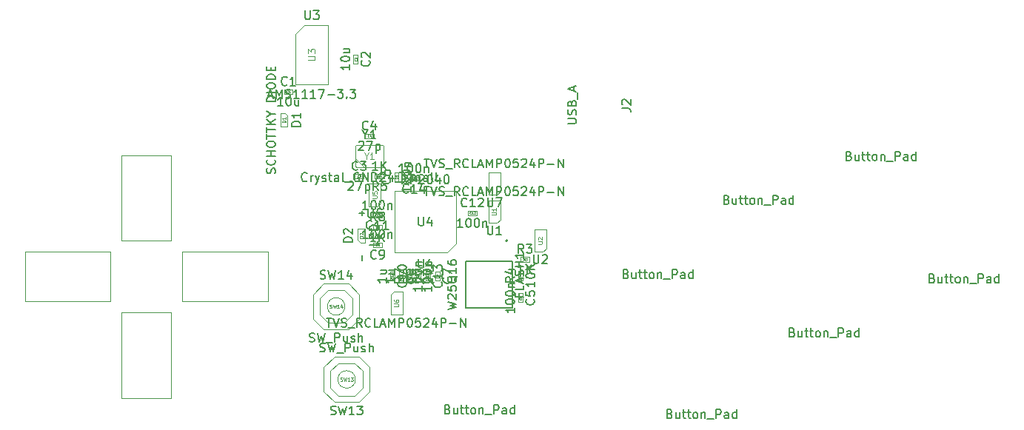
<source format=gbr>
G04 #@! TF.GenerationSoftware,KiCad,Pcbnew,7.0.9*
G04 #@! TF.CreationDate,2023-12-20T17:10:12-07:00*
G04 #@! TF.ProjectId,saturn_controller_pcb,73617475-726e-45f6-936f-6e74726f6c6c,4a*
G04 #@! TF.SameCoordinates,Original*
G04 #@! TF.FileFunction,AssemblyDrawing,Top*
%FSLAX46Y46*%
G04 Gerber Fmt 4.6, Leading zero omitted, Abs format (unit mm)*
G04 Created by KiCad (PCBNEW 7.0.9) date 2023-12-20 17:10:12*
%MOMM*%
%LPD*%
G01*
G04 APERTURE LIST*
%ADD10C,0.150000*%
%ADD11C,0.120000*%
%ADD12C,0.060000*%
%ADD13C,0.040000*%
%ADD14C,0.075000*%
%ADD15C,0.105000*%
%ADD16C,0.100000*%
%ADD17C,0.127000*%
%ADD18C,0.200000*%
G04 APERTURE END LIST*
D10*
X127158095Y-74574819D02*
X127158095Y-75384342D01*
X127158095Y-75384342D02*
X127205714Y-75479580D01*
X127205714Y-75479580D02*
X127253333Y-75527200D01*
X127253333Y-75527200D02*
X127348571Y-75574819D01*
X127348571Y-75574819D02*
X127539047Y-75574819D01*
X127539047Y-75574819D02*
X127634285Y-75527200D01*
X127634285Y-75527200D02*
X127681904Y-75479580D01*
X127681904Y-75479580D02*
X127729523Y-75384342D01*
X127729523Y-75384342D02*
X127729523Y-74574819D01*
X128110476Y-74574819D02*
X128729523Y-74574819D01*
X128729523Y-74574819D02*
X128396190Y-74955771D01*
X128396190Y-74955771D02*
X128539047Y-74955771D01*
X128539047Y-74955771D02*
X128634285Y-75003390D01*
X128634285Y-75003390D02*
X128681904Y-75051009D01*
X128681904Y-75051009D02*
X128729523Y-75146247D01*
X128729523Y-75146247D02*
X128729523Y-75384342D01*
X128729523Y-75384342D02*
X128681904Y-75479580D01*
X128681904Y-75479580D02*
X128634285Y-75527200D01*
X128634285Y-75527200D02*
X128539047Y-75574819D01*
X128539047Y-75574819D02*
X128253333Y-75574819D01*
X128253333Y-75574819D02*
X128158095Y-75527200D01*
X128158095Y-75527200D02*
X128110476Y-75479580D01*
X122920000Y-84289104D02*
X123396190Y-84289104D01*
X122824762Y-84574819D02*
X123158095Y-83574819D01*
X123158095Y-83574819D02*
X123491428Y-84574819D01*
X123824762Y-84574819D02*
X123824762Y-83574819D01*
X123824762Y-83574819D02*
X124158095Y-84289104D01*
X124158095Y-84289104D02*
X124491428Y-83574819D01*
X124491428Y-83574819D02*
X124491428Y-84574819D01*
X124920000Y-84527200D02*
X125062857Y-84574819D01*
X125062857Y-84574819D02*
X125300952Y-84574819D01*
X125300952Y-84574819D02*
X125396190Y-84527200D01*
X125396190Y-84527200D02*
X125443809Y-84479580D01*
X125443809Y-84479580D02*
X125491428Y-84384342D01*
X125491428Y-84384342D02*
X125491428Y-84289104D01*
X125491428Y-84289104D02*
X125443809Y-84193866D01*
X125443809Y-84193866D02*
X125396190Y-84146247D01*
X125396190Y-84146247D02*
X125300952Y-84098628D01*
X125300952Y-84098628D02*
X125110476Y-84051009D01*
X125110476Y-84051009D02*
X125015238Y-84003390D01*
X125015238Y-84003390D02*
X124967619Y-83955771D01*
X124967619Y-83955771D02*
X124920000Y-83860533D01*
X124920000Y-83860533D02*
X124920000Y-83765295D01*
X124920000Y-83765295D02*
X124967619Y-83670057D01*
X124967619Y-83670057D02*
X125015238Y-83622438D01*
X125015238Y-83622438D02*
X125110476Y-83574819D01*
X125110476Y-83574819D02*
X125348571Y-83574819D01*
X125348571Y-83574819D02*
X125491428Y-83622438D01*
X126443809Y-84574819D02*
X125872381Y-84574819D01*
X126158095Y-84574819D02*
X126158095Y-83574819D01*
X126158095Y-83574819D02*
X126062857Y-83717676D01*
X126062857Y-83717676D02*
X125967619Y-83812914D01*
X125967619Y-83812914D02*
X125872381Y-83860533D01*
X127396190Y-84574819D02*
X126824762Y-84574819D01*
X127110476Y-84574819D02*
X127110476Y-83574819D01*
X127110476Y-83574819D02*
X127015238Y-83717676D01*
X127015238Y-83717676D02*
X126920000Y-83812914D01*
X126920000Y-83812914D02*
X126824762Y-83860533D01*
X128348571Y-84574819D02*
X127777143Y-84574819D01*
X128062857Y-84574819D02*
X128062857Y-83574819D01*
X128062857Y-83574819D02*
X127967619Y-83717676D01*
X127967619Y-83717676D02*
X127872381Y-83812914D01*
X127872381Y-83812914D02*
X127777143Y-83860533D01*
X128681905Y-83574819D02*
X129348571Y-83574819D01*
X129348571Y-83574819D02*
X128920000Y-84574819D01*
X129729524Y-84193866D02*
X130491429Y-84193866D01*
X130872381Y-83574819D02*
X131491428Y-83574819D01*
X131491428Y-83574819D02*
X131158095Y-83955771D01*
X131158095Y-83955771D02*
X131300952Y-83955771D01*
X131300952Y-83955771D02*
X131396190Y-84003390D01*
X131396190Y-84003390D02*
X131443809Y-84051009D01*
X131443809Y-84051009D02*
X131491428Y-84146247D01*
X131491428Y-84146247D02*
X131491428Y-84384342D01*
X131491428Y-84384342D02*
X131443809Y-84479580D01*
X131443809Y-84479580D02*
X131396190Y-84527200D01*
X131396190Y-84527200D02*
X131300952Y-84574819D01*
X131300952Y-84574819D02*
X131015238Y-84574819D01*
X131015238Y-84574819D02*
X130920000Y-84527200D01*
X130920000Y-84527200D02*
X130872381Y-84479580D01*
X131920000Y-84479580D02*
X131967619Y-84527200D01*
X131967619Y-84527200D02*
X131920000Y-84574819D01*
X131920000Y-84574819D02*
X131872381Y-84527200D01*
X131872381Y-84527200D02*
X131920000Y-84479580D01*
X131920000Y-84479580D02*
X131920000Y-84574819D01*
X132300952Y-83574819D02*
X132919999Y-83574819D01*
X132919999Y-83574819D02*
X132586666Y-83955771D01*
X132586666Y-83955771D02*
X132729523Y-83955771D01*
X132729523Y-83955771D02*
X132824761Y-84003390D01*
X132824761Y-84003390D02*
X132872380Y-84051009D01*
X132872380Y-84051009D02*
X132919999Y-84146247D01*
X132919999Y-84146247D02*
X132919999Y-84384342D01*
X132919999Y-84384342D02*
X132872380Y-84479580D01*
X132872380Y-84479580D02*
X132824761Y-84527200D01*
X132824761Y-84527200D02*
X132729523Y-84574819D01*
X132729523Y-84574819D02*
X132443809Y-84574819D01*
X132443809Y-84574819D02*
X132348571Y-84527200D01*
X132348571Y-84527200D02*
X132300952Y-84479580D01*
D11*
X127483855Y-80229523D02*
X128131474Y-80229523D01*
X128131474Y-80229523D02*
X128207664Y-80191428D01*
X128207664Y-80191428D02*
X128245760Y-80153333D01*
X128245760Y-80153333D02*
X128283855Y-80077142D01*
X128283855Y-80077142D02*
X128283855Y-79924761D01*
X128283855Y-79924761D02*
X128245760Y-79848571D01*
X128245760Y-79848571D02*
X128207664Y-79810476D01*
X128207664Y-79810476D02*
X128131474Y-79772380D01*
X128131474Y-79772380D02*
X127483855Y-79772380D01*
X127483855Y-79467619D02*
X127483855Y-78972381D01*
X127483855Y-78972381D02*
X127788617Y-79239047D01*
X127788617Y-79239047D02*
X127788617Y-79124762D01*
X127788617Y-79124762D02*
X127826712Y-79048571D01*
X127826712Y-79048571D02*
X127864807Y-79010476D01*
X127864807Y-79010476D02*
X127940998Y-78972381D01*
X127940998Y-78972381D02*
X128131474Y-78972381D01*
X128131474Y-78972381D02*
X128207664Y-79010476D01*
X128207664Y-79010476D02*
X128245760Y-79048571D01*
X128245760Y-79048571D02*
X128283855Y-79124762D01*
X128283855Y-79124762D02*
X128283855Y-79353333D01*
X128283855Y-79353333D02*
X128245760Y-79429524D01*
X128245760Y-79429524D02*
X128207664Y-79467619D01*
D10*
X128890476Y-105217200D02*
X129033333Y-105264819D01*
X129033333Y-105264819D02*
X129271428Y-105264819D01*
X129271428Y-105264819D02*
X129366666Y-105217200D01*
X129366666Y-105217200D02*
X129414285Y-105169580D01*
X129414285Y-105169580D02*
X129461904Y-105074342D01*
X129461904Y-105074342D02*
X129461904Y-104979104D01*
X129461904Y-104979104D02*
X129414285Y-104883866D01*
X129414285Y-104883866D02*
X129366666Y-104836247D01*
X129366666Y-104836247D02*
X129271428Y-104788628D01*
X129271428Y-104788628D02*
X129080952Y-104741009D01*
X129080952Y-104741009D02*
X128985714Y-104693390D01*
X128985714Y-104693390D02*
X128938095Y-104645771D01*
X128938095Y-104645771D02*
X128890476Y-104550533D01*
X128890476Y-104550533D02*
X128890476Y-104455295D01*
X128890476Y-104455295D02*
X128938095Y-104360057D01*
X128938095Y-104360057D02*
X128985714Y-104312438D01*
X128985714Y-104312438D02*
X129080952Y-104264819D01*
X129080952Y-104264819D02*
X129319047Y-104264819D01*
X129319047Y-104264819D02*
X129461904Y-104312438D01*
X129795238Y-104264819D02*
X130033333Y-105264819D01*
X130033333Y-105264819D02*
X130223809Y-104550533D01*
X130223809Y-104550533D02*
X130414285Y-105264819D01*
X130414285Y-105264819D02*
X130652381Y-104264819D01*
X131557142Y-105264819D02*
X130985714Y-105264819D01*
X131271428Y-105264819D02*
X131271428Y-104264819D01*
X131271428Y-104264819D02*
X131176190Y-104407676D01*
X131176190Y-104407676D02*
X131080952Y-104502914D01*
X131080952Y-104502914D02*
X130985714Y-104550533D01*
X132414285Y-104598152D02*
X132414285Y-105264819D01*
X132176190Y-104217200D02*
X131938095Y-104931485D01*
X131938095Y-104931485D02*
X132557142Y-104931485D01*
X127652381Y-112417200D02*
X127795238Y-112464819D01*
X127795238Y-112464819D02*
X128033333Y-112464819D01*
X128033333Y-112464819D02*
X128128571Y-112417200D01*
X128128571Y-112417200D02*
X128176190Y-112369580D01*
X128176190Y-112369580D02*
X128223809Y-112274342D01*
X128223809Y-112274342D02*
X128223809Y-112179104D01*
X128223809Y-112179104D02*
X128176190Y-112083866D01*
X128176190Y-112083866D02*
X128128571Y-112036247D01*
X128128571Y-112036247D02*
X128033333Y-111988628D01*
X128033333Y-111988628D02*
X127842857Y-111941009D01*
X127842857Y-111941009D02*
X127747619Y-111893390D01*
X127747619Y-111893390D02*
X127700000Y-111845771D01*
X127700000Y-111845771D02*
X127652381Y-111750533D01*
X127652381Y-111750533D02*
X127652381Y-111655295D01*
X127652381Y-111655295D02*
X127700000Y-111560057D01*
X127700000Y-111560057D02*
X127747619Y-111512438D01*
X127747619Y-111512438D02*
X127842857Y-111464819D01*
X127842857Y-111464819D02*
X128080952Y-111464819D01*
X128080952Y-111464819D02*
X128223809Y-111512438D01*
X128557143Y-111464819D02*
X128795238Y-112464819D01*
X128795238Y-112464819D02*
X128985714Y-111750533D01*
X128985714Y-111750533D02*
X129176190Y-112464819D01*
X129176190Y-112464819D02*
X129414286Y-111464819D01*
X129557143Y-112560057D02*
X130319047Y-112560057D01*
X130557143Y-112464819D02*
X130557143Y-111464819D01*
X130557143Y-111464819D02*
X130938095Y-111464819D01*
X130938095Y-111464819D02*
X131033333Y-111512438D01*
X131033333Y-111512438D02*
X131080952Y-111560057D01*
X131080952Y-111560057D02*
X131128571Y-111655295D01*
X131128571Y-111655295D02*
X131128571Y-111798152D01*
X131128571Y-111798152D02*
X131080952Y-111893390D01*
X131080952Y-111893390D02*
X131033333Y-111941009D01*
X131033333Y-111941009D02*
X130938095Y-111988628D01*
X130938095Y-111988628D02*
X130557143Y-111988628D01*
X131985714Y-111798152D02*
X131985714Y-112464819D01*
X131557143Y-111798152D02*
X131557143Y-112321961D01*
X131557143Y-112321961D02*
X131604762Y-112417200D01*
X131604762Y-112417200D02*
X131700000Y-112464819D01*
X131700000Y-112464819D02*
X131842857Y-112464819D01*
X131842857Y-112464819D02*
X131938095Y-112417200D01*
X131938095Y-112417200D02*
X131985714Y-112369580D01*
X132414286Y-112417200D02*
X132509524Y-112464819D01*
X132509524Y-112464819D02*
X132700000Y-112464819D01*
X132700000Y-112464819D02*
X132795238Y-112417200D01*
X132795238Y-112417200D02*
X132842857Y-112321961D01*
X132842857Y-112321961D02*
X132842857Y-112274342D01*
X132842857Y-112274342D02*
X132795238Y-112179104D01*
X132795238Y-112179104D02*
X132700000Y-112131485D01*
X132700000Y-112131485D02*
X132557143Y-112131485D01*
X132557143Y-112131485D02*
X132461905Y-112083866D01*
X132461905Y-112083866D02*
X132414286Y-111988628D01*
X132414286Y-111988628D02*
X132414286Y-111941009D01*
X132414286Y-111941009D02*
X132461905Y-111845771D01*
X132461905Y-111845771D02*
X132557143Y-111798152D01*
X132557143Y-111798152D02*
X132700000Y-111798152D01*
X132700000Y-111798152D02*
X132795238Y-111845771D01*
X133271429Y-112464819D02*
X133271429Y-111464819D01*
X133700000Y-112464819D02*
X133700000Y-111941009D01*
X133700000Y-111941009D02*
X133652381Y-111845771D01*
X133652381Y-111845771D02*
X133557143Y-111798152D01*
X133557143Y-111798152D02*
X133414286Y-111798152D01*
X133414286Y-111798152D02*
X133319048Y-111845771D01*
X133319048Y-111845771D02*
X133271429Y-111893390D01*
D12*
X129976191Y-108572880D02*
X130033334Y-108591927D01*
X130033334Y-108591927D02*
X130128572Y-108591927D01*
X130128572Y-108591927D02*
X130166667Y-108572880D01*
X130166667Y-108572880D02*
X130185715Y-108553832D01*
X130185715Y-108553832D02*
X130204762Y-108515737D01*
X130204762Y-108515737D02*
X130204762Y-108477641D01*
X130204762Y-108477641D02*
X130185715Y-108439546D01*
X130185715Y-108439546D02*
X130166667Y-108420499D01*
X130166667Y-108420499D02*
X130128572Y-108401451D01*
X130128572Y-108401451D02*
X130052381Y-108382403D01*
X130052381Y-108382403D02*
X130014286Y-108363356D01*
X130014286Y-108363356D02*
X129995239Y-108344308D01*
X129995239Y-108344308D02*
X129976191Y-108306213D01*
X129976191Y-108306213D02*
X129976191Y-108268118D01*
X129976191Y-108268118D02*
X129995239Y-108230022D01*
X129995239Y-108230022D02*
X130014286Y-108210975D01*
X130014286Y-108210975D02*
X130052381Y-108191927D01*
X130052381Y-108191927D02*
X130147620Y-108191927D01*
X130147620Y-108191927D02*
X130204762Y-108210975D01*
X130338095Y-108191927D02*
X130433333Y-108591927D01*
X130433333Y-108591927D02*
X130509524Y-108306213D01*
X130509524Y-108306213D02*
X130585714Y-108591927D01*
X130585714Y-108591927D02*
X130680953Y-108191927D01*
X131042857Y-108591927D02*
X130814286Y-108591927D01*
X130928572Y-108591927D02*
X130928572Y-108191927D01*
X130928572Y-108191927D02*
X130890476Y-108249070D01*
X130890476Y-108249070D02*
X130852381Y-108287165D01*
X130852381Y-108287165D02*
X130814286Y-108306213D01*
X131385714Y-108325260D02*
X131385714Y-108591927D01*
X131290476Y-108172880D02*
X131195238Y-108458594D01*
X131195238Y-108458594D02*
X131442857Y-108458594D01*
D10*
X134772647Y-99506633D02*
X134725028Y-99554253D01*
X134725028Y-99554253D02*
X134582171Y-99601872D01*
X134582171Y-99601872D02*
X134486933Y-99601872D01*
X134486933Y-99601872D02*
X134344076Y-99554253D01*
X134344076Y-99554253D02*
X134248838Y-99459014D01*
X134248838Y-99459014D02*
X134201219Y-99363776D01*
X134201219Y-99363776D02*
X134153600Y-99173300D01*
X134153600Y-99173300D02*
X134153600Y-99030443D01*
X134153600Y-99030443D02*
X134201219Y-98839967D01*
X134201219Y-98839967D02*
X134248838Y-98744729D01*
X134248838Y-98744729D02*
X134344076Y-98649491D01*
X134344076Y-98649491D02*
X134486933Y-98601872D01*
X134486933Y-98601872D02*
X134582171Y-98601872D01*
X134582171Y-98601872D02*
X134725028Y-98649491D01*
X134725028Y-98649491D02*
X134772647Y-98697110D01*
X135725028Y-99601872D02*
X135153600Y-99601872D01*
X135439314Y-99601872D02*
X135439314Y-98601872D01*
X135439314Y-98601872D02*
X135344076Y-98744729D01*
X135344076Y-98744729D02*
X135248838Y-98839967D01*
X135248838Y-98839967D02*
X135153600Y-98887586D01*
X136677409Y-99601872D02*
X136105981Y-99601872D01*
X136391695Y-99601872D02*
X136391695Y-98601872D01*
X136391695Y-98601872D02*
X136296457Y-98744729D01*
X136296457Y-98744729D02*
X136201219Y-98839967D01*
X136201219Y-98839967D02*
X136105981Y-98887586D01*
X134296457Y-97281872D02*
X133725029Y-97281872D01*
X134010743Y-97281872D02*
X134010743Y-96281872D01*
X134010743Y-96281872D02*
X133915505Y-96424729D01*
X133915505Y-96424729D02*
X133820267Y-96519967D01*
X133820267Y-96519967D02*
X133725029Y-96567586D01*
X134915505Y-96281872D02*
X135010743Y-96281872D01*
X135010743Y-96281872D02*
X135105981Y-96329491D01*
X135105981Y-96329491D02*
X135153600Y-96377110D01*
X135153600Y-96377110D02*
X135201219Y-96472348D01*
X135201219Y-96472348D02*
X135248838Y-96662824D01*
X135248838Y-96662824D02*
X135248838Y-96900919D01*
X135248838Y-96900919D02*
X135201219Y-97091395D01*
X135201219Y-97091395D02*
X135153600Y-97186633D01*
X135153600Y-97186633D02*
X135105981Y-97234253D01*
X135105981Y-97234253D02*
X135010743Y-97281872D01*
X135010743Y-97281872D02*
X134915505Y-97281872D01*
X134915505Y-97281872D02*
X134820267Y-97234253D01*
X134820267Y-97234253D02*
X134772648Y-97186633D01*
X134772648Y-97186633D02*
X134725029Y-97091395D01*
X134725029Y-97091395D02*
X134677410Y-96900919D01*
X134677410Y-96900919D02*
X134677410Y-96662824D01*
X134677410Y-96662824D02*
X134725029Y-96472348D01*
X134725029Y-96472348D02*
X134772648Y-96377110D01*
X134772648Y-96377110D02*
X134820267Y-96329491D01*
X134820267Y-96329491D02*
X134915505Y-96281872D01*
X135867886Y-96281872D02*
X135963124Y-96281872D01*
X135963124Y-96281872D02*
X136058362Y-96329491D01*
X136058362Y-96329491D02*
X136105981Y-96377110D01*
X136105981Y-96377110D02*
X136153600Y-96472348D01*
X136153600Y-96472348D02*
X136201219Y-96662824D01*
X136201219Y-96662824D02*
X136201219Y-96900919D01*
X136201219Y-96900919D02*
X136153600Y-97091395D01*
X136153600Y-97091395D02*
X136105981Y-97186633D01*
X136105981Y-97186633D02*
X136058362Y-97234253D01*
X136058362Y-97234253D02*
X135963124Y-97281872D01*
X135963124Y-97281872D02*
X135867886Y-97281872D01*
X135867886Y-97281872D02*
X135772648Y-97234253D01*
X135772648Y-97234253D02*
X135725029Y-97186633D01*
X135725029Y-97186633D02*
X135677410Y-97091395D01*
X135677410Y-97091395D02*
X135629791Y-96900919D01*
X135629791Y-96900919D02*
X135629791Y-96662824D01*
X135629791Y-96662824D02*
X135677410Y-96472348D01*
X135677410Y-96472348D02*
X135725029Y-96377110D01*
X135725029Y-96377110D02*
X135772648Y-96329491D01*
X135772648Y-96329491D02*
X135867886Y-96281872D01*
X136629791Y-96615205D02*
X136629791Y-97281872D01*
X136629791Y-96710443D02*
X136677410Y-96662824D01*
X136677410Y-96662824D02*
X136772648Y-96615205D01*
X136772648Y-96615205D02*
X136915505Y-96615205D01*
X136915505Y-96615205D02*
X137010743Y-96662824D01*
X137010743Y-96662824D02*
X137058362Y-96758062D01*
X137058362Y-96758062D02*
X137058362Y-97281872D01*
D13*
X135254790Y-98076818D02*
X135242886Y-98088723D01*
X135242886Y-98088723D02*
X135207171Y-98100627D01*
X135207171Y-98100627D02*
X135183362Y-98100627D01*
X135183362Y-98100627D02*
X135147648Y-98088723D01*
X135147648Y-98088723D02*
X135123838Y-98064913D01*
X135123838Y-98064913D02*
X135111933Y-98041103D01*
X135111933Y-98041103D02*
X135100029Y-97993484D01*
X135100029Y-97993484D02*
X135100029Y-97957770D01*
X135100029Y-97957770D02*
X135111933Y-97910151D01*
X135111933Y-97910151D02*
X135123838Y-97886342D01*
X135123838Y-97886342D02*
X135147648Y-97862532D01*
X135147648Y-97862532D02*
X135183362Y-97850627D01*
X135183362Y-97850627D02*
X135207171Y-97850627D01*
X135207171Y-97850627D02*
X135242886Y-97862532D01*
X135242886Y-97862532D02*
X135254790Y-97874437D01*
X135492886Y-98100627D02*
X135350029Y-98100627D01*
X135421457Y-98100627D02*
X135421457Y-97850627D01*
X135421457Y-97850627D02*
X135397648Y-97886342D01*
X135397648Y-97886342D02*
X135373838Y-97910151D01*
X135373838Y-97910151D02*
X135350029Y-97922056D01*
X135730981Y-98100627D02*
X135588124Y-98100627D01*
X135659552Y-98100627D02*
X135659552Y-97850627D01*
X135659552Y-97850627D02*
X135635743Y-97886342D01*
X135635743Y-97886342D02*
X135611933Y-97910151D01*
X135611933Y-97910151D02*
X135588124Y-97922056D01*
D10*
X153299580Y-107586666D02*
X153347200Y-107634285D01*
X153347200Y-107634285D02*
X153394819Y-107777142D01*
X153394819Y-107777142D02*
X153394819Y-107872380D01*
X153394819Y-107872380D02*
X153347200Y-108015237D01*
X153347200Y-108015237D02*
X153251961Y-108110475D01*
X153251961Y-108110475D02*
X153156723Y-108158094D01*
X153156723Y-108158094D02*
X152966247Y-108205713D01*
X152966247Y-108205713D02*
X152823390Y-108205713D01*
X152823390Y-108205713D02*
X152632914Y-108158094D01*
X152632914Y-108158094D02*
X152537676Y-108110475D01*
X152537676Y-108110475D02*
X152442438Y-108015237D01*
X152442438Y-108015237D02*
X152394819Y-107872380D01*
X152394819Y-107872380D02*
X152394819Y-107777142D01*
X152394819Y-107777142D02*
X152442438Y-107634285D01*
X152442438Y-107634285D02*
X152490057Y-107586666D01*
X152394819Y-106681904D02*
X152394819Y-107158094D01*
X152394819Y-107158094D02*
X152871009Y-107205713D01*
X152871009Y-107205713D02*
X152823390Y-107158094D01*
X152823390Y-107158094D02*
X152775771Y-107062856D01*
X152775771Y-107062856D02*
X152775771Y-106824761D01*
X152775771Y-106824761D02*
X152823390Y-106729523D01*
X152823390Y-106729523D02*
X152871009Y-106681904D01*
X152871009Y-106681904D02*
X152966247Y-106634285D01*
X152966247Y-106634285D02*
X153204342Y-106634285D01*
X153204342Y-106634285D02*
X153299580Y-106681904D01*
X153299580Y-106681904D02*
X153347200Y-106729523D01*
X153347200Y-106729523D02*
X153394819Y-106824761D01*
X153394819Y-106824761D02*
X153394819Y-107062856D01*
X153394819Y-107062856D02*
X153347200Y-107158094D01*
X153347200Y-107158094D02*
X153299580Y-107205713D01*
X151074819Y-108539047D02*
X151074819Y-109110475D01*
X151074819Y-108824761D02*
X150074819Y-108824761D01*
X150074819Y-108824761D02*
X150217676Y-108919999D01*
X150217676Y-108919999D02*
X150312914Y-109015237D01*
X150312914Y-109015237D02*
X150360533Y-109110475D01*
X150074819Y-107919999D02*
X150074819Y-107824761D01*
X150074819Y-107824761D02*
X150122438Y-107729523D01*
X150122438Y-107729523D02*
X150170057Y-107681904D01*
X150170057Y-107681904D02*
X150265295Y-107634285D01*
X150265295Y-107634285D02*
X150455771Y-107586666D01*
X150455771Y-107586666D02*
X150693866Y-107586666D01*
X150693866Y-107586666D02*
X150884342Y-107634285D01*
X150884342Y-107634285D02*
X150979580Y-107681904D01*
X150979580Y-107681904D02*
X151027200Y-107729523D01*
X151027200Y-107729523D02*
X151074819Y-107824761D01*
X151074819Y-107824761D02*
X151074819Y-107919999D01*
X151074819Y-107919999D02*
X151027200Y-108015237D01*
X151027200Y-108015237D02*
X150979580Y-108062856D01*
X150979580Y-108062856D02*
X150884342Y-108110475D01*
X150884342Y-108110475D02*
X150693866Y-108158094D01*
X150693866Y-108158094D02*
X150455771Y-108158094D01*
X150455771Y-108158094D02*
X150265295Y-108110475D01*
X150265295Y-108110475D02*
X150170057Y-108062856D01*
X150170057Y-108062856D02*
X150122438Y-108015237D01*
X150122438Y-108015237D02*
X150074819Y-107919999D01*
X150074819Y-106967618D02*
X150074819Y-106872380D01*
X150074819Y-106872380D02*
X150122438Y-106777142D01*
X150122438Y-106777142D02*
X150170057Y-106729523D01*
X150170057Y-106729523D02*
X150265295Y-106681904D01*
X150265295Y-106681904D02*
X150455771Y-106634285D01*
X150455771Y-106634285D02*
X150693866Y-106634285D01*
X150693866Y-106634285D02*
X150884342Y-106681904D01*
X150884342Y-106681904D02*
X150979580Y-106729523D01*
X150979580Y-106729523D02*
X151027200Y-106777142D01*
X151027200Y-106777142D02*
X151074819Y-106872380D01*
X151074819Y-106872380D02*
X151074819Y-106967618D01*
X151074819Y-106967618D02*
X151027200Y-107062856D01*
X151027200Y-107062856D02*
X150979580Y-107110475D01*
X150979580Y-107110475D02*
X150884342Y-107158094D01*
X150884342Y-107158094D02*
X150693866Y-107205713D01*
X150693866Y-107205713D02*
X150455771Y-107205713D01*
X150455771Y-107205713D02*
X150265295Y-107158094D01*
X150265295Y-107158094D02*
X150170057Y-107110475D01*
X150170057Y-107110475D02*
X150122438Y-107062856D01*
X150122438Y-107062856D02*
X150074819Y-106967618D01*
X150408152Y-106205713D02*
X151074819Y-106205713D01*
X150503390Y-106205713D02*
X150455771Y-106158094D01*
X150455771Y-106158094D02*
X150408152Y-106062856D01*
X150408152Y-106062856D02*
X150408152Y-105919999D01*
X150408152Y-105919999D02*
X150455771Y-105824761D01*
X150455771Y-105824761D02*
X150551009Y-105777142D01*
X150551009Y-105777142D02*
X151074819Y-105777142D01*
D13*
X151869765Y-107461666D02*
X151881670Y-107473570D01*
X151881670Y-107473570D02*
X151893574Y-107509285D01*
X151893574Y-107509285D02*
X151893574Y-107533094D01*
X151893574Y-107533094D02*
X151881670Y-107568808D01*
X151881670Y-107568808D02*
X151857860Y-107592618D01*
X151857860Y-107592618D02*
X151834050Y-107604523D01*
X151834050Y-107604523D02*
X151786431Y-107616427D01*
X151786431Y-107616427D02*
X151750717Y-107616427D01*
X151750717Y-107616427D02*
X151703098Y-107604523D01*
X151703098Y-107604523D02*
X151679289Y-107592618D01*
X151679289Y-107592618D02*
X151655479Y-107568808D01*
X151655479Y-107568808D02*
X151643574Y-107533094D01*
X151643574Y-107533094D02*
X151643574Y-107509285D01*
X151643574Y-107509285D02*
X151655479Y-107473570D01*
X151655479Y-107473570D02*
X151667384Y-107461666D01*
X151643574Y-107235475D02*
X151643574Y-107354523D01*
X151643574Y-107354523D02*
X151762622Y-107366427D01*
X151762622Y-107366427D02*
X151750717Y-107354523D01*
X151750717Y-107354523D02*
X151738812Y-107330713D01*
X151738812Y-107330713D02*
X151738812Y-107271189D01*
X151738812Y-107271189D02*
X151750717Y-107247380D01*
X151750717Y-107247380D02*
X151762622Y-107235475D01*
X151762622Y-107235475D02*
X151786431Y-107223570D01*
X151786431Y-107223570D02*
X151845955Y-107223570D01*
X151845955Y-107223570D02*
X151869765Y-107235475D01*
X151869765Y-107235475D02*
X151881670Y-107247380D01*
X151881670Y-107247380D02*
X151893574Y-107271189D01*
X151893574Y-107271189D02*
X151893574Y-107330713D01*
X151893574Y-107330713D02*
X151881670Y-107354523D01*
X151881670Y-107354523D02*
X151869765Y-107366427D01*
D10*
X134378600Y-97261872D02*
X134378600Y-98071395D01*
X134378600Y-98071395D02*
X134426219Y-98166633D01*
X134426219Y-98166633D02*
X134473838Y-98214253D01*
X134473838Y-98214253D02*
X134569076Y-98261872D01*
X134569076Y-98261872D02*
X134759552Y-98261872D01*
X134759552Y-98261872D02*
X134854790Y-98214253D01*
X134854790Y-98214253D02*
X134902409Y-98166633D01*
X134902409Y-98166633D02*
X134950028Y-98071395D01*
X134950028Y-98071395D02*
X134950028Y-97261872D01*
X135902409Y-97261872D02*
X135426219Y-97261872D01*
X135426219Y-97261872D02*
X135378600Y-97738062D01*
X135378600Y-97738062D02*
X135426219Y-97690443D01*
X135426219Y-97690443D02*
X135521457Y-97642824D01*
X135521457Y-97642824D02*
X135759552Y-97642824D01*
X135759552Y-97642824D02*
X135854790Y-97690443D01*
X135854790Y-97690443D02*
X135902409Y-97738062D01*
X135902409Y-97738062D02*
X135950028Y-97833300D01*
X135950028Y-97833300D02*
X135950028Y-98071395D01*
X135950028Y-98071395D02*
X135902409Y-98166633D01*
X135902409Y-98166633D02*
X135854790Y-98214253D01*
X135854790Y-98214253D02*
X135759552Y-98261872D01*
X135759552Y-98261872D02*
X135521457Y-98261872D01*
X135521457Y-98261872D02*
X135426219Y-98214253D01*
X135426219Y-98214253D02*
X135378600Y-98166633D01*
D14*
X134867914Y-96018005D02*
X135272676Y-96018005D01*
X135272676Y-96018005D02*
X135320295Y-95994195D01*
X135320295Y-95994195D02*
X135344105Y-95970386D01*
X135344105Y-95970386D02*
X135367914Y-95922767D01*
X135367914Y-95922767D02*
X135367914Y-95827529D01*
X135367914Y-95827529D02*
X135344105Y-95779910D01*
X135344105Y-95779910D02*
X135320295Y-95756100D01*
X135320295Y-95756100D02*
X135272676Y-95732291D01*
X135272676Y-95732291D02*
X134867914Y-95732291D01*
X134867914Y-95256100D02*
X134867914Y-95494195D01*
X134867914Y-95494195D02*
X135106009Y-95518004D01*
X135106009Y-95518004D02*
X135082200Y-95494195D01*
X135082200Y-95494195D02*
X135058390Y-95446576D01*
X135058390Y-95446576D02*
X135058390Y-95327528D01*
X135058390Y-95327528D02*
X135082200Y-95279909D01*
X135082200Y-95279909D02*
X135106009Y-95256100D01*
X135106009Y-95256100D02*
X135153628Y-95232290D01*
X135153628Y-95232290D02*
X135272676Y-95232290D01*
X135272676Y-95232290D02*
X135320295Y-95256100D01*
X135320295Y-95256100D02*
X135344105Y-95279909D01*
X135344105Y-95279909D02*
X135367914Y-95327528D01*
X135367914Y-95327528D02*
X135367914Y-95446576D01*
X135367914Y-95446576D02*
X135344105Y-95494195D01*
X135344105Y-95494195D02*
X135320295Y-95518004D01*
D10*
X153283095Y-102494819D02*
X153283095Y-103304342D01*
X153283095Y-103304342D02*
X153330714Y-103399580D01*
X153330714Y-103399580D02*
X153378333Y-103447200D01*
X153378333Y-103447200D02*
X153473571Y-103494819D01*
X153473571Y-103494819D02*
X153664047Y-103494819D01*
X153664047Y-103494819D02*
X153759285Y-103447200D01*
X153759285Y-103447200D02*
X153806904Y-103399580D01*
X153806904Y-103399580D02*
X153854523Y-103304342D01*
X153854523Y-103304342D02*
X153854523Y-102494819D01*
X154283095Y-102590057D02*
X154330714Y-102542438D01*
X154330714Y-102542438D02*
X154425952Y-102494819D01*
X154425952Y-102494819D02*
X154664047Y-102494819D01*
X154664047Y-102494819D02*
X154759285Y-102542438D01*
X154759285Y-102542438D02*
X154806904Y-102590057D01*
X154806904Y-102590057D02*
X154854523Y-102685295D01*
X154854523Y-102685295D02*
X154854523Y-102780533D01*
X154854523Y-102780533D02*
X154806904Y-102923390D01*
X154806904Y-102923390D02*
X154235476Y-103494819D01*
X154235476Y-103494819D02*
X154854523Y-103494819D01*
D14*
X153772409Y-101250952D02*
X154177171Y-101250952D01*
X154177171Y-101250952D02*
X154224790Y-101227142D01*
X154224790Y-101227142D02*
X154248600Y-101203333D01*
X154248600Y-101203333D02*
X154272409Y-101155714D01*
X154272409Y-101155714D02*
X154272409Y-101060476D01*
X154272409Y-101060476D02*
X154248600Y-101012857D01*
X154248600Y-101012857D02*
X154224790Y-100989047D01*
X154224790Y-100989047D02*
X154177171Y-100965238D01*
X154177171Y-100965238D02*
X153772409Y-100965238D01*
X153820028Y-100750951D02*
X153796219Y-100727142D01*
X153796219Y-100727142D02*
X153772409Y-100679523D01*
X153772409Y-100679523D02*
X153772409Y-100560475D01*
X153772409Y-100560475D02*
X153796219Y-100512856D01*
X153796219Y-100512856D02*
X153820028Y-100489047D01*
X153820028Y-100489047D02*
X153867647Y-100465237D01*
X153867647Y-100465237D02*
X153915266Y-100465237D01*
X153915266Y-100465237D02*
X153986695Y-100489047D01*
X153986695Y-100489047D02*
X154272409Y-100774761D01*
X154272409Y-100774761D02*
X154272409Y-100465237D01*
D10*
X143457142Y-120175009D02*
X143599999Y-120222628D01*
X143599999Y-120222628D02*
X143647618Y-120270247D01*
X143647618Y-120270247D02*
X143695237Y-120365485D01*
X143695237Y-120365485D02*
X143695237Y-120508342D01*
X143695237Y-120508342D02*
X143647618Y-120603580D01*
X143647618Y-120603580D02*
X143599999Y-120651200D01*
X143599999Y-120651200D02*
X143504761Y-120698819D01*
X143504761Y-120698819D02*
X143123809Y-120698819D01*
X143123809Y-120698819D02*
X143123809Y-119698819D01*
X143123809Y-119698819D02*
X143457142Y-119698819D01*
X143457142Y-119698819D02*
X143552380Y-119746438D01*
X143552380Y-119746438D02*
X143599999Y-119794057D01*
X143599999Y-119794057D02*
X143647618Y-119889295D01*
X143647618Y-119889295D02*
X143647618Y-119984533D01*
X143647618Y-119984533D02*
X143599999Y-120079771D01*
X143599999Y-120079771D02*
X143552380Y-120127390D01*
X143552380Y-120127390D02*
X143457142Y-120175009D01*
X143457142Y-120175009D02*
X143123809Y-120175009D01*
X144552380Y-120032152D02*
X144552380Y-120698819D01*
X144123809Y-120032152D02*
X144123809Y-120555961D01*
X144123809Y-120555961D02*
X144171428Y-120651200D01*
X144171428Y-120651200D02*
X144266666Y-120698819D01*
X144266666Y-120698819D02*
X144409523Y-120698819D01*
X144409523Y-120698819D02*
X144504761Y-120651200D01*
X144504761Y-120651200D02*
X144552380Y-120603580D01*
X144885714Y-120032152D02*
X145266666Y-120032152D01*
X145028571Y-119698819D02*
X145028571Y-120555961D01*
X145028571Y-120555961D02*
X145076190Y-120651200D01*
X145076190Y-120651200D02*
X145171428Y-120698819D01*
X145171428Y-120698819D02*
X145266666Y-120698819D01*
X145457143Y-120032152D02*
X145838095Y-120032152D01*
X145600000Y-119698819D02*
X145600000Y-120555961D01*
X145600000Y-120555961D02*
X145647619Y-120651200D01*
X145647619Y-120651200D02*
X145742857Y-120698819D01*
X145742857Y-120698819D02*
X145838095Y-120698819D01*
X146314286Y-120698819D02*
X146219048Y-120651200D01*
X146219048Y-120651200D02*
X146171429Y-120603580D01*
X146171429Y-120603580D02*
X146123810Y-120508342D01*
X146123810Y-120508342D02*
X146123810Y-120222628D01*
X146123810Y-120222628D02*
X146171429Y-120127390D01*
X146171429Y-120127390D02*
X146219048Y-120079771D01*
X146219048Y-120079771D02*
X146314286Y-120032152D01*
X146314286Y-120032152D02*
X146457143Y-120032152D01*
X146457143Y-120032152D02*
X146552381Y-120079771D01*
X146552381Y-120079771D02*
X146600000Y-120127390D01*
X146600000Y-120127390D02*
X146647619Y-120222628D01*
X146647619Y-120222628D02*
X146647619Y-120508342D01*
X146647619Y-120508342D02*
X146600000Y-120603580D01*
X146600000Y-120603580D02*
X146552381Y-120651200D01*
X146552381Y-120651200D02*
X146457143Y-120698819D01*
X146457143Y-120698819D02*
X146314286Y-120698819D01*
X147076191Y-120032152D02*
X147076191Y-120698819D01*
X147076191Y-120127390D02*
X147123810Y-120079771D01*
X147123810Y-120079771D02*
X147219048Y-120032152D01*
X147219048Y-120032152D02*
X147361905Y-120032152D01*
X147361905Y-120032152D02*
X147457143Y-120079771D01*
X147457143Y-120079771D02*
X147504762Y-120175009D01*
X147504762Y-120175009D02*
X147504762Y-120698819D01*
X147742858Y-120794057D02*
X148504762Y-120794057D01*
X148742858Y-120698819D02*
X148742858Y-119698819D01*
X148742858Y-119698819D02*
X149123810Y-119698819D01*
X149123810Y-119698819D02*
X149219048Y-119746438D01*
X149219048Y-119746438D02*
X149266667Y-119794057D01*
X149266667Y-119794057D02*
X149314286Y-119889295D01*
X149314286Y-119889295D02*
X149314286Y-120032152D01*
X149314286Y-120032152D02*
X149266667Y-120127390D01*
X149266667Y-120127390D02*
X149219048Y-120175009D01*
X149219048Y-120175009D02*
X149123810Y-120222628D01*
X149123810Y-120222628D02*
X148742858Y-120222628D01*
X150171429Y-120698819D02*
X150171429Y-120175009D01*
X150171429Y-120175009D02*
X150123810Y-120079771D01*
X150123810Y-120079771D02*
X150028572Y-120032152D01*
X150028572Y-120032152D02*
X149838096Y-120032152D01*
X149838096Y-120032152D02*
X149742858Y-120079771D01*
X150171429Y-120651200D02*
X150076191Y-120698819D01*
X150076191Y-120698819D02*
X149838096Y-120698819D01*
X149838096Y-120698819D02*
X149742858Y-120651200D01*
X149742858Y-120651200D02*
X149695239Y-120555961D01*
X149695239Y-120555961D02*
X149695239Y-120460723D01*
X149695239Y-120460723D02*
X149742858Y-120365485D01*
X149742858Y-120365485D02*
X149838096Y-120317866D01*
X149838096Y-120317866D02*
X150076191Y-120317866D01*
X150076191Y-120317866D02*
X150171429Y-120270247D01*
X151076191Y-120698819D02*
X151076191Y-119698819D01*
X151076191Y-120651200D02*
X150980953Y-120698819D01*
X150980953Y-120698819D02*
X150790477Y-120698819D01*
X150790477Y-120698819D02*
X150695239Y-120651200D01*
X150695239Y-120651200D02*
X150647620Y-120603580D01*
X150647620Y-120603580D02*
X150600001Y-120508342D01*
X150600001Y-120508342D02*
X150600001Y-120222628D01*
X150600001Y-120222628D02*
X150647620Y-120127390D01*
X150647620Y-120127390D02*
X150695239Y-120079771D01*
X150695239Y-120079771D02*
X150790477Y-120032152D01*
X150790477Y-120032152D02*
X150980953Y-120032152D01*
X150980953Y-120032152D02*
X151076191Y-120079771D01*
X163857142Y-104675009D02*
X163999999Y-104722628D01*
X163999999Y-104722628D02*
X164047618Y-104770247D01*
X164047618Y-104770247D02*
X164095237Y-104865485D01*
X164095237Y-104865485D02*
X164095237Y-105008342D01*
X164095237Y-105008342D02*
X164047618Y-105103580D01*
X164047618Y-105103580D02*
X163999999Y-105151200D01*
X163999999Y-105151200D02*
X163904761Y-105198819D01*
X163904761Y-105198819D02*
X163523809Y-105198819D01*
X163523809Y-105198819D02*
X163523809Y-104198819D01*
X163523809Y-104198819D02*
X163857142Y-104198819D01*
X163857142Y-104198819D02*
X163952380Y-104246438D01*
X163952380Y-104246438D02*
X163999999Y-104294057D01*
X163999999Y-104294057D02*
X164047618Y-104389295D01*
X164047618Y-104389295D02*
X164047618Y-104484533D01*
X164047618Y-104484533D02*
X163999999Y-104579771D01*
X163999999Y-104579771D02*
X163952380Y-104627390D01*
X163952380Y-104627390D02*
X163857142Y-104675009D01*
X163857142Y-104675009D02*
X163523809Y-104675009D01*
X164952380Y-104532152D02*
X164952380Y-105198819D01*
X164523809Y-104532152D02*
X164523809Y-105055961D01*
X164523809Y-105055961D02*
X164571428Y-105151200D01*
X164571428Y-105151200D02*
X164666666Y-105198819D01*
X164666666Y-105198819D02*
X164809523Y-105198819D01*
X164809523Y-105198819D02*
X164904761Y-105151200D01*
X164904761Y-105151200D02*
X164952380Y-105103580D01*
X165285714Y-104532152D02*
X165666666Y-104532152D01*
X165428571Y-104198819D02*
X165428571Y-105055961D01*
X165428571Y-105055961D02*
X165476190Y-105151200D01*
X165476190Y-105151200D02*
X165571428Y-105198819D01*
X165571428Y-105198819D02*
X165666666Y-105198819D01*
X165857143Y-104532152D02*
X166238095Y-104532152D01*
X166000000Y-104198819D02*
X166000000Y-105055961D01*
X166000000Y-105055961D02*
X166047619Y-105151200D01*
X166047619Y-105151200D02*
X166142857Y-105198819D01*
X166142857Y-105198819D02*
X166238095Y-105198819D01*
X166714286Y-105198819D02*
X166619048Y-105151200D01*
X166619048Y-105151200D02*
X166571429Y-105103580D01*
X166571429Y-105103580D02*
X166523810Y-105008342D01*
X166523810Y-105008342D02*
X166523810Y-104722628D01*
X166523810Y-104722628D02*
X166571429Y-104627390D01*
X166571429Y-104627390D02*
X166619048Y-104579771D01*
X166619048Y-104579771D02*
X166714286Y-104532152D01*
X166714286Y-104532152D02*
X166857143Y-104532152D01*
X166857143Y-104532152D02*
X166952381Y-104579771D01*
X166952381Y-104579771D02*
X167000000Y-104627390D01*
X167000000Y-104627390D02*
X167047619Y-104722628D01*
X167047619Y-104722628D02*
X167047619Y-105008342D01*
X167047619Y-105008342D02*
X167000000Y-105103580D01*
X167000000Y-105103580D02*
X166952381Y-105151200D01*
X166952381Y-105151200D02*
X166857143Y-105198819D01*
X166857143Y-105198819D02*
X166714286Y-105198819D01*
X167476191Y-104532152D02*
X167476191Y-105198819D01*
X167476191Y-104627390D02*
X167523810Y-104579771D01*
X167523810Y-104579771D02*
X167619048Y-104532152D01*
X167619048Y-104532152D02*
X167761905Y-104532152D01*
X167761905Y-104532152D02*
X167857143Y-104579771D01*
X167857143Y-104579771D02*
X167904762Y-104675009D01*
X167904762Y-104675009D02*
X167904762Y-105198819D01*
X168142858Y-105294057D02*
X168904762Y-105294057D01*
X169142858Y-105198819D02*
X169142858Y-104198819D01*
X169142858Y-104198819D02*
X169523810Y-104198819D01*
X169523810Y-104198819D02*
X169619048Y-104246438D01*
X169619048Y-104246438D02*
X169666667Y-104294057D01*
X169666667Y-104294057D02*
X169714286Y-104389295D01*
X169714286Y-104389295D02*
X169714286Y-104532152D01*
X169714286Y-104532152D02*
X169666667Y-104627390D01*
X169666667Y-104627390D02*
X169619048Y-104675009D01*
X169619048Y-104675009D02*
X169523810Y-104722628D01*
X169523810Y-104722628D02*
X169142858Y-104722628D01*
X170571429Y-105198819D02*
X170571429Y-104675009D01*
X170571429Y-104675009D02*
X170523810Y-104579771D01*
X170523810Y-104579771D02*
X170428572Y-104532152D01*
X170428572Y-104532152D02*
X170238096Y-104532152D01*
X170238096Y-104532152D02*
X170142858Y-104579771D01*
X170571429Y-105151200D02*
X170476191Y-105198819D01*
X170476191Y-105198819D02*
X170238096Y-105198819D01*
X170238096Y-105198819D02*
X170142858Y-105151200D01*
X170142858Y-105151200D02*
X170095239Y-105055961D01*
X170095239Y-105055961D02*
X170095239Y-104960723D01*
X170095239Y-104960723D02*
X170142858Y-104865485D01*
X170142858Y-104865485D02*
X170238096Y-104817866D01*
X170238096Y-104817866D02*
X170476191Y-104817866D01*
X170476191Y-104817866D02*
X170571429Y-104770247D01*
X171476191Y-105198819D02*
X171476191Y-104198819D01*
X171476191Y-105151200D02*
X171380953Y-105198819D01*
X171380953Y-105198819D02*
X171190477Y-105198819D01*
X171190477Y-105198819D02*
X171095239Y-105151200D01*
X171095239Y-105151200D02*
X171047620Y-105103580D01*
X171047620Y-105103580D02*
X171000001Y-105008342D01*
X171000001Y-105008342D02*
X171000001Y-104722628D01*
X171000001Y-104722628D02*
X171047620Y-104627390D01*
X171047620Y-104627390D02*
X171095239Y-104579771D01*
X171095239Y-104579771D02*
X171190477Y-104532152D01*
X171190477Y-104532152D02*
X171380953Y-104532152D01*
X171380953Y-104532152D02*
X171476191Y-104579771D01*
X198857142Y-105175009D02*
X198999999Y-105222628D01*
X198999999Y-105222628D02*
X199047618Y-105270247D01*
X199047618Y-105270247D02*
X199095237Y-105365485D01*
X199095237Y-105365485D02*
X199095237Y-105508342D01*
X199095237Y-105508342D02*
X199047618Y-105603580D01*
X199047618Y-105603580D02*
X198999999Y-105651200D01*
X198999999Y-105651200D02*
X198904761Y-105698819D01*
X198904761Y-105698819D02*
X198523809Y-105698819D01*
X198523809Y-105698819D02*
X198523809Y-104698819D01*
X198523809Y-104698819D02*
X198857142Y-104698819D01*
X198857142Y-104698819D02*
X198952380Y-104746438D01*
X198952380Y-104746438D02*
X198999999Y-104794057D01*
X198999999Y-104794057D02*
X199047618Y-104889295D01*
X199047618Y-104889295D02*
X199047618Y-104984533D01*
X199047618Y-104984533D02*
X198999999Y-105079771D01*
X198999999Y-105079771D02*
X198952380Y-105127390D01*
X198952380Y-105127390D02*
X198857142Y-105175009D01*
X198857142Y-105175009D02*
X198523809Y-105175009D01*
X199952380Y-105032152D02*
X199952380Y-105698819D01*
X199523809Y-105032152D02*
X199523809Y-105555961D01*
X199523809Y-105555961D02*
X199571428Y-105651200D01*
X199571428Y-105651200D02*
X199666666Y-105698819D01*
X199666666Y-105698819D02*
X199809523Y-105698819D01*
X199809523Y-105698819D02*
X199904761Y-105651200D01*
X199904761Y-105651200D02*
X199952380Y-105603580D01*
X200285714Y-105032152D02*
X200666666Y-105032152D01*
X200428571Y-104698819D02*
X200428571Y-105555961D01*
X200428571Y-105555961D02*
X200476190Y-105651200D01*
X200476190Y-105651200D02*
X200571428Y-105698819D01*
X200571428Y-105698819D02*
X200666666Y-105698819D01*
X200857143Y-105032152D02*
X201238095Y-105032152D01*
X201000000Y-104698819D02*
X201000000Y-105555961D01*
X201000000Y-105555961D02*
X201047619Y-105651200D01*
X201047619Y-105651200D02*
X201142857Y-105698819D01*
X201142857Y-105698819D02*
X201238095Y-105698819D01*
X201714286Y-105698819D02*
X201619048Y-105651200D01*
X201619048Y-105651200D02*
X201571429Y-105603580D01*
X201571429Y-105603580D02*
X201523810Y-105508342D01*
X201523810Y-105508342D02*
X201523810Y-105222628D01*
X201523810Y-105222628D02*
X201571429Y-105127390D01*
X201571429Y-105127390D02*
X201619048Y-105079771D01*
X201619048Y-105079771D02*
X201714286Y-105032152D01*
X201714286Y-105032152D02*
X201857143Y-105032152D01*
X201857143Y-105032152D02*
X201952381Y-105079771D01*
X201952381Y-105079771D02*
X202000000Y-105127390D01*
X202000000Y-105127390D02*
X202047619Y-105222628D01*
X202047619Y-105222628D02*
X202047619Y-105508342D01*
X202047619Y-105508342D02*
X202000000Y-105603580D01*
X202000000Y-105603580D02*
X201952381Y-105651200D01*
X201952381Y-105651200D02*
X201857143Y-105698819D01*
X201857143Y-105698819D02*
X201714286Y-105698819D01*
X202476191Y-105032152D02*
X202476191Y-105698819D01*
X202476191Y-105127390D02*
X202523810Y-105079771D01*
X202523810Y-105079771D02*
X202619048Y-105032152D01*
X202619048Y-105032152D02*
X202761905Y-105032152D01*
X202761905Y-105032152D02*
X202857143Y-105079771D01*
X202857143Y-105079771D02*
X202904762Y-105175009D01*
X202904762Y-105175009D02*
X202904762Y-105698819D01*
X203142858Y-105794057D02*
X203904762Y-105794057D01*
X204142858Y-105698819D02*
X204142858Y-104698819D01*
X204142858Y-104698819D02*
X204523810Y-104698819D01*
X204523810Y-104698819D02*
X204619048Y-104746438D01*
X204619048Y-104746438D02*
X204666667Y-104794057D01*
X204666667Y-104794057D02*
X204714286Y-104889295D01*
X204714286Y-104889295D02*
X204714286Y-105032152D01*
X204714286Y-105032152D02*
X204666667Y-105127390D01*
X204666667Y-105127390D02*
X204619048Y-105175009D01*
X204619048Y-105175009D02*
X204523810Y-105222628D01*
X204523810Y-105222628D02*
X204142858Y-105222628D01*
X205571429Y-105698819D02*
X205571429Y-105175009D01*
X205571429Y-105175009D02*
X205523810Y-105079771D01*
X205523810Y-105079771D02*
X205428572Y-105032152D01*
X205428572Y-105032152D02*
X205238096Y-105032152D01*
X205238096Y-105032152D02*
X205142858Y-105079771D01*
X205571429Y-105651200D02*
X205476191Y-105698819D01*
X205476191Y-105698819D02*
X205238096Y-105698819D01*
X205238096Y-105698819D02*
X205142858Y-105651200D01*
X205142858Y-105651200D02*
X205095239Y-105555961D01*
X205095239Y-105555961D02*
X205095239Y-105460723D01*
X205095239Y-105460723D02*
X205142858Y-105365485D01*
X205142858Y-105365485D02*
X205238096Y-105317866D01*
X205238096Y-105317866D02*
X205476191Y-105317866D01*
X205476191Y-105317866D02*
X205571429Y-105270247D01*
X206476191Y-105698819D02*
X206476191Y-104698819D01*
X206476191Y-105651200D02*
X206380953Y-105698819D01*
X206380953Y-105698819D02*
X206190477Y-105698819D01*
X206190477Y-105698819D02*
X206095239Y-105651200D01*
X206095239Y-105651200D02*
X206047620Y-105603580D01*
X206047620Y-105603580D02*
X206000001Y-105508342D01*
X206000001Y-105508342D02*
X206000001Y-105222628D01*
X206000001Y-105222628D02*
X206047620Y-105127390D01*
X206047620Y-105127390D02*
X206095239Y-105079771D01*
X206095239Y-105079771D02*
X206190477Y-105032152D01*
X206190477Y-105032152D02*
X206380953Y-105032152D01*
X206380953Y-105032152D02*
X206476191Y-105079771D01*
X135493333Y-95134819D02*
X135160000Y-94658628D01*
X134921905Y-95134819D02*
X134921905Y-94134819D01*
X134921905Y-94134819D02*
X135302857Y-94134819D01*
X135302857Y-94134819D02*
X135398095Y-94182438D01*
X135398095Y-94182438D02*
X135445714Y-94230057D01*
X135445714Y-94230057D02*
X135493333Y-94325295D01*
X135493333Y-94325295D02*
X135493333Y-94468152D01*
X135493333Y-94468152D02*
X135445714Y-94563390D01*
X135445714Y-94563390D02*
X135398095Y-94611009D01*
X135398095Y-94611009D02*
X135302857Y-94658628D01*
X135302857Y-94658628D02*
X134921905Y-94658628D01*
X136398095Y-94134819D02*
X135921905Y-94134819D01*
X135921905Y-94134819D02*
X135874286Y-94611009D01*
X135874286Y-94611009D02*
X135921905Y-94563390D01*
X135921905Y-94563390D02*
X136017143Y-94515771D01*
X136017143Y-94515771D02*
X136255238Y-94515771D01*
X136255238Y-94515771D02*
X136350476Y-94563390D01*
X136350476Y-94563390D02*
X136398095Y-94611009D01*
X136398095Y-94611009D02*
X136445714Y-94706247D01*
X136445714Y-94706247D02*
X136445714Y-94944342D01*
X136445714Y-94944342D02*
X136398095Y-95039580D01*
X136398095Y-95039580D02*
X136350476Y-95087200D01*
X136350476Y-95087200D02*
X136255238Y-95134819D01*
X136255238Y-95134819D02*
X136017143Y-95134819D01*
X136017143Y-95134819D02*
X135921905Y-95087200D01*
X135921905Y-95087200D02*
X135874286Y-95039580D01*
X135445714Y-92794819D02*
X134874286Y-92794819D01*
X135160000Y-92794819D02*
X135160000Y-91794819D01*
X135160000Y-91794819D02*
X135064762Y-91937676D01*
X135064762Y-91937676D02*
X134969524Y-92032914D01*
X134969524Y-92032914D02*
X134874286Y-92080533D01*
X135874286Y-92794819D02*
X135874286Y-91794819D01*
X136445714Y-92794819D02*
X136017143Y-92223390D01*
X136445714Y-91794819D02*
X135874286Y-92366247D01*
D13*
X135616667Y-93628200D02*
X135530000Y-93504391D01*
X135468095Y-93628200D02*
X135468095Y-93368200D01*
X135468095Y-93368200D02*
X135567143Y-93368200D01*
X135567143Y-93368200D02*
X135591905Y-93380581D01*
X135591905Y-93380581D02*
X135604286Y-93392962D01*
X135604286Y-93392962D02*
X135616667Y-93417724D01*
X135616667Y-93417724D02*
X135616667Y-93454867D01*
X135616667Y-93454867D02*
X135604286Y-93479629D01*
X135604286Y-93479629D02*
X135591905Y-93492010D01*
X135591905Y-93492010D02*
X135567143Y-93504391D01*
X135567143Y-93504391D02*
X135468095Y-93504391D01*
X135851905Y-93368200D02*
X135728095Y-93368200D01*
X135728095Y-93368200D02*
X135715714Y-93492010D01*
X135715714Y-93492010D02*
X135728095Y-93479629D01*
X135728095Y-93479629D02*
X135752857Y-93467248D01*
X135752857Y-93467248D02*
X135814762Y-93467248D01*
X135814762Y-93467248D02*
X135839524Y-93479629D01*
X135839524Y-93479629D02*
X135851905Y-93492010D01*
X135851905Y-93492010D02*
X135864286Y-93516772D01*
X135864286Y-93516772D02*
X135864286Y-93578677D01*
X135864286Y-93578677D02*
X135851905Y-93603439D01*
X135851905Y-93603439D02*
X135839524Y-93615820D01*
X135839524Y-93615820D02*
X135814762Y-93628200D01*
X135814762Y-93628200D02*
X135752857Y-93628200D01*
X135752857Y-93628200D02*
X135728095Y-93615820D01*
X135728095Y-93615820D02*
X135715714Y-93603439D01*
D10*
X189357142Y-91175009D02*
X189499999Y-91222628D01*
X189499999Y-91222628D02*
X189547618Y-91270247D01*
X189547618Y-91270247D02*
X189595237Y-91365485D01*
X189595237Y-91365485D02*
X189595237Y-91508342D01*
X189595237Y-91508342D02*
X189547618Y-91603580D01*
X189547618Y-91603580D02*
X189499999Y-91651200D01*
X189499999Y-91651200D02*
X189404761Y-91698819D01*
X189404761Y-91698819D02*
X189023809Y-91698819D01*
X189023809Y-91698819D02*
X189023809Y-90698819D01*
X189023809Y-90698819D02*
X189357142Y-90698819D01*
X189357142Y-90698819D02*
X189452380Y-90746438D01*
X189452380Y-90746438D02*
X189499999Y-90794057D01*
X189499999Y-90794057D02*
X189547618Y-90889295D01*
X189547618Y-90889295D02*
X189547618Y-90984533D01*
X189547618Y-90984533D02*
X189499999Y-91079771D01*
X189499999Y-91079771D02*
X189452380Y-91127390D01*
X189452380Y-91127390D02*
X189357142Y-91175009D01*
X189357142Y-91175009D02*
X189023809Y-91175009D01*
X190452380Y-91032152D02*
X190452380Y-91698819D01*
X190023809Y-91032152D02*
X190023809Y-91555961D01*
X190023809Y-91555961D02*
X190071428Y-91651200D01*
X190071428Y-91651200D02*
X190166666Y-91698819D01*
X190166666Y-91698819D02*
X190309523Y-91698819D01*
X190309523Y-91698819D02*
X190404761Y-91651200D01*
X190404761Y-91651200D02*
X190452380Y-91603580D01*
X190785714Y-91032152D02*
X191166666Y-91032152D01*
X190928571Y-90698819D02*
X190928571Y-91555961D01*
X190928571Y-91555961D02*
X190976190Y-91651200D01*
X190976190Y-91651200D02*
X191071428Y-91698819D01*
X191071428Y-91698819D02*
X191166666Y-91698819D01*
X191357143Y-91032152D02*
X191738095Y-91032152D01*
X191500000Y-90698819D02*
X191500000Y-91555961D01*
X191500000Y-91555961D02*
X191547619Y-91651200D01*
X191547619Y-91651200D02*
X191642857Y-91698819D01*
X191642857Y-91698819D02*
X191738095Y-91698819D01*
X192214286Y-91698819D02*
X192119048Y-91651200D01*
X192119048Y-91651200D02*
X192071429Y-91603580D01*
X192071429Y-91603580D02*
X192023810Y-91508342D01*
X192023810Y-91508342D02*
X192023810Y-91222628D01*
X192023810Y-91222628D02*
X192071429Y-91127390D01*
X192071429Y-91127390D02*
X192119048Y-91079771D01*
X192119048Y-91079771D02*
X192214286Y-91032152D01*
X192214286Y-91032152D02*
X192357143Y-91032152D01*
X192357143Y-91032152D02*
X192452381Y-91079771D01*
X192452381Y-91079771D02*
X192500000Y-91127390D01*
X192500000Y-91127390D02*
X192547619Y-91222628D01*
X192547619Y-91222628D02*
X192547619Y-91508342D01*
X192547619Y-91508342D02*
X192500000Y-91603580D01*
X192500000Y-91603580D02*
X192452381Y-91651200D01*
X192452381Y-91651200D02*
X192357143Y-91698819D01*
X192357143Y-91698819D02*
X192214286Y-91698819D01*
X192976191Y-91032152D02*
X192976191Y-91698819D01*
X192976191Y-91127390D02*
X193023810Y-91079771D01*
X193023810Y-91079771D02*
X193119048Y-91032152D01*
X193119048Y-91032152D02*
X193261905Y-91032152D01*
X193261905Y-91032152D02*
X193357143Y-91079771D01*
X193357143Y-91079771D02*
X193404762Y-91175009D01*
X193404762Y-91175009D02*
X193404762Y-91698819D01*
X193642858Y-91794057D02*
X194404762Y-91794057D01*
X194642858Y-91698819D02*
X194642858Y-90698819D01*
X194642858Y-90698819D02*
X195023810Y-90698819D01*
X195023810Y-90698819D02*
X195119048Y-90746438D01*
X195119048Y-90746438D02*
X195166667Y-90794057D01*
X195166667Y-90794057D02*
X195214286Y-90889295D01*
X195214286Y-90889295D02*
X195214286Y-91032152D01*
X195214286Y-91032152D02*
X195166667Y-91127390D01*
X195166667Y-91127390D02*
X195119048Y-91175009D01*
X195119048Y-91175009D02*
X195023810Y-91222628D01*
X195023810Y-91222628D02*
X194642858Y-91222628D01*
X196071429Y-91698819D02*
X196071429Y-91175009D01*
X196071429Y-91175009D02*
X196023810Y-91079771D01*
X196023810Y-91079771D02*
X195928572Y-91032152D01*
X195928572Y-91032152D02*
X195738096Y-91032152D01*
X195738096Y-91032152D02*
X195642858Y-91079771D01*
X196071429Y-91651200D02*
X195976191Y-91698819D01*
X195976191Y-91698819D02*
X195738096Y-91698819D01*
X195738096Y-91698819D02*
X195642858Y-91651200D01*
X195642858Y-91651200D02*
X195595239Y-91555961D01*
X195595239Y-91555961D02*
X195595239Y-91460723D01*
X195595239Y-91460723D02*
X195642858Y-91365485D01*
X195642858Y-91365485D02*
X195738096Y-91317866D01*
X195738096Y-91317866D02*
X195976191Y-91317866D01*
X195976191Y-91317866D02*
X196071429Y-91270247D01*
X196976191Y-91698819D02*
X196976191Y-90698819D01*
X196976191Y-91651200D02*
X196880953Y-91698819D01*
X196880953Y-91698819D02*
X196690477Y-91698819D01*
X196690477Y-91698819D02*
X196595239Y-91651200D01*
X196595239Y-91651200D02*
X196547620Y-91603580D01*
X196547620Y-91603580D02*
X196500001Y-91508342D01*
X196500001Y-91508342D02*
X196500001Y-91222628D01*
X196500001Y-91222628D02*
X196547620Y-91127390D01*
X196547620Y-91127390D02*
X196595239Y-91079771D01*
X196595239Y-91079771D02*
X196690477Y-91032152D01*
X196690477Y-91032152D02*
X196880953Y-91032152D01*
X196880953Y-91032152D02*
X196976191Y-91079771D01*
X135258838Y-98611872D02*
X134925505Y-98135681D01*
X134687410Y-98611872D02*
X134687410Y-97611872D01*
X134687410Y-97611872D02*
X135068362Y-97611872D01*
X135068362Y-97611872D02*
X135163600Y-97659491D01*
X135163600Y-97659491D02*
X135211219Y-97707110D01*
X135211219Y-97707110D02*
X135258838Y-97802348D01*
X135258838Y-97802348D02*
X135258838Y-97945205D01*
X135258838Y-97945205D02*
X135211219Y-98040443D01*
X135211219Y-98040443D02*
X135163600Y-98088062D01*
X135163600Y-98088062D02*
X135068362Y-98135681D01*
X135068362Y-98135681D02*
X134687410Y-98135681D01*
X135830267Y-98040443D02*
X135735029Y-97992824D01*
X135735029Y-97992824D02*
X135687410Y-97945205D01*
X135687410Y-97945205D02*
X135639791Y-97849967D01*
X135639791Y-97849967D02*
X135639791Y-97802348D01*
X135639791Y-97802348D02*
X135687410Y-97707110D01*
X135687410Y-97707110D02*
X135735029Y-97659491D01*
X135735029Y-97659491D02*
X135830267Y-97611872D01*
X135830267Y-97611872D02*
X136020743Y-97611872D01*
X136020743Y-97611872D02*
X136115981Y-97659491D01*
X136115981Y-97659491D02*
X136163600Y-97707110D01*
X136163600Y-97707110D02*
X136211219Y-97802348D01*
X136211219Y-97802348D02*
X136211219Y-97849967D01*
X136211219Y-97849967D02*
X136163600Y-97945205D01*
X136163600Y-97945205D02*
X136115981Y-97992824D01*
X136115981Y-97992824D02*
X136020743Y-98040443D01*
X136020743Y-98040443D02*
X135830267Y-98040443D01*
X135830267Y-98040443D02*
X135735029Y-98088062D01*
X135735029Y-98088062D02*
X135687410Y-98135681D01*
X135687410Y-98135681D02*
X135639791Y-98230919D01*
X135639791Y-98230919D02*
X135639791Y-98421395D01*
X135639791Y-98421395D02*
X135687410Y-98516633D01*
X135687410Y-98516633D02*
X135735029Y-98564253D01*
X135735029Y-98564253D02*
X135830267Y-98611872D01*
X135830267Y-98611872D02*
X136020743Y-98611872D01*
X136020743Y-98611872D02*
X136115981Y-98564253D01*
X136115981Y-98564253D02*
X136163600Y-98516633D01*
X136163600Y-98516633D02*
X136211219Y-98421395D01*
X136211219Y-98421395D02*
X136211219Y-98230919D01*
X136211219Y-98230919D02*
X136163600Y-98135681D01*
X136163600Y-98135681D02*
X136115981Y-98088062D01*
X136115981Y-98088062D02*
X136020743Y-98040443D01*
X135211219Y-100951872D02*
X134639791Y-100951872D01*
X134925505Y-100951872D02*
X134925505Y-99951872D01*
X134925505Y-99951872D02*
X134830267Y-100094729D01*
X134830267Y-100094729D02*
X134735029Y-100189967D01*
X134735029Y-100189967D02*
X134639791Y-100237586D01*
X135639791Y-100951872D02*
X135639791Y-99951872D01*
X136211219Y-100951872D02*
X135782648Y-100380443D01*
X136211219Y-99951872D02*
X135639791Y-100523300D01*
D13*
X135382172Y-99445253D02*
X135295505Y-99321444D01*
X135233600Y-99445253D02*
X135233600Y-99185253D01*
X135233600Y-99185253D02*
X135332648Y-99185253D01*
X135332648Y-99185253D02*
X135357410Y-99197634D01*
X135357410Y-99197634D02*
X135369791Y-99210015D01*
X135369791Y-99210015D02*
X135382172Y-99234777D01*
X135382172Y-99234777D02*
X135382172Y-99271920D01*
X135382172Y-99271920D02*
X135369791Y-99296682D01*
X135369791Y-99296682D02*
X135357410Y-99309063D01*
X135357410Y-99309063D02*
X135332648Y-99321444D01*
X135332648Y-99321444D02*
X135233600Y-99321444D01*
X135530743Y-99296682D02*
X135505981Y-99284301D01*
X135505981Y-99284301D02*
X135493600Y-99271920D01*
X135493600Y-99271920D02*
X135481219Y-99247158D01*
X135481219Y-99247158D02*
X135481219Y-99234777D01*
X135481219Y-99234777D02*
X135493600Y-99210015D01*
X135493600Y-99210015D02*
X135505981Y-99197634D01*
X135505981Y-99197634D02*
X135530743Y-99185253D01*
X135530743Y-99185253D02*
X135580267Y-99185253D01*
X135580267Y-99185253D02*
X135605029Y-99197634D01*
X135605029Y-99197634D02*
X135617410Y-99210015D01*
X135617410Y-99210015D02*
X135629791Y-99234777D01*
X135629791Y-99234777D02*
X135629791Y-99247158D01*
X135629791Y-99247158D02*
X135617410Y-99271920D01*
X135617410Y-99271920D02*
X135605029Y-99284301D01*
X135605029Y-99284301D02*
X135580267Y-99296682D01*
X135580267Y-99296682D02*
X135530743Y-99296682D01*
X135530743Y-99296682D02*
X135505981Y-99309063D01*
X135505981Y-99309063D02*
X135493600Y-99321444D01*
X135493600Y-99321444D02*
X135481219Y-99346206D01*
X135481219Y-99346206D02*
X135481219Y-99395730D01*
X135481219Y-99395730D02*
X135493600Y-99420492D01*
X135493600Y-99420492D02*
X135505981Y-99432873D01*
X135505981Y-99432873D02*
X135530743Y-99445253D01*
X135530743Y-99445253D02*
X135580267Y-99445253D01*
X135580267Y-99445253D02*
X135605029Y-99432873D01*
X135605029Y-99432873D02*
X135617410Y-99420492D01*
X135617410Y-99420492D02*
X135629791Y-99395730D01*
X135629791Y-99395730D02*
X135629791Y-99346206D01*
X135629791Y-99346206D02*
X135617410Y-99321444D01*
X135617410Y-99321444D02*
X135605029Y-99309063D01*
X135605029Y-99309063D02*
X135580267Y-99296682D01*
D10*
X138380324Y-105123214D02*
X137904133Y-105456547D01*
X138380324Y-105694642D02*
X137380324Y-105694642D01*
X137380324Y-105694642D02*
X137380324Y-105313690D01*
X137380324Y-105313690D02*
X137427943Y-105218452D01*
X137427943Y-105218452D02*
X137475562Y-105170833D01*
X137475562Y-105170833D02*
X137570800Y-105123214D01*
X137570800Y-105123214D02*
X137713657Y-105123214D01*
X137713657Y-105123214D02*
X137808895Y-105170833D01*
X137808895Y-105170833D02*
X137856514Y-105218452D01*
X137856514Y-105218452D02*
X137904133Y-105313690D01*
X137904133Y-105313690D02*
X137904133Y-105694642D01*
X137380324Y-104789880D02*
X137380324Y-104123214D01*
X137380324Y-104123214D02*
X138380324Y-104551785D01*
X139815562Y-105718452D02*
X139767943Y-105670833D01*
X139767943Y-105670833D02*
X139720324Y-105575595D01*
X139720324Y-105575595D02*
X139720324Y-105337500D01*
X139720324Y-105337500D02*
X139767943Y-105242262D01*
X139767943Y-105242262D02*
X139815562Y-105194643D01*
X139815562Y-105194643D02*
X139910800Y-105147024D01*
X139910800Y-105147024D02*
X140006038Y-105147024D01*
X140006038Y-105147024D02*
X140148895Y-105194643D01*
X140148895Y-105194643D02*
X140720324Y-105766071D01*
X140720324Y-105766071D02*
X140720324Y-105147024D01*
X139720324Y-104813690D02*
X139720324Y-104147024D01*
X139720324Y-104147024D02*
X140720324Y-104575595D01*
D13*
X139213705Y-104999880D02*
X139089896Y-105086547D01*
X139213705Y-105148452D02*
X138953705Y-105148452D01*
X138953705Y-105148452D02*
X138953705Y-105049404D01*
X138953705Y-105049404D02*
X138966086Y-105024642D01*
X138966086Y-105024642D02*
X138978467Y-105012261D01*
X138978467Y-105012261D02*
X139003229Y-104999880D01*
X139003229Y-104999880D02*
X139040372Y-104999880D01*
X139040372Y-104999880D02*
X139065134Y-105012261D01*
X139065134Y-105012261D02*
X139077515Y-105024642D01*
X139077515Y-105024642D02*
X139089896Y-105049404D01*
X139089896Y-105049404D02*
X139089896Y-105148452D01*
X138953705Y-104913214D02*
X138953705Y-104739880D01*
X138953705Y-104739880D02*
X139213705Y-104851309D01*
D10*
X135258838Y-102856633D02*
X135211219Y-102904253D01*
X135211219Y-102904253D02*
X135068362Y-102951872D01*
X135068362Y-102951872D02*
X134973124Y-102951872D01*
X134973124Y-102951872D02*
X134830267Y-102904253D01*
X134830267Y-102904253D02*
X134735029Y-102809014D01*
X134735029Y-102809014D02*
X134687410Y-102713776D01*
X134687410Y-102713776D02*
X134639791Y-102523300D01*
X134639791Y-102523300D02*
X134639791Y-102380443D01*
X134639791Y-102380443D02*
X134687410Y-102189967D01*
X134687410Y-102189967D02*
X134735029Y-102094729D01*
X134735029Y-102094729D02*
X134830267Y-101999491D01*
X134830267Y-101999491D02*
X134973124Y-101951872D01*
X134973124Y-101951872D02*
X135068362Y-101951872D01*
X135068362Y-101951872D02*
X135211219Y-101999491D01*
X135211219Y-101999491D02*
X135258838Y-102047110D01*
X135735029Y-102951872D02*
X135925505Y-102951872D01*
X135925505Y-102951872D02*
X136020743Y-102904253D01*
X136020743Y-102904253D02*
X136068362Y-102856633D01*
X136068362Y-102856633D02*
X136163600Y-102713776D01*
X136163600Y-102713776D02*
X136211219Y-102523300D01*
X136211219Y-102523300D02*
X136211219Y-102142348D01*
X136211219Y-102142348D02*
X136163600Y-102047110D01*
X136163600Y-102047110D02*
X136115981Y-101999491D01*
X136115981Y-101999491D02*
X136020743Y-101951872D01*
X136020743Y-101951872D02*
X135830267Y-101951872D01*
X135830267Y-101951872D02*
X135735029Y-101999491D01*
X135735029Y-101999491D02*
X135687410Y-102047110D01*
X135687410Y-102047110D02*
X135639791Y-102142348D01*
X135639791Y-102142348D02*
X135639791Y-102380443D01*
X135639791Y-102380443D02*
X135687410Y-102475681D01*
X135687410Y-102475681D02*
X135735029Y-102523300D01*
X135735029Y-102523300D02*
X135830267Y-102570919D01*
X135830267Y-102570919D02*
X136020743Y-102570919D01*
X136020743Y-102570919D02*
X136115981Y-102523300D01*
X136115981Y-102523300D02*
X136163600Y-102475681D01*
X136163600Y-102475681D02*
X136211219Y-102380443D01*
X134306457Y-100631872D02*
X133735029Y-100631872D01*
X134020743Y-100631872D02*
X134020743Y-99631872D01*
X134020743Y-99631872D02*
X133925505Y-99774729D01*
X133925505Y-99774729D02*
X133830267Y-99869967D01*
X133830267Y-99869967D02*
X133735029Y-99917586D01*
X134925505Y-99631872D02*
X135020743Y-99631872D01*
X135020743Y-99631872D02*
X135115981Y-99679491D01*
X135115981Y-99679491D02*
X135163600Y-99727110D01*
X135163600Y-99727110D02*
X135211219Y-99822348D01*
X135211219Y-99822348D02*
X135258838Y-100012824D01*
X135258838Y-100012824D02*
X135258838Y-100250919D01*
X135258838Y-100250919D02*
X135211219Y-100441395D01*
X135211219Y-100441395D02*
X135163600Y-100536633D01*
X135163600Y-100536633D02*
X135115981Y-100584253D01*
X135115981Y-100584253D02*
X135020743Y-100631872D01*
X135020743Y-100631872D02*
X134925505Y-100631872D01*
X134925505Y-100631872D02*
X134830267Y-100584253D01*
X134830267Y-100584253D02*
X134782648Y-100536633D01*
X134782648Y-100536633D02*
X134735029Y-100441395D01*
X134735029Y-100441395D02*
X134687410Y-100250919D01*
X134687410Y-100250919D02*
X134687410Y-100012824D01*
X134687410Y-100012824D02*
X134735029Y-99822348D01*
X134735029Y-99822348D02*
X134782648Y-99727110D01*
X134782648Y-99727110D02*
X134830267Y-99679491D01*
X134830267Y-99679491D02*
X134925505Y-99631872D01*
X135877886Y-99631872D02*
X135973124Y-99631872D01*
X135973124Y-99631872D02*
X136068362Y-99679491D01*
X136068362Y-99679491D02*
X136115981Y-99727110D01*
X136115981Y-99727110D02*
X136163600Y-99822348D01*
X136163600Y-99822348D02*
X136211219Y-100012824D01*
X136211219Y-100012824D02*
X136211219Y-100250919D01*
X136211219Y-100250919D02*
X136163600Y-100441395D01*
X136163600Y-100441395D02*
X136115981Y-100536633D01*
X136115981Y-100536633D02*
X136068362Y-100584253D01*
X136068362Y-100584253D02*
X135973124Y-100631872D01*
X135973124Y-100631872D02*
X135877886Y-100631872D01*
X135877886Y-100631872D02*
X135782648Y-100584253D01*
X135782648Y-100584253D02*
X135735029Y-100536633D01*
X135735029Y-100536633D02*
X135687410Y-100441395D01*
X135687410Y-100441395D02*
X135639791Y-100250919D01*
X135639791Y-100250919D02*
X135639791Y-100012824D01*
X135639791Y-100012824D02*
X135687410Y-99822348D01*
X135687410Y-99822348D02*
X135735029Y-99727110D01*
X135735029Y-99727110D02*
X135782648Y-99679491D01*
X135782648Y-99679491D02*
X135877886Y-99631872D01*
X136639791Y-99965205D02*
X136639791Y-100631872D01*
X136639791Y-100060443D02*
X136687410Y-100012824D01*
X136687410Y-100012824D02*
X136782648Y-99965205D01*
X136782648Y-99965205D02*
X136925505Y-99965205D01*
X136925505Y-99965205D02*
X137020743Y-100012824D01*
X137020743Y-100012824D02*
X137068362Y-100108062D01*
X137068362Y-100108062D02*
X137068362Y-100631872D01*
D13*
X135383838Y-101426818D02*
X135371934Y-101438723D01*
X135371934Y-101438723D02*
X135336219Y-101450627D01*
X135336219Y-101450627D02*
X135312410Y-101450627D01*
X135312410Y-101450627D02*
X135276696Y-101438723D01*
X135276696Y-101438723D02*
X135252886Y-101414913D01*
X135252886Y-101414913D02*
X135240981Y-101391103D01*
X135240981Y-101391103D02*
X135229077Y-101343484D01*
X135229077Y-101343484D02*
X135229077Y-101307770D01*
X135229077Y-101307770D02*
X135240981Y-101260151D01*
X135240981Y-101260151D02*
X135252886Y-101236342D01*
X135252886Y-101236342D02*
X135276696Y-101212532D01*
X135276696Y-101212532D02*
X135312410Y-101200627D01*
X135312410Y-101200627D02*
X135336219Y-101200627D01*
X135336219Y-101200627D02*
X135371934Y-101212532D01*
X135371934Y-101212532D02*
X135383838Y-101224437D01*
X135502886Y-101450627D02*
X135550505Y-101450627D01*
X135550505Y-101450627D02*
X135574315Y-101438723D01*
X135574315Y-101438723D02*
X135586219Y-101426818D01*
X135586219Y-101426818D02*
X135610029Y-101391103D01*
X135610029Y-101391103D02*
X135621934Y-101343484D01*
X135621934Y-101343484D02*
X135621934Y-101248246D01*
X135621934Y-101248246D02*
X135610029Y-101224437D01*
X135610029Y-101224437D02*
X135598124Y-101212532D01*
X135598124Y-101212532D02*
X135574315Y-101200627D01*
X135574315Y-101200627D02*
X135526696Y-101200627D01*
X135526696Y-101200627D02*
X135502886Y-101212532D01*
X135502886Y-101212532D02*
X135490981Y-101224437D01*
X135490981Y-101224437D02*
X135479077Y-101248246D01*
X135479077Y-101248246D02*
X135479077Y-101307770D01*
X135479077Y-101307770D02*
X135490981Y-101331580D01*
X135490981Y-101331580D02*
X135502886Y-101343484D01*
X135502886Y-101343484D02*
X135526696Y-101355389D01*
X135526696Y-101355389D02*
X135574315Y-101355389D01*
X135574315Y-101355389D02*
X135598124Y-101343484D01*
X135598124Y-101343484D02*
X135610029Y-101331580D01*
X135610029Y-101331580D02*
X135621934Y-101307770D01*
D10*
X145642647Y-96916633D02*
X145595028Y-96964253D01*
X145595028Y-96964253D02*
X145452171Y-97011872D01*
X145452171Y-97011872D02*
X145356933Y-97011872D01*
X145356933Y-97011872D02*
X145214076Y-96964253D01*
X145214076Y-96964253D02*
X145118838Y-96869014D01*
X145118838Y-96869014D02*
X145071219Y-96773776D01*
X145071219Y-96773776D02*
X145023600Y-96583300D01*
X145023600Y-96583300D02*
X145023600Y-96440443D01*
X145023600Y-96440443D02*
X145071219Y-96249967D01*
X145071219Y-96249967D02*
X145118838Y-96154729D01*
X145118838Y-96154729D02*
X145214076Y-96059491D01*
X145214076Y-96059491D02*
X145356933Y-96011872D01*
X145356933Y-96011872D02*
X145452171Y-96011872D01*
X145452171Y-96011872D02*
X145595028Y-96059491D01*
X145595028Y-96059491D02*
X145642647Y-96107110D01*
X146595028Y-97011872D02*
X146023600Y-97011872D01*
X146309314Y-97011872D02*
X146309314Y-96011872D01*
X146309314Y-96011872D02*
X146214076Y-96154729D01*
X146214076Y-96154729D02*
X146118838Y-96249967D01*
X146118838Y-96249967D02*
X146023600Y-96297586D01*
X146975981Y-96107110D02*
X147023600Y-96059491D01*
X147023600Y-96059491D02*
X147118838Y-96011872D01*
X147118838Y-96011872D02*
X147356933Y-96011872D01*
X147356933Y-96011872D02*
X147452171Y-96059491D01*
X147452171Y-96059491D02*
X147499790Y-96107110D01*
X147499790Y-96107110D02*
X147547409Y-96202348D01*
X147547409Y-96202348D02*
X147547409Y-96297586D01*
X147547409Y-96297586D02*
X147499790Y-96440443D01*
X147499790Y-96440443D02*
X146928362Y-97011872D01*
X146928362Y-97011872D02*
X147547409Y-97011872D01*
X145166457Y-99331872D02*
X144595029Y-99331872D01*
X144880743Y-99331872D02*
X144880743Y-98331872D01*
X144880743Y-98331872D02*
X144785505Y-98474729D01*
X144785505Y-98474729D02*
X144690267Y-98569967D01*
X144690267Y-98569967D02*
X144595029Y-98617586D01*
X145785505Y-98331872D02*
X145880743Y-98331872D01*
X145880743Y-98331872D02*
X145975981Y-98379491D01*
X145975981Y-98379491D02*
X146023600Y-98427110D01*
X146023600Y-98427110D02*
X146071219Y-98522348D01*
X146071219Y-98522348D02*
X146118838Y-98712824D01*
X146118838Y-98712824D02*
X146118838Y-98950919D01*
X146118838Y-98950919D02*
X146071219Y-99141395D01*
X146071219Y-99141395D02*
X146023600Y-99236633D01*
X146023600Y-99236633D02*
X145975981Y-99284253D01*
X145975981Y-99284253D02*
X145880743Y-99331872D01*
X145880743Y-99331872D02*
X145785505Y-99331872D01*
X145785505Y-99331872D02*
X145690267Y-99284253D01*
X145690267Y-99284253D02*
X145642648Y-99236633D01*
X145642648Y-99236633D02*
X145595029Y-99141395D01*
X145595029Y-99141395D02*
X145547410Y-98950919D01*
X145547410Y-98950919D02*
X145547410Y-98712824D01*
X145547410Y-98712824D02*
X145595029Y-98522348D01*
X145595029Y-98522348D02*
X145642648Y-98427110D01*
X145642648Y-98427110D02*
X145690267Y-98379491D01*
X145690267Y-98379491D02*
X145785505Y-98331872D01*
X146737886Y-98331872D02*
X146833124Y-98331872D01*
X146833124Y-98331872D02*
X146928362Y-98379491D01*
X146928362Y-98379491D02*
X146975981Y-98427110D01*
X146975981Y-98427110D02*
X147023600Y-98522348D01*
X147023600Y-98522348D02*
X147071219Y-98712824D01*
X147071219Y-98712824D02*
X147071219Y-98950919D01*
X147071219Y-98950919D02*
X147023600Y-99141395D01*
X147023600Y-99141395D02*
X146975981Y-99236633D01*
X146975981Y-99236633D02*
X146928362Y-99284253D01*
X146928362Y-99284253D02*
X146833124Y-99331872D01*
X146833124Y-99331872D02*
X146737886Y-99331872D01*
X146737886Y-99331872D02*
X146642648Y-99284253D01*
X146642648Y-99284253D02*
X146595029Y-99236633D01*
X146595029Y-99236633D02*
X146547410Y-99141395D01*
X146547410Y-99141395D02*
X146499791Y-98950919D01*
X146499791Y-98950919D02*
X146499791Y-98712824D01*
X146499791Y-98712824D02*
X146547410Y-98522348D01*
X146547410Y-98522348D02*
X146595029Y-98427110D01*
X146595029Y-98427110D02*
X146642648Y-98379491D01*
X146642648Y-98379491D02*
X146737886Y-98331872D01*
X147499791Y-98665205D02*
X147499791Y-99331872D01*
X147499791Y-98760443D02*
X147547410Y-98712824D01*
X147547410Y-98712824D02*
X147642648Y-98665205D01*
X147642648Y-98665205D02*
X147785505Y-98665205D01*
X147785505Y-98665205D02*
X147880743Y-98712824D01*
X147880743Y-98712824D02*
X147928362Y-98808062D01*
X147928362Y-98808062D02*
X147928362Y-99331872D01*
D13*
X146124790Y-97806818D02*
X146112886Y-97818723D01*
X146112886Y-97818723D02*
X146077171Y-97830627D01*
X146077171Y-97830627D02*
X146053362Y-97830627D01*
X146053362Y-97830627D02*
X146017648Y-97818723D01*
X146017648Y-97818723D02*
X145993838Y-97794913D01*
X145993838Y-97794913D02*
X145981933Y-97771103D01*
X145981933Y-97771103D02*
X145970029Y-97723484D01*
X145970029Y-97723484D02*
X145970029Y-97687770D01*
X145970029Y-97687770D02*
X145981933Y-97640151D01*
X145981933Y-97640151D02*
X145993838Y-97616342D01*
X145993838Y-97616342D02*
X146017648Y-97592532D01*
X146017648Y-97592532D02*
X146053362Y-97580627D01*
X146053362Y-97580627D02*
X146077171Y-97580627D01*
X146077171Y-97580627D02*
X146112886Y-97592532D01*
X146112886Y-97592532D02*
X146124790Y-97604437D01*
X146362886Y-97830627D02*
X146220029Y-97830627D01*
X146291457Y-97830627D02*
X146291457Y-97580627D01*
X146291457Y-97580627D02*
X146267648Y-97616342D01*
X146267648Y-97616342D02*
X146243838Y-97640151D01*
X146243838Y-97640151D02*
X146220029Y-97652056D01*
X146458124Y-97604437D02*
X146470028Y-97592532D01*
X146470028Y-97592532D02*
X146493838Y-97580627D01*
X146493838Y-97580627D02*
X146553362Y-97580627D01*
X146553362Y-97580627D02*
X146577171Y-97592532D01*
X146577171Y-97592532D02*
X146589076Y-97604437D01*
X146589076Y-97604437D02*
X146600981Y-97628246D01*
X146600981Y-97628246D02*
X146600981Y-97652056D01*
X146600981Y-97652056D02*
X146589076Y-97687770D01*
X146589076Y-97687770D02*
X146446219Y-97830627D01*
X146446219Y-97830627D02*
X146600981Y-97830627D01*
D10*
X134459580Y-80276666D02*
X134507200Y-80324285D01*
X134507200Y-80324285D02*
X134554819Y-80467142D01*
X134554819Y-80467142D02*
X134554819Y-80562380D01*
X134554819Y-80562380D02*
X134507200Y-80705237D01*
X134507200Y-80705237D02*
X134411961Y-80800475D01*
X134411961Y-80800475D02*
X134316723Y-80848094D01*
X134316723Y-80848094D02*
X134126247Y-80895713D01*
X134126247Y-80895713D02*
X133983390Y-80895713D01*
X133983390Y-80895713D02*
X133792914Y-80848094D01*
X133792914Y-80848094D02*
X133697676Y-80800475D01*
X133697676Y-80800475D02*
X133602438Y-80705237D01*
X133602438Y-80705237D02*
X133554819Y-80562380D01*
X133554819Y-80562380D02*
X133554819Y-80467142D01*
X133554819Y-80467142D02*
X133602438Y-80324285D01*
X133602438Y-80324285D02*
X133650057Y-80276666D01*
X133650057Y-79895713D02*
X133602438Y-79848094D01*
X133602438Y-79848094D02*
X133554819Y-79752856D01*
X133554819Y-79752856D02*
X133554819Y-79514761D01*
X133554819Y-79514761D02*
X133602438Y-79419523D01*
X133602438Y-79419523D02*
X133650057Y-79371904D01*
X133650057Y-79371904D02*
X133745295Y-79324285D01*
X133745295Y-79324285D02*
X133840533Y-79324285D01*
X133840533Y-79324285D02*
X133983390Y-79371904D01*
X133983390Y-79371904D02*
X134554819Y-79943332D01*
X134554819Y-79943332D02*
X134554819Y-79324285D01*
X132234819Y-80752857D02*
X132234819Y-81324285D01*
X132234819Y-81038571D02*
X131234819Y-81038571D01*
X131234819Y-81038571D02*
X131377676Y-81133809D01*
X131377676Y-81133809D02*
X131472914Y-81229047D01*
X131472914Y-81229047D02*
X131520533Y-81324285D01*
X131234819Y-80133809D02*
X131234819Y-80038571D01*
X131234819Y-80038571D02*
X131282438Y-79943333D01*
X131282438Y-79943333D02*
X131330057Y-79895714D01*
X131330057Y-79895714D02*
X131425295Y-79848095D01*
X131425295Y-79848095D02*
X131615771Y-79800476D01*
X131615771Y-79800476D02*
X131853866Y-79800476D01*
X131853866Y-79800476D02*
X132044342Y-79848095D01*
X132044342Y-79848095D02*
X132139580Y-79895714D01*
X132139580Y-79895714D02*
X132187200Y-79943333D01*
X132187200Y-79943333D02*
X132234819Y-80038571D01*
X132234819Y-80038571D02*
X132234819Y-80133809D01*
X132234819Y-80133809D02*
X132187200Y-80229047D01*
X132187200Y-80229047D02*
X132139580Y-80276666D01*
X132139580Y-80276666D02*
X132044342Y-80324285D01*
X132044342Y-80324285D02*
X131853866Y-80371904D01*
X131853866Y-80371904D02*
X131615771Y-80371904D01*
X131615771Y-80371904D02*
X131425295Y-80324285D01*
X131425295Y-80324285D02*
X131330057Y-80276666D01*
X131330057Y-80276666D02*
X131282438Y-80229047D01*
X131282438Y-80229047D02*
X131234819Y-80133809D01*
X131568152Y-78943333D02*
X132234819Y-78943333D01*
X131568152Y-79371904D02*
X132091961Y-79371904D01*
X132091961Y-79371904D02*
X132187200Y-79324285D01*
X132187200Y-79324285D02*
X132234819Y-79229047D01*
X132234819Y-79229047D02*
X132234819Y-79086190D01*
X132234819Y-79086190D02*
X132187200Y-78990952D01*
X132187200Y-78990952D02*
X132139580Y-78943333D01*
D13*
X133029765Y-80151666D02*
X133041670Y-80163570D01*
X133041670Y-80163570D02*
X133053574Y-80199285D01*
X133053574Y-80199285D02*
X133053574Y-80223094D01*
X133053574Y-80223094D02*
X133041670Y-80258808D01*
X133041670Y-80258808D02*
X133017860Y-80282618D01*
X133017860Y-80282618D02*
X132994050Y-80294523D01*
X132994050Y-80294523D02*
X132946431Y-80306427D01*
X132946431Y-80306427D02*
X132910717Y-80306427D01*
X132910717Y-80306427D02*
X132863098Y-80294523D01*
X132863098Y-80294523D02*
X132839289Y-80282618D01*
X132839289Y-80282618D02*
X132815479Y-80258808D01*
X132815479Y-80258808D02*
X132803574Y-80223094D01*
X132803574Y-80223094D02*
X132803574Y-80199285D01*
X132803574Y-80199285D02*
X132815479Y-80163570D01*
X132815479Y-80163570D02*
X132827384Y-80151666D01*
X132827384Y-80056427D02*
X132815479Y-80044523D01*
X132815479Y-80044523D02*
X132803574Y-80020713D01*
X132803574Y-80020713D02*
X132803574Y-79961189D01*
X132803574Y-79961189D02*
X132815479Y-79937380D01*
X132815479Y-79937380D02*
X132827384Y-79925475D01*
X132827384Y-79925475D02*
X132851193Y-79913570D01*
X132851193Y-79913570D02*
X132875003Y-79913570D01*
X132875003Y-79913570D02*
X132910717Y-79925475D01*
X132910717Y-79925475D02*
X133053574Y-80068332D01*
X133053574Y-80068332D02*
X133053574Y-79913570D01*
D10*
X142725085Y-105589910D02*
X142772705Y-105637529D01*
X142772705Y-105637529D02*
X142820324Y-105780386D01*
X142820324Y-105780386D02*
X142820324Y-105875624D01*
X142820324Y-105875624D02*
X142772705Y-106018481D01*
X142772705Y-106018481D02*
X142677466Y-106113719D01*
X142677466Y-106113719D02*
X142582228Y-106161338D01*
X142582228Y-106161338D02*
X142391752Y-106208957D01*
X142391752Y-106208957D02*
X142248895Y-106208957D01*
X142248895Y-106208957D02*
X142058419Y-106161338D01*
X142058419Y-106161338D02*
X141963181Y-106113719D01*
X141963181Y-106113719D02*
X141867943Y-106018481D01*
X141867943Y-106018481D02*
X141820324Y-105875624D01*
X141820324Y-105875624D02*
X141820324Y-105780386D01*
X141820324Y-105780386D02*
X141867943Y-105637529D01*
X141867943Y-105637529D02*
X141915562Y-105589910D01*
X142820324Y-104637529D02*
X142820324Y-105208957D01*
X142820324Y-104923243D02*
X141820324Y-104923243D01*
X141820324Y-104923243D02*
X141963181Y-105018481D01*
X141963181Y-105018481D02*
X142058419Y-105113719D01*
X142058419Y-105113719D02*
X142106038Y-105208957D01*
X141820324Y-104304195D02*
X141820324Y-103685148D01*
X141820324Y-103685148D02*
X142201276Y-104018481D01*
X142201276Y-104018481D02*
X142201276Y-103875624D01*
X142201276Y-103875624D02*
X142248895Y-103780386D01*
X142248895Y-103780386D02*
X142296514Y-103732767D01*
X142296514Y-103732767D02*
X142391752Y-103685148D01*
X142391752Y-103685148D02*
X142629847Y-103685148D01*
X142629847Y-103685148D02*
X142725085Y-103732767D01*
X142725085Y-103732767D02*
X142772705Y-103780386D01*
X142772705Y-103780386D02*
X142820324Y-103875624D01*
X142820324Y-103875624D02*
X142820324Y-104161338D01*
X142820324Y-104161338D02*
X142772705Y-104256576D01*
X142772705Y-104256576D02*
X142725085Y-104304195D01*
X140500324Y-106066100D02*
X140500324Y-106637528D01*
X140500324Y-106351814D02*
X139500324Y-106351814D01*
X139500324Y-106351814D02*
X139643181Y-106447052D01*
X139643181Y-106447052D02*
X139738419Y-106542290D01*
X139738419Y-106542290D02*
X139786038Y-106637528D01*
X139500324Y-105447052D02*
X139500324Y-105351814D01*
X139500324Y-105351814D02*
X139547943Y-105256576D01*
X139547943Y-105256576D02*
X139595562Y-105208957D01*
X139595562Y-105208957D02*
X139690800Y-105161338D01*
X139690800Y-105161338D02*
X139881276Y-105113719D01*
X139881276Y-105113719D02*
X140119371Y-105113719D01*
X140119371Y-105113719D02*
X140309847Y-105161338D01*
X140309847Y-105161338D02*
X140405085Y-105208957D01*
X140405085Y-105208957D02*
X140452705Y-105256576D01*
X140452705Y-105256576D02*
X140500324Y-105351814D01*
X140500324Y-105351814D02*
X140500324Y-105447052D01*
X140500324Y-105447052D02*
X140452705Y-105542290D01*
X140452705Y-105542290D02*
X140405085Y-105589909D01*
X140405085Y-105589909D02*
X140309847Y-105637528D01*
X140309847Y-105637528D02*
X140119371Y-105685147D01*
X140119371Y-105685147D02*
X139881276Y-105685147D01*
X139881276Y-105685147D02*
X139690800Y-105637528D01*
X139690800Y-105637528D02*
X139595562Y-105589909D01*
X139595562Y-105589909D02*
X139547943Y-105542290D01*
X139547943Y-105542290D02*
X139500324Y-105447052D01*
X139500324Y-104494671D02*
X139500324Y-104399433D01*
X139500324Y-104399433D02*
X139547943Y-104304195D01*
X139547943Y-104304195D02*
X139595562Y-104256576D01*
X139595562Y-104256576D02*
X139690800Y-104208957D01*
X139690800Y-104208957D02*
X139881276Y-104161338D01*
X139881276Y-104161338D02*
X140119371Y-104161338D01*
X140119371Y-104161338D02*
X140309847Y-104208957D01*
X140309847Y-104208957D02*
X140405085Y-104256576D01*
X140405085Y-104256576D02*
X140452705Y-104304195D01*
X140452705Y-104304195D02*
X140500324Y-104399433D01*
X140500324Y-104399433D02*
X140500324Y-104494671D01*
X140500324Y-104494671D02*
X140452705Y-104589909D01*
X140452705Y-104589909D02*
X140405085Y-104637528D01*
X140405085Y-104637528D02*
X140309847Y-104685147D01*
X140309847Y-104685147D02*
X140119371Y-104732766D01*
X140119371Y-104732766D02*
X139881276Y-104732766D01*
X139881276Y-104732766D02*
X139690800Y-104685147D01*
X139690800Y-104685147D02*
X139595562Y-104637528D01*
X139595562Y-104637528D02*
X139547943Y-104589909D01*
X139547943Y-104589909D02*
X139500324Y-104494671D01*
X139833657Y-103732766D02*
X140500324Y-103732766D01*
X139928895Y-103732766D02*
X139881276Y-103685147D01*
X139881276Y-103685147D02*
X139833657Y-103589909D01*
X139833657Y-103589909D02*
X139833657Y-103447052D01*
X139833657Y-103447052D02*
X139881276Y-103351814D01*
X139881276Y-103351814D02*
X139976514Y-103304195D01*
X139976514Y-103304195D02*
X140500324Y-103304195D01*
D13*
X141295270Y-105107767D02*
X141307175Y-105119671D01*
X141307175Y-105119671D02*
X141319079Y-105155386D01*
X141319079Y-105155386D02*
X141319079Y-105179195D01*
X141319079Y-105179195D02*
X141307175Y-105214909D01*
X141307175Y-105214909D02*
X141283365Y-105238719D01*
X141283365Y-105238719D02*
X141259555Y-105250624D01*
X141259555Y-105250624D02*
X141211936Y-105262528D01*
X141211936Y-105262528D02*
X141176222Y-105262528D01*
X141176222Y-105262528D02*
X141128603Y-105250624D01*
X141128603Y-105250624D02*
X141104794Y-105238719D01*
X141104794Y-105238719D02*
X141080984Y-105214909D01*
X141080984Y-105214909D02*
X141069079Y-105179195D01*
X141069079Y-105179195D02*
X141069079Y-105155386D01*
X141069079Y-105155386D02*
X141080984Y-105119671D01*
X141080984Y-105119671D02*
X141092889Y-105107767D01*
X141319079Y-104869671D02*
X141319079Y-105012528D01*
X141319079Y-104941100D02*
X141069079Y-104941100D01*
X141069079Y-104941100D02*
X141104794Y-104964909D01*
X141104794Y-104964909D02*
X141128603Y-104988719D01*
X141128603Y-104988719D02*
X141140508Y-105012528D01*
X141069079Y-104786338D02*
X141069079Y-104631576D01*
X141069079Y-104631576D02*
X141164317Y-104714910D01*
X141164317Y-104714910D02*
X141164317Y-104679195D01*
X141164317Y-104679195D02*
X141176222Y-104655386D01*
X141176222Y-104655386D02*
X141188127Y-104643481D01*
X141188127Y-104643481D02*
X141211936Y-104631576D01*
X141211936Y-104631576D02*
X141271460Y-104631576D01*
X141271460Y-104631576D02*
X141295270Y-104643481D01*
X141295270Y-104643481D02*
X141307175Y-104655386D01*
X141307175Y-104655386D02*
X141319079Y-104679195D01*
X141319079Y-104679195D02*
X141319079Y-104750624D01*
X141319079Y-104750624D02*
X141307175Y-104774433D01*
X141307175Y-104774433D02*
X141295270Y-104786338D01*
D10*
X129586190Y-109754819D02*
X130157618Y-109754819D01*
X129871904Y-110754819D02*
X129871904Y-109754819D01*
X130348095Y-109754819D02*
X130681428Y-110754819D01*
X130681428Y-110754819D02*
X131014761Y-109754819D01*
X131300476Y-110707200D02*
X131443333Y-110754819D01*
X131443333Y-110754819D02*
X131681428Y-110754819D01*
X131681428Y-110754819D02*
X131776666Y-110707200D01*
X131776666Y-110707200D02*
X131824285Y-110659580D01*
X131824285Y-110659580D02*
X131871904Y-110564342D01*
X131871904Y-110564342D02*
X131871904Y-110469104D01*
X131871904Y-110469104D02*
X131824285Y-110373866D01*
X131824285Y-110373866D02*
X131776666Y-110326247D01*
X131776666Y-110326247D02*
X131681428Y-110278628D01*
X131681428Y-110278628D02*
X131490952Y-110231009D01*
X131490952Y-110231009D02*
X131395714Y-110183390D01*
X131395714Y-110183390D02*
X131348095Y-110135771D01*
X131348095Y-110135771D02*
X131300476Y-110040533D01*
X131300476Y-110040533D02*
X131300476Y-109945295D01*
X131300476Y-109945295D02*
X131348095Y-109850057D01*
X131348095Y-109850057D02*
X131395714Y-109802438D01*
X131395714Y-109802438D02*
X131490952Y-109754819D01*
X131490952Y-109754819D02*
X131729047Y-109754819D01*
X131729047Y-109754819D02*
X131871904Y-109802438D01*
X132062381Y-110850057D02*
X132824285Y-110850057D01*
X133633809Y-110754819D02*
X133300476Y-110278628D01*
X133062381Y-110754819D02*
X133062381Y-109754819D01*
X133062381Y-109754819D02*
X133443333Y-109754819D01*
X133443333Y-109754819D02*
X133538571Y-109802438D01*
X133538571Y-109802438D02*
X133586190Y-109850057D01*
X133586190Y-109850057D02*
X133633809Y-109945295D01*
X133633809Y-109945295D02*
X133633809Y-110088152D01*
X133633809Y-110088152D02*
X133586190Y-110183390D01*
X133586190Y-110183390D02*
X133538571Y-110231009D01*
X133538571Y-110231009D02*
X133443333Y-110278628D01*
X133443333Y-110278628D02*
X133062381Y-110278628D01*
X134633809Y-110659580D02*
X134586190Y-110707200D01*
X134586190Y-110707200D02*
X134443333Y-110754819D01*
X134443333Y-110754819D02*
X134348095Y-110754819D01*
X134348095Y-110754819D02*
X134205238Y-110707200D01*
X134205238Y-110707200D02*
X134110000Y-110611961D01*
X134110000Y-110611961D02*
X134062381Y-110516723D01*
X134062381Y-110516723D02*
X134014762Y-110326247D01*
X134014762Y-110326247D02*
X134014762Y-110183390D01*
X134014762Y-110183390D02*
X134062381Y-109992914D01*
X134062381Y-109992914D02*
X134110000Y-109897676D01*
X134110000Y-109897676D02*
X134205238Y-109802438D01*
X134205238Y-109802438D02*
X134348095Y-109754819D01*
X134348095Y-109754819D02*
X134443333Y-109754819D01*
X134443333Y-109754819D02*
X134586190Y-109802438D01*
X134586190Y-109802438D02*
X134633809Y-109850057D01*
X135538571Y-110754819D02*
X135062381Y-110754819D01*
X135062381Y-110754819D02*
X135062381Y-109754819D01*
X135824286Y-110469104D02*
X136300476Y-110469104D01*
X135729048Y-110754819D02*
X136062381Y-109754819D01*
X136062381Y-109754819D02*
X136395714Y-110754819D01*
X136729048Y-110754819D02*
X136729048Y-109754819D01*
X136729048Y-109754819D02*
X137062381Y-110469104D01*
X137062381Y-110469104D02*
X137395714Y-109754819D01*
X137395714Y-109754819D02*
X137395714Y-110754819D01*
X137871905Y-110754819D02*
X137871905Y-109754819D01*
X137871905Y-109754819D02*
X138252857Y-109754819D01*
X138252857Y-109754819D02*
X138348095Y-109802438D01*
X138348095Y-109802438D02*
X138395714Y-109850057D01*
X138395714Y-109850057D02*
X138443333Y-109945295D01*
X138443333Y-109945295D02*
X138443333Y-110088152D01*
X138443333Y-110088152D02*
X138395714Y-110183390D01*
X138395714Y-110183390D02*
X138348095Y-110231009D01*
X138348095Y-110231009D02*
X138252857Y-110278628D01*
X138252857Y-110278628D02*
X137871905Y-110278628D01*
X139062381Y-109754819D02*
X139157619Y-109754819D01*
X139157619Y-109754819D02*
X139252857Y-109802438D01*
X139252857Y-109802438D02*
X139300476Y-109850057D01*
X139300476Y-109850057D02*
X139348095Y-109945295D01*
X139348095Y-109945295D02*
X139395714Y-110135771D01*
X139395714Y-110135771D02*
X139395714Y-110373866D01*
X139395714Y-110373866D02*
X139348095Y-110564342D01*
X139348095Y-110564342D02*
X139300476Y-110659580D01*
X139300476Y-110659580D02*
X139252857Y-110707200D01*
X139252857Y-110707200D02*
X139157619Y-110754819D01*
X139157619Y-110754819D02*
X139062381Y-110754819D01*
X139062381Y-110754819D02*
X138967143Y-110707200D01*
X138967143Y-110707200D02*
X138919524Y-110659580D01*
X138919524Y-110659580D02*
X138871905Y-110564342D01*
X138871905Y-110564342D02*
X138824286Y-110373866D01*
X138824286Y-110373866D02*
X138824286Y-110135771D01*
X138824286Y-110135771D02*
X138871905Y-109945295D01*
X138871905Y-109945295D02*
X138919524Y-109850057D01*
X138919524Y-109850057D02*
X138967143Y-109802438D01*
X138967143Y-109802438D02*
X139062381Y-109754819D01*
X140300476Y-109754819D02*
X139824286Y-109754819D01*
X139824286Y-109754819D02*
X139776667Y-110231009D01*
X139776667Y-110231009D02*
X139824286Y-110183390D01*
X139824286Y-110183390D02*
X139919524Y-110135771D01*
X139919524Y-110135771D02*
X140157619Y-110135771D01*
X140157619Y-110135771D02*
X140252857Y-110183390D01*
X140252857Y-110183390D02*
X140300476Y-110231009D01*
X140300476Y-110231009D02*
X140348095Y-110326247D01*
X140348095Y-110326247D02*
X140348095Y-110564342D01*
X140348095Y-110564342D02*
X140300476Y-110659580D01*
X140300476Y-110659580D02*
X140252857Y-110707200D01*
X140252857Y-110707200D02*
X140157619Y-110754819D01*
X140157619Y-110754819D02*
X139919524Y-110754819D01*
X139919524Y-110754819D02*
X139824286Y-110707200D01*
X139824286Y-110707200D02*
X139776667Y-110659580D01*
X140729048Y-109850057D02*
X140776667Y-109802438D01*
X140776667Y-109802438D02*
X140871905Y-109754819D01*
X140871905Y-109754819D02*
X141110000Y-109754819D01*
X141110000Y-109754819D02*
X141205238Y-109802438D01*
X141205238Y-109802438D02*
X141252857Y-109850057D01*
X141252857Y-109850057D02*
X141300476Y-109945295D01*
X141300476Y-109945295D02*
X141300476Y-110040533D01*
X141300476Y-110040533D02*
X141252857Y-110183390D01*
X141252857Y-110183390D02*
X140681429Y-110754819D01*
X140681429Y-110754819D02*
X141300476Y-110754819D01*
X142157619Y-110088152D02*
X142157619Y-110754819D01*
X141919524Y-109707200D02*
X141681429Y-110421485D01*
X141681429Y-110421485D02*
X142300476Y-110421485D01*
X142681429Y-110754819D02*
X142681429Y-109754819D01*
X142681429Y-109754819D02*
X143062381Y-109754819D01*
X143062381Y-109754819D02*
X143157619Y-109802438D01*
X143157619Y-109802438D02*
X143205238Y-109850057D01*
X143205238Y-109850057D02*
X143252857Y-109945295D01*
X143252857Y-109945295D02*
X143252857Y-110088152D01*
X143252857Y-110088152D02*
X143205238Y-110183390D01*
X143205238Y-110183390D02*
X143157619Y-110231009D01*
X143157619Y-110231009D02*
X143062381Y-110278628D01*
X143062381Y-110278628D02*
X142681429Y-110278628D01*
X143681429Y-110373866D02*
X144443334Y-110373866D01*
X144919524Y-110754819D02*
X144919524Y-109754819D01*
X144919524Y-109754819D02*
X145490952Y-110754819D01*
X145490952Y-110754819D02*
X145490952Y-109754819D01*
D14*
X137337409Y-108390952D02*
X137742171Y-108390952D01*
X137742171Y-108390952D02*
X137789790Y-108367142D01*
X137789790Y-108367142D02*
X137813600Y-108343333D01*
X137813600Y-108343333D02*
X137837409Y-108295714D01*
X137837409Y-108295714D02*
X137837409Y-108200476D01*
X137837409Y-108200476D02*
X137813600Y-108152857D01*
X137813600Y-108152857D02*
X137789790Y-108129047D01*
X137789790Y-108129047D02*
X137742171Y-108105238D01*
X137742171Y-108105238D02*
X137337409Y-108105238D01*
X137337409Y-107652856D02*
X137337409Y-107748094D01*
X137337409Y-107748094D02*
X137361219Y-107795713D01*
X137361219Y-107795713D02*
X137385028Y-107819523D01*
X137385028Y-107819523D02*
X137456457Y-107867142D01*
X137456457Y-107867142D02*
X137551695Y-107890951D01*
X137551695Y-107890951D02*
X137742171Y-107890951D01*
X137742171Y-107890951D02*
X137789790Y-107867142D01*
X137789790Y-107867142D02*
X137813600Y-107843332D01*
X137813600Y-107843332D02*
X137837409Y-107795713D01*
X137837409Y-107795713D02*
X137837409Y-107700475D01*
X137837409Y-107700475D02*
X137813600Y-107652856D01*
X137813600Y-107652856D02*
X137789790Y-107629047D01*
X137789790Y-107629047D02*
X137742171Y-107605237D01*
X137742171Y-107605237D02*
X137623123Y-107605237D01*
X137623123Y-107605237D02*
X137575504Y-107629047D01*
X137575504Y-107629047D02*
X137551695Y-107652856D01*
X137551695Y-107652856D02*
X137527885Y-107700475D01*
X137527885Y-107700475D02*
X137527885Y-107795713D01*
X137527885Y-107795713D02*
X137551695Y-107843332D01*
X137551695Y-107843332D02*
X137575504Y-107867142D01*
X137575504Y-107867142D02*
X137623123Y-107890951D01*
D10*
X151064819Y-105046666D02*
X150588628Y-105379999D01*
X151064819Y-105618094D02*
X150064819Y-105618094D01*
X150064819Y-105618094D02*
X150064819Y-105237142D01*
X150064819Y-105237142D02*
X150112438Y-105141904D01*
X150112438Y-105141904D02*
X150160057Y-105094285D01*
X150160057Y-105094285D02*
X150255295Y-105046666D01*
X150255295Y-105046666D02*
X150398152Y-105046666D01*
X150398152Y-105046666D02*
X150493390Y-105094285D01*
X150493390Y-105094285D02*
X150541009Y-105141904D01*
X150541009Y-105141904D02*
X150588628Y-105237142D01*
X150588628Y-105237142D02*
X150588628Y-105618094D01*
X150398152Y-104189523D02*
X151064819Y-104189523D01*
X150017200Y-104427618D02*
X150731485Y-104665713D01*
X150731485Y-104665713D02*
X150731485Y-104046666D01*
X153404819Y-105570476D02*
X153404819Y-106141904D01*
X153404819Y-105856190D02*
X152404819Y-105856190D01*
X152404819Y-105856190D02*
X152547676Y-105951428D01*
X152547676Y-105951428D02*
X152642914Y-106046666D01*
X152642914Y-106046666D02*
X152690533Y-106141904D01*
X152404819Y-104951428D02*
X152404819Y-104856190D01*
X152404819Y-104856190D02*
X152452438Y-104760952D01*
X152452438Y-104760952D02*
X152500057Y-104713333D01*
X152500057Y-104713333D02*
X152595295Y-104665714D01*
X152595295Y-104665714D02*
X152785771Y-104618095D01*
X152785771Y-104618095D02*
X153023866Y-104618095D01*
X153023866Y-104618095D02*
X153214342Y-104665714D01*
X153214342Y-104665714D02*
X153309580Y-104713333D01*
X153309580Y-104713333D02*
X153357200Y-104760952D01*
X153357200Y-104760952D02*
X153404819Y-104856190D01*
X153404819Y-104856190D02*
X153404819Y-104951428D01*
X153404819Y-104951428D02*
X153357200Y-105046666D01*
X153357200Y-105046666D02*
X153309580Y-105094285D01*
X153309580Y-105094285D02*
X153214342Y-105141904D01*
X153214342Y-105141904D02*
X153023866Y-105189523D01*
X153023866Y-105189523D02*
X152785771Y-105189523D01*
X152785771Y-105189523D02*
X152595295Y-105141904D01*
X152595295Y-105141904D02*
X152500057Y-105094285D01*
X152500057Y-105094285D02*
X152452438Y-105046666D01*
X152452438Y-105046666D02*
X152404819Y-104951428D01*
X153404819Y-104189523D02*
X152404819Y-104189523D01*
X153404819Y-103618095D02*
X152833390Y-104046666D01*
X152404819Y-103618095D02*
X152976247Y-104189523D01*
D13*
X151898200Y-104923332D02*
X151774391Y-105009999D01*
X151898200Y-105071904D02*
X151638200Y-105071904D01*
X151638200Y-105071904D02*
X151638200Y-104972856D01*
X151638200Y-104972856D02*
X151650581Y-104948094D01*
X151650581Y-104948094D02*
X151662962Y-104935713D01*
X151662962Y-104935713D02*
X151687724Y-104923332D01*
X151687724Y-104923332D02*
X151724867Y-104923332D01*
X151724867Y-104923332D02*
X151749629Y-104935713D01*
X151749629Y-104935713D02*
X151762010Y-104948094D01*
X151762010Y-104948094D02*
X151774391Y-104972856D01*
X151774391Y-104972856D02*
X151774391Y-105071904D01*
X151724867Y-104700475D02*
X151898200Y-104700475D01*
X151625820Y-104762380D02*
X151811534Y-104824285D01*
X151811534Y-104824285D02*
X151811534Y-104663332D01*
D10*
X182857142Y-111375009D02*
X182999999Y-111422628D01*
X182999999Y-111422628D02*
X183047618Y-111470247D01*
X183047618Y-111470247D02*
X183095237Y-111565485D01*
X183095237Y-111565485D02*
X183095237Y-111708342D01*
X183095237Y-111708342D02*
X183047618Y-111803580D01*
X183047618Y-111803580D02*
X182999999Y-111851200D01*
X182999999Y-111851200D02*
X182904761Y-111898819D01*
X182904761Y-111898819D02*
X182523809Y-111898819D01*
X182523809Y-111898819D02*
X182523809Y-110898819D01*
X182523809Y-110898819D02*
X182857142Y-110898819D01*
X182857142Y-110898819D02*
X182952380Y-110946438D01*
X182952380Y-110946438D02*
X182999999Y-110994057D01*
X182999999Y-110994057D02*
X183047618Y-111089295D01*
X183047618Y-111089295D02*
X183047618Y-111184533D01*
X183047618Y-111184533D02*
X182999999Y-111279771D01*
X182999999Y-111279771D02*
X182952380Y-111327390D01*
X182952380Y-111327390D02*
X182857142Y-111375009D01*
X182857142Y-111375009D02*
X182523809Y-111375009D01*
X183952380Y-111232152D02*
X183952380Y-111898819D01*
X183523809Y-111232152D02*
X183523809Y-111755961D01*
X183523809Y-111755961D02*
X183571428Y-111851200D01*
X183571428Y-111851200D02*
X183666666Y-111898819D01*
X183666666Y-111898819D02*
X183809523Y-111898819D01*
X183809523Y-111898819D02*
X183904761Y-111851200D01*
X183904761Y-111851200D02*
X183952380Y-111803580D01*
X184285714Y-111232152D02*
X184666666Y-111232152D01*
X184428571Y-110898819D02*
X184428571Y-111755961D01*
X184428571Y-111755961D02*
X184476190Y-111851200D01*
X184476190Y-111851200D02*
X184571428Y-111898819D01*
X184571428Y-111898819D02*
X184666666Y-111898819D01*
X184857143Y-111232152D02*
X185238095Y-111232152D01*
X185000000Y-110898819D02*
X185000000Y-111755961D01*
X185000000Y-111755961D02*
X185047619Y-111851200D01*
X185047619Y-111851200D02*
X185142857Y-111898819D01*
X185142857Y-111898819D02*
X185238095Y-111898819D01*
X185714286Y-111898819D02*
X185619048Y-111851200D01*
X185619048Y-111851200D02*
X185571429Y-111803580D01*
X185571429Y-111803580D02*
X185523810Y-111708342D01*
X185523810Y-111708342D02*
X185523810Y-111422628D01*
X185523810Y-111422628D02*
X185571429Y-111327390D01*
X185571429Y-111327390D02*
X185619048Y-111279771D01*
X185619048Y-111279771D02*
X185714286Y-111232152D01*
X185714286Y-111232152D02*
X185857143Y-111232152D01*
X185857143Y-111232152D02*
X185952381Y-111279771D01*
X185952381Y-111279771D02*
X186000000Y-111327390D01*
X186000000Y-111327390D02*
X186047619Y-111422628D01*
X186047619Y-111422628D02*
X186047619Y-111708342D01*
X186047619Y-111708342D02*
X186000000Y-111803580D01*
X186000000Y-111803580D02*
X185952381Y-111851200D01*
X185952381Y-111851200D02*
X185857143Y-111898819D01*
X185857143Y-111898819D02*
X185714286Y-111898819D01*
X186476191Y-111232152D02*
X186476191Y-111898819D01*
X186476191Y-111327390D02*
X186523810Y-111279771D01*
X186523810Y-111279771D02*
X186619048Y-111232152D01*
X186619048Y-111232152D02*
X186761905Y-111232152D01*
X186761905Y-111232152D02*
X186857143Y-111279771D01*
X186857143Y-111279771D02*
X186904762Y-111375009D01*
X186904762Y-111375009D02*
X186904762Y-111898819D01*
X187142858Y-111994057D02*
X187904762Y-111994057D01*
X188142858Y-111898819D02*
X188142858Y-110898819D01*
X188142858Y-110898819D02*
X188523810Y-110898819D01*
X188523810Y-110898819D02*
X188619048Y-110946438D01*
X188619048Y-110946438D02*
X188666667Y-110994057D01*
X188666667Y-110994057D02*
X188714286Y-111089295D01*
X188714286Y-111089295D02*
X188714286Y-111232152D01*
X188714286Y-111232152D02*
X188666667Y-111327390D01*
X188666667Y-111327390D02*
X188619048Y-111375009D01*
X188619048Y-111375009D02*
X188523810Y-111422628D01*
X188523810Y-111422628D02*
X188142858Y-111422628D01*
X189571429Y-111898819D02*
X189571429Y-111375009D01*
X189571429Y-111375009D02*
X189523810Y-111279771D01*
X189523810Y-111279771D02*
X189428572Y-111232152D01*
X189428572Y-111232152D02*
X189238096Y-111232152D01*
X189238096Y-111232152D02*
X189142858Y-111279771D01*
X189571429Y-111851200D02*
X189476191Y-111898819D01*
X189476191Y-111898819D02*
X189238096Y-111898819D01*
X189238096Y-111898819D02*
X189142858Y-111851200D01*
X189142858Y-111851200D02*
X189095239Y-111755961D01*
X189095239Y-111755961D02*
X189095239Y-111660723D01*
X189095239Y-111660723D02*
X189142858Y-111565485D01*
X189142858Y-111565485D02*
X189238096Y-111517866D01*
X189238096Y-111517866D02*
X189476191Y-111517866D01*
X189476191Y-111517866D02*
X189571429Y-111470247D01*
X190476191Y-111898819D02*
X190476191Y-110898819D01*
X190476191Y-111851200D02*
X190380953Y-111898819D01*
X190380953Y-111898819D02*
X190190477Y-111898819D01*
X190190477Y-111898819D02*
X190095239Y-111851200D01*
X190095239Y-111851200D02*
X190047620Y-111803580D01*
X190047620Y-111803580D02*
X190000001Y-111708342D01*
X190000001Y-111708342D02*
X190000001Y-111422628D01*
X190000001Y-111422628D02*
X190047620Y-111327390D01*
X190047620Y-111327390D02*
X190095239Y-111279771D01*
X190095239Y-111279771D02*
X190190477Y-111232152D01*
X190190477Y-111232152D02*
X190380953Y-111232152D01*
X190380953Y-111232152D02*
X190476191Y-111279771D01*
X148023600Y-99181872D02*
X148023600Y-99991395D01*
X148023600Y-99991395D02*
X148071219Y-100086633D01*
X148071219Y-100086633D02*
X148118838Y-100134253D01*
X148118838Y-100134253D02*
X148214076Y-100181872D01*
X148214076Y-100181872D02*
X148404552Y-100181872D01*
X148404552Y-100181872D02*
X148499790Y-100134253D01*
X148499790Y-100134253D02*
X148547409Y-100086633D01*
X148547409Y-100086633D02*
X148595028Y-99991395D01*
X148595028Y-99991395D02*
X148595028Y-99181872D01*
X149595028Y-100181872D02*
X149023600Y-100181872D01*
X149309314Y-100181872D02*
X149309314Y-99181872D01*
X149309314Y-99181872D02*
X149214076Y-99324729D01*
X149214076Y-99324729D02*
X149118838Y-99419967D01*
X149118838Y-99419967D02*
X149023600Y-99467586D01*
X140761695Y-94721872D02*
X141333123Y-94721872D01*
X141047409Y-95721872D02*
X141047409Y-94721872D01*
X141523600Y-94721872D02*
X141856933Y-95721872D01*
X141856933Y-95721872D02*
X142190266Y-94721872D01*
X142475981Y-95674253D02*
X142618838Y-95721872D01*
X142618838Y-95721872D02*
X142856933Y-95721872D01*
X142856933Y-95721872D02*
X142952171Y-95674253D01*
X142952171Y-95674253D02*
X142999790Y-95626633D01*
X142999790Y-95626633D02*
X143047409Y-95531395D01*
X143047409Y-95531395D02*
X143047409Y-95436157D01*
X143047409Y-95436157D02*
X142999790Y-95340919D01*
X142999790Y-95340919D02*
X142952171Y-95293300D01*
X142952171Y-95293300D02*
X142856933Y-95245681D01*
X142856933Y-95245681D02*
X142666457Y-95198062D01*
X142666457Y-95198062D02*
X142571219Y-95150443D01*
X142571219Y-95150443D02*
X142523600Y-95102824D01*
X142523600Y-95102824D02*
X142475981Y-95007586D01*
X142475981Y-95007586D02*
X142475981Y-94912348D01*
X142475981Y-94912348D02*
X142523600Y-94817110D01*
X142523600Y-94817110D02*
X142571219Y-94769491D01*
X142571219Y-94769491D02*
X142666457Y-94721872D01*
X142666457Y-94721872D02*
X142904552Y-94721872D01*
X142904552Y-94721872D02*
X143047409Y-94769491D01*
X143237886Y-95817110D02*
X143999790Y-95817110D01*
X144809314Y-95721872D02*
X144475981Y-95245681D01*
X144237886Y-95721872D02*
X144237886Y-94721872D01*
X144237886Y-94721872D02*
X144618838Y-94721872D01*
X144618838Y-94721872D02*
X144714076Y-94769491D01*
X144714076Y-94769491D02*
X144761695Y-94817110D01*
X144761695Y-94817110D02*
X144809314Y-94912348D01*
X144809314Y-94912348D02*
X144809314Y-95055205D01*
X144809314Y-95055205D02*
X144761695Y-95150443D01*
X144761695Y-95150443D02*
X144714076Y-95198062D01*
X144714076Y-95198062D02*
X144618838Y-95245681D01*
X144618838Y-95245681D02*
X144237886Y-95245681D01*
X145809314Y-95626633D02*
X145761695Y-95674253D01*
X145761695Y-95674253D02*
X145618838Y-95721872D01*
X145618838Y-95721872D02*
X145523600Y-95721872D01*
X145523600Y-95721872D02*
X145380743Y-95674253D01*
X145380743Y-95674253D02*
X145285505Y-95579014D01*
X145285505Y-95579014D02*
X145237886Y-95483776D01*
X145237886Y-95483776D02*
X145190267Y-95293300D01*
X145190267Y-95293300D02*
X145190267Y-95150443D01*
X145190267Y-95150443D02*
X145237886Y-94959967D01*
X145237886Y-94959967D02*
X145285505Y-94864729D01*
X145285505Y-94864729D02*
X145380743Y-94769491D01*
X145380743Y-94769491D02*
X145523600Y-94721872D01*
X145523600Y-94721872D02*
X145618838Y-94721872D01*
X145618838Y-94721872D02*
X145761695Y-94769491D01*
X145761695Y-94769491D02*
X145809314Y-94817110D01*
X146714076Y-95721872D02*
X146237886Y-95721872D01*
X146237886Y-95721872D02*
X146237886Y-94721872D01*
X146999791Y-95436157D02*
X147475981Y-95436157D01*
X146904553Y-95721872D02*
X147237886Y-94721872D01*
X147237886Y-94721872D02*
X147571219Y-95721872D01*
X147904553Y-95721872D02*
X147904553Y-94721872D01*
X147904553Y-94721872D02*
X148237886Y-95436157D01*
X148237886Y-95436157D02*
X148571219Y-94721872D01*
X148571219Y-94721872D02*
X148571219Y-95721872D01*
X149047410Y-95721872D02*
X149047410Y-94721872D01*
X149047410Y-94721872D02*
X149428362Y-94721872D01*
X149428362Y-94721872D02*
X149523600Y-94769491D01*
X149523600Y-94769491D02*
X149571219Y-94817110D01*
X149571219Y-94817110D02*
X149618838Y-94912348D01*
X149618838Y-94912348D02*
X149618838Y-95055205D01*
X149618838Y-95055205D02*
X149571219Y-95150443D01*
X149571219Y-95150443D02*
X149523600Y-95198062D01*
X149523600Y-95198062D02*
X149428362Y-95245681D01*
X149428362Y-95245681D02*
X149047410Y-95245681D01*
X150237886Y-94721872D02*
X150333124Y-94721872D01*
X150333124Y-94721872D02*
X150428362Y-94769491D01*
X150428362Y-94769491D02*
X150475981Y-94817110D01*
X150475981Y-94817110D02*
X150523600Y-94912348D01*
X150523600Y-94912348D02*
X150571219Y-95102824D01*
X150571219Y-95102824D02*
X150571219Y-95340919D01*
X150571219Y-95340919D02*
X150523600Y-95531395D01*
X150523600Y-95531395D02*
X150475981Y-95626633D01*
X150475981Y-95626633D02*
X150428362Y-95674253D01*
X150428362Y-95674253D02*
X150333124Y-95721872D01*
X150333124Y-95721872D02*
X150237886Y-95721872D01*
X150237886Y-95721872D02*
X150142648Y-95674253D01*
X150142648Y-95674253D02*
X150095029Y-95626633D01*
X150095029Y-95626633D02*
X150047410Y-95531395D01*
X150047410Y-95531395D02*
X149999791Y-95340919D01*
X149999791Y-95340919D02*
X149999791Y-95102824D01*
X149999791Y-95102824D02*
X150047410Y-94912348D01*
X150047410Y-94912348D02*
X150095029Y-94817110D01*
X150095029Y-94817110D02*
X150142648Y-94769491D01*
X150142648Y-94769491D02*
X150237886Y-94721872D01*
X151475981Y-94721872D02*
X150999791Y-94721872D01*
X150999791Y-94721872D02*
X150952172Y-95198062D01*
X150952172Y-95198062D02*
X150999791Y-95150443D01*
X150999791Y-95150443D02*
X151095029Y-95102824D01*
X151095029Y-95102824D02*
X151333124Y-95102824D01*
X151333124Y-95102824D02*
X151428362Y-95150443D01*
X151428362Y-95150443D02*
X151475981Y-95198062D01*
X151475981Y-95198062D02*
X151523600Y-95293300D01*
X151523600Y-95293300D02*
X151523600Y-95531395D01*
X151523600Y-95531395D02*
X151475981Y-95626633D01*
X151475981Y-95626633D02*
X151428362Y-95674253D01*
X151428362Y-95674253D02*
X151333124Y-95721872D01*
X151333124Y-95721872D02*
X151095029Y-95721872D01*
X151095029Y-95721872D02*
X150999791Y-95674253D01*
X150999791Y-95674253D02*
X150952172Y-95626633D01*
X151904553Y-94817110D02*
X151952172Y-94769491D01*
X151952172Y-94769491D02*
X152047410Y-94721872D01*
X152047410Y-94721872D02*
X152285505Y-94721872D01*
X152285505Y-94721872D02*
X152380743Y-94769491D01*
X152380743Y-94769491D02*
X152428362Y-94817110D01*
X152428362Y-94817110D02*
X152475981Y-94912348D01*
X152475981Y-94912348D02*
X152475981Y-95007586D01*
X152475981Y-95007586D02*
X152428362Y-95150443D01*
X152428362Y-95150443D02*
X151856934Y-95721872D01*
X151856934Y-95721872D02*
X152475981Y-95721872D01*
X153333124Y-95055205D02*
X153333124Y-95721872D01*
X153095029Y-94674253D02*
X152856934Y-95388538D01*
X152856934Y-95388538D02*
X153475981Y-95388538D01*
X153856934Y-95721872D02*
X153856934Y-94721872D01*
X153856934Y-94721872D02*
X154237886Y-94721872D01*
X154237886Y-94721872D02*
X154333124Y-94769491D01*
X154333124Y-94769491D02*
X154380743Y-94817110D01*
X154380743Y-94817110D02*
X154428362Y-94912348D01*
X154428362Y-94912348D02*
X154428362Y-95055205D01*
X154428362Y-95055205D02*
X154380743Y-95150443D01*
X154380743Y-95150443D02*
X154333124Y-95198062D01*
X154333124Y-95198062D02*
X154237886Y-95245681D01*
X154237886Y-95245681D02*
X153856934Y-95245681D01*
X154856934Y-95340919D02*
X155618839Y-95340919D01*
X156095029Y-95721872D02*
X156095029Y-94721872D01*
X156095029Y-94721872D02*
X156666457Y-95721872D01*
X156666457Y-95721872D02*
X156666457Y-94721872D01*
D14*
X148512914Y-97938005D02*
X148917676Y-97938005D01*
X148917676Y-97938005D02*
X148965295Y-97914195D01*
X148965295Y-97914195D02*
X148989105Y-97890386D01*
X148989105Y-97890386D02*
X149012914Y-97842767D01*
X149012914Y-97842767D02*
X149012914Y-97747529D01*
X149012914Y-97747529D02*
X148989105Y-97699910D01*
X148989105Y-97699910D02*
X148965295Y-97676100D01*
X148965295Y-97676100D02*
X148917676Y-97652291D01*
X148917676Y-97652291D02*
X148512914Y-97652291D01*
X149012914Y-97152290D02*
X149012914Y-97438004D01*
X149012914Y-97295147D02*
X148512914Y-97295147D01*
X148512914Y-97295147D02*
X148584343Y-97342766D01*
X148584343Y-97342766D02*
X148631962Y-97390385D01*
X148631962Y-97390385D02*
X148655771Y-97438004D01*
D10*
X139380324Y-105123214D02*
X138904133Y-105456547D01*
X139380324Y-105694642D02*
X138380324Y-105694642D01*
X138380324Y-105694642D02*
X138380324Y-105313690D01*
X138380324Y-105313690D02*
X138427943Y-105218452D01*
X138427943Y-105218452D02*
X138475562Y-105170833D01*
X138475562Y-105170833D02*
X138570800Y-105123214D01*
X138570800Y-105123214D02*
X138713657Y-105123214D01*
X138713657Y-105123214D02*
X138808895Y-105170833D01*
X138808895Y-105170833D02*
X138856514Y-105218452D01*
X138856514Y-105218452D02*
X138904133Y-105313690D01*
X138904133Y-105313690D02*
X138904133Y-105694642D01*
X138380324Y-104266071D02*
X138380324Y-104456547D01*
X138380324Y-104456547D02*
X138427943Y-104551785D01*
X138427943Y-104551785D02*
X138475562Y-104599404D01*
X138475562Y-104599404D02*
X138618419Y-104694642D01*
X138618419Y-104694642D02*
X138808895Y-104742261D01*
X138808895Y-104742261D02*
X139189847Y-104742261D01*
X139189847Y-104742261D02*
X139285085Y-104694642D01*
X139285085Y-104694642D02*
X139332705Y-104647023D01*
X139332705Y-104647023D02*
X139380324Y-104551785D01*
X139380324Y-104551785D02*
X139380324Y-104361309D01*
X139380324Y-104361309D02*
X139332705Y-104266071D01*
X139332705Y-104266071D02*
X139285085Y-104218452D01*
X139285085Y-104218452D02*
X139189847Y-104170833D01*
X139189847Y-104170833D02*
X138951752Y-104170833D01*
X138951752Y-104170833D02*
X138856514Y-104218452D01*
X138856514Y-104218452D02*
X138808895Y-104266071D01*
X138808895Y-104266071D02*
X138761276Y-104361309D01*
X138761276Y-104361309D02*
X138761276Y-104551785D01*
X138761276Y-104551785D02*
X138808895Y-104647023D01*
X138808895Y-104647023D02*
X138856514Y-104694642D01*
X138856514Y-104694642D02*
X138951752Y-104742261D01*
X140815562Y-105718452D02*
X140767943Y-105670833D01*
X140767943Y-105670833D02*
X140720324Y-105575595D01*
X140720324Y-105575595D02*
X140720324Y-105337500D01*
X140720324Y-105337500D02*
X140767943Y-105242262D01*
X140767943Y-105242262D02*
X140815562Y-105194643D01*
X140815562Y-105194643D02*
X140910800Y-105147024D01*
X140910800Y-105147024D02*
X141006038Y-105147024D01*
X141006038Y-105147024D02*
X141148895Y-105194643D01*
X141148895Y-105194643D02*
X141720324Y-105766071D01*
X141720324Y-105766071D02*
X141720324Y-105147024D01*
X140720324Y-104813690D02*
X140720324Y-104147024D01*
X140720324Y-104147024D02*
X141720324Y-104575595D01*
D13*
X140213705Y-104999880D02*
X140089896Y-105086547D01*
X140213705Y-105148452D02*
X139953705Y-105148452D01*
X139953705Y-105148452D02*
X139953705Y-105049404D01*
X139953705Y-105049404D02*
X139966086Y-105024642D01*
X139966086Y-105024642D02*
X139978467Y-105012261D01*
X139978467Y-105012261D02*
X140003229Y-104999880D01*
X140003229Y-104999880D02*
X140040372Y-104999880D01*
X140040372Y-104999880D02*
X140065134Y-105012261D01*
X140065134Y-105012261D02*
X140077515Y-105024642D01*
X140077515Y-105024642D02*
X140089896Y-105049404D01*
X140089896Y-105049404D02*
X140089896Y-105148452D01*
X139953705Y-104777023D02*
X139953705Y-104826547D01*
X139953705Y-104826547D02*
X139966086Y-104851309D01*
X139966086Y-104851309D02*
X139978467Y-104863690D01*
X139978467Y-104863690D02*
X140015610Y-104888452D01*
X140015610Y-104888452D02*
X140065134Y-104900833D01*
X140065134Y-104900833D02*
X140164182Y-104900833D01*
X140164182Y-104900833D02*
X140188944Y-104888452D01*
X140188944Y-104888452D02*
X140201325Y-104876071D01*
X140201325Y-104876071D02*
X140213705Y-104851309D01*
X140213705Y-104851309D02*
X140213705Y-104801785D01*
X140213705Y-104801785D02*
X140201325Y-104777023D01*
X140201325Y-104777023D02*
X140188944Y-104764642D01*
X140188944Y-104764642D02*
X140164182Y-104752261D01*
X140164182Y-104752261D02*
X140102277Y-104752261D01*
X140102277Y-104752261D02*
X140077515Y-104764642D01*
X140077515Y-104764642D02*
X140065134Y-104777023D01*
X140065134Y-104777023D02*
X140052753Y-104801785D01*
X140052753Y-104801785D02*
X140052753Y-104851309D01*
X140052753Y-104851309D02*
X140065134Y-104876071D01*
X140065134Y-104876071D02*
X140077515Y-104888452D01*
X140077515Y-104888452D02*
X140102277Y-104900833D01*
D10*
X138645085Y-105569910D02*
X138692705Y-105617529D01*
X138692705Y-105617529D02*
X138740324Y-105760386D01*
X138740324Y-105760386D02*
X138740324Y-105855624D01*
X138740324Y-105855624D02*
X138692705Y-105998481D01*
X138692705Y-105998481D02*
X138597466Y-106093719D01*
X138597466Y-106093719D02*
X138502228Y-106141338D01*
X138502228Y-106141338D02*
X138311752Y-106188957D01*
X138311752Y-106188957D02*
X138168895Y-106188957D01*
X138168895Y-106188957D02*
X137978419Y-106141338D01*
X137978419Y-106141338D02*
X137883181Y-106093719D01*
X137883181Y-106093719D02*
X137787943Y-105998481D01*
X137787943Y-105998481D02*
X137740324Y-105855624D01*
X137740324Y-105855624D02*
X137740324Y-105760386D01*
X137740324Y-105760386D02*
X137787943Y-105617529D01*
X137787943Y-105617529D02*
X137835562Y-105569910D01*
X138740324Y-104617529D02*
X138740324Y-105188957D01*
X138740324Y-104903243D02*
X137740324Y-104903243D01*
X137740324Y-104903243D02*
X137883181Y-104998481D01*
X137883181Y-104998481D02*
X137978419Y-105093719D01*
X137978419Y-105093719D02*
X138026038Y-105188957D01*
X137740324Y-103998481D02*
X137740324Y-103903243D01*
X137740324Y-103903243D02*
X137787943Y-103808005D01*
X137787943Y-103808005D02*
X137835562Y-103760386D01*
X137835562Y-103760386D02*
X137930800Y-103712767D01*
X137930800Y-103712767D02*
X138121276Y-103665148D01*
X138121276Y-103665148D02*
X138359371Y-103665148D01*
X138359371Y-103665148D02*
X138549847Y-103712767D01*
X138549847Y-103712767D02*
X138645085Y-103760386D01*
X138645085Y-103760386D02*
X138692705Y-103808005D01*
X138692705Y-103808005D02*
X138740324Y-103903243D01*
X138740324Y-103903243D02*
X138740324Y-103998481D01*
X138740324Y-103998481D02*
X138692705Y-104093719D01*
X138692705Y-104093719D02*
X138645085Y-104141338D01*
X138645085Y-104141338D02*
X138549847Y-104188957D01*
X138549847Y-104188957D02*
X138359371Y-104236576D01*
X138359371Y-104236576D02*
X138121276Y-104236576D01*
X138121276Y-104236576D02*
X137930800Y-104188957D01*
X137930800Y-104188957D02*
X137835562Y-104141338D01*
X137835562Y-104141338D02*
X137787943Y-104093719D01*
X137787943Y-104093719D02*
X137740324Y-103998481D01*
X136420324Y-105093719D02*
X136420324Y-105665147D01*
X136420324Y-105379433D02*
X135420324Y-105379433D01*
X135420324Y-105379433D02*
X135563181Y-105474671D01*
X135563181Y-105474671D02*
X135658419Y-105569909D01*
X135658419Y-105569909D02*
X135706038Y-105665147D01*
X135753657Y-104236576D02*
X136420324Y-104236576D01*
X135753657Y-104665147D02*
X136277466Y-104665147D01*
X136277466Y-104665147D02*
X136372705Y-104617528D01*
X136372705Y-104617528D02*
X136420324Y-104522290D01*
X136420324Y-104522290D02*
X136420324Y-104379433D01*
X136420324Y-104379433D02*
X136372705Y-104284195D01*
X136372705Y-104284195D02*
X136325085Y-104236576D01*
D13*
X137215270Y-105087767D02*
X137227175Y-105099671D01*
X137227175Y-105099671D02*
X137239079Y-105135386D01*
X137239079Y-105135386D02*
X137239079Y-105159195D01*
X137239079Y-105159195D02*
X137227175Y-105194909D01*
X137227175Y-105194909D02*
X137203365Y-105218719D01*
X137203365Y-105218719D02*
X137179555Y-105230624D01*
X137179555Y-105230624D02*
X137131936Y-105242528D01*
X137131936Y-105242528D02*
X137096222Y-105242528D01*
X137096222Y-105242528D02*
X137048603Y-105230624D01*
X137048603Y-105230624D02*
X137024794Y-105218719D01*
X137024794Y-105218719D02*
X137000984Y-105194909D01*
X137000984Y-105194909D02*
X136989079Y-105159195D01*
X136989079Y-105159195D02*
X136989079Y-105135386D01*
X136989079Y-105135386D02*
X137000984Y-105099671D01*
X137000984Y-105099671D02*
X137012889Y-105087767D01*
X137239079Y-104849671D02*
X137239079Y-104992528D01*
X137239079Y-104921100D02*
X136989079Y-104921100D01*
X136989079Y-104921100D02*
X137024794Y-104944909D01*
X137024794Y-104944909D02*
X137048603Y-104968719D01*
X137048603Y-104968719D02*
X137060508Y-104992528D01*
X136989079Y-104694910D02*
X136989079Y-104671100D01*
X136989079Y-104671100D02*
X137000984Y-104647291D01*
X137000984Y-104647291D02*
X137012889Y-104635386D01*
X137012889Y-104635386D02*
X137036698Y-104623481D01*
X137036698Y-104623481D02*
X137084317Y-104611576D01*
X137084317Y-104611576D02*
X137143841Y-104611576D01*
X137143841Y-104611576D02*
X137191460Y-104623481D01*
X137191460Y-104623481D02*
X137215270Y-104635386D01*
X137215270Y-104635386D02*
X137227175Y-104647291D01*
X137227175Y-104647291D02*
X137239079Y-104671100D01*
X137239079Y-104671100D02*
X137239079Y-104694910D01*
X137239079Y-104694910D02*
X137227175Y-104718719D01*
X137227175Y-104718719D02*
X137215270Y-104730624D01*
X137215270Y-104730624D02*
X137191460Y-104742529D01*
X137191460Y-104742529D02*
X137143841Y-104754433D01*
X137143841Y-104754433D02*
X137084317Y-104754433D01*
X137084317Y-104754433D02*
X137036698Y-104742529D01*
X137036698Y-104742529D02*
X137012889Y-104730624D01*
X137012889Y-104730624D02*
X137000984Y-104718719D01*
X137000984Y-104718719D02*
X136989079Y-104694910D01*
D10*
X132542107Y-101032647D02*
X131542107Y-101032647D01*
X131542107Y-101032647D02*
X131542107Y-100794552D01*
X131542107Y-100794552D02*
X131589726Y-100651695D01*
X131589726Y-100651695D02*
X131684964Y-100556457D01*
X131684964Y-100556457D02*
X131780202Y-100508838D01*
X131780202Y-100508838D02*
X131970678Y-100461219D01*
X131970678Y-100461219D02*
X132113535Y-100461219D01*
X132113535Y-100461219D02*
X132304011Y-100508838D01*
X132304011Y-100508838D02*
X132399249Y-100556457D01*
X132399249Y-100556457D02*
X132494488Y-100651695D01*
X132494488Y-100651695D02*
X132542107Y-100794552D01*
X132542107Y-100794552D02*
X132542107Y-101032647D01*
X131637345Y-100080266D02*
X131589726Y-100032647D01*
X131589726Y-100032647D02*
X131542107Y-99937409D01*
X131542107Y-99937409D02*
X131542107Y-99699314D01*
X131542107Y-99699314D02*
X131589726Y-99604076D01*
X131589726Y-99604076D02*
X131637345Y-99556457D01*
X131637345Y-99556457D02*
X131732583Y-99508838D01*
X131732583Y-99508838D02*
X131827821Y-99508838D01*
X131827821Y-99508838D02*
X131970678Y-99556457D01*
X131970678Y-99556457D02*
X132542107Y-100127885D01*
X132542107Y-100127885D02*
X132542107Y-99508838D01*
X135472107Y-100937410D02*
X135472107Y-101413600D01*
X135472107Y-101413600D02*
X134472107Y-101413600D01*
X134948297Y-100604076D02*
X134948297Y-100270743D01*
X135472107Y-100127886D02*
X135472107Y-100604076D01*
X135472107Y-100604076D02*
X134472107Y-100604076D01*
X134472107Y-100604076D02*
X134472107Y-100127886D01*
X135472107Y-99699314D02*
X134472107Y-99699314D01*
X134472107Y-99699314D02*
X134472107Y-99461219D01*
X134472107Y-99461219D02*
X134519726Y-99318362D01*
X134519726Y-99318362D02*
X134614964Y-99223124D01*
X134614964Y-99223124D02*
X134710202Y-99175505D01*
X134710202Y-99175505D02*
X134900678Y-99127886D01*
X134900678Y-99127886D02*
X135043535Y-99127886D01*
X135043535Y-99127886D02*
X135234011Y-99175505D01*
X135234011Y-99175505D02*
X135329249Y-99223124D01*
X135329249Y-99223124D02*
X135424488Y-99318362D01*
X135424488Y-99318362D02*
X135472107Y-99461219D01*
X135472107Y-99461219D02*
X135472107Y-99699314D01*
X133627154Y-98029202D02*
X133627154Y-97495869D01*
X133893821Y-97762535D02*
X133360488Y-97762535D01*
X133627154Y-103129202D02*
X133627154Y-102595869D01*
D12*
X133769215Y-100589790D02*
X133369215Y-100589790D01*
X133369215Y-100589790D02*
X133369215Y-100494552D01*
X133369215Y-100494552D02*
X133388263Y-100437409D01*
X133388263Y-100437409D02*
X133426358Y-100399314D01*
X133426358Y-100399314D02*
X133464453Y-100380267D01*
X133464453Y-100380267D02*
X133540644Y-100361219D01*
X133540644Y-100361219D02*
X133597787Y-100361219D01*
X133597787Y-100361219D02*
X133673977Y-100380267D01*
X133673977Y-100380267D02*
X133712072Y-100399314D01*
X133712072Y-100399314D02*
X133750168Y-100437409D01*
X133750168Y-100437409D02*
X133769215Y-100494552D01*
X133769215Y-100494552D02*
X133769215Y-100589790D01*
X133407310Y-100208838D02*
X133388263Y-100189790D01*
X133388263Y-100189790D02*
X133369215Y-100151695D01*
X133369215Y-100151695D02*
X133369215Y-100056457D01*
X133369215Y-100056457D02*
X133388263Y-100018362D01*
X133388263Y-100018362D02*
X133407310Y-99999314D01*
X133407310Y-99999314D02*
X133445406Y-99980267D01*
X133445406Y-99980267D02*
X133483501Y-99980267D01*
X133483501Y-99980267D02*
X133540644Y-99999314D01*
X133540644Y-99999314D02*
X133769215Y-100227886D01*
X133769215Y-100227886D02*
X133769215Y-99980267D01*
D10*
X126614819Y-87800532D02*
X125614819Y-87800532D01*
X125614819Y-87800532D02*
X125614819Y-87562437D01*
X125614819Y-87562437D02*
X125662438Y-87419580D01*
X125662438Y-87419580D02*
X125757676Y-87324342D01*
X125757676Y-87324342D02*
X125852914Y-87276723D01*
X125852914Y-87276723D02*
X126043390Y-87229104D01*
X126043390Y-87229104D02*
X126186247Y-87229104D01*
X126186247Y-87229104D02*
X126376723Y-87276723D01*
X126376723Y-87276723D02*
X126471961Y-87324342D01*
X126471961Y-87324342D02*
X126567200Y-87419580D01*
X126567200Y-87419580D02*
X126614819Y-87562437D01*
X126614819Y-87562437D02*
X126614819Y-87800532D01*
X126614819Y-86276723D02*
X126614819Y-86848151D01*
X126614819Y-86562437D02*
X125614819Y-86562437D01*
X125614819Y-86562437D02*
X125757676Y-86657675D01*
X125757676Y-86657675D02*
X125852914Y-86752913D01*
X125852914Y-86752913D02*
X125900533Y-86848151D01*
X123707200Y-93181485D02*
X123754819Y-93038628D01*
X123754819Y-93038628D02*
X123754819Y-92800533D01*
X123754819Y-92800533D02*
X123707200Y-92705295D01*
X123707200Y-92705295D02*
X123659580Y-92657676D01*
X123659580Y-92657676D02*
X123564342Y-92610057D01*
X123564342Y-92610057D02*
X123469104Y-92610057D01*
X123469104Y-92610057D02*
X123373866Y-92657676D01*
X123373866Y-92657676D02*
X123326247Y-92705295D01*
X123326247Y-92705295D02*
X123278628Y-92800533D01*
X123278628Y-92800533D02*
X123231009Y-92991009D01*
X123231009Y-92991009D02*
X123183390Y-93086247D01*
X123183390Y-93086247D02*
X123135771Y-93133866D01*
X123135771Y-93133866D02*
X123040533Y-93181485D01*
X123040533Y-93181485D02*
X122945295Y-93181485D01*
X122945295Y-93181485D02*
X122850057Y-93133866D01*
X122850057Y-93133866D02*
X122802438Y-93086247D01*
X122802438Y-93086247D02*
X122754819Y-92991009D01*
X122754819Y-92991009D02*
X122754819Y-92752914D01*
X122754819Y-92752914D02*
X122802438Y-92610057D01*
X123659580Y-91610057D02*
X123707200Y-91657676D01*
X123707200Y-91657676D02*
X123754819Y-91800533D01*
X123754819Y-91800533D02*
X123754819Y-91895771D01*
X123754819Y-91895771D02*
X123707200Y-92038628D01*
X123707200Y-92038628D02*
X123611961Y-92133866D01*
X123611961Y-92133866D02*
X123516723Y-92181485D01*
X123516723Y-92181485D02*
X123326247Y-92229104D01*
X123326247Y-92229104D02*
X123183390Y-92229104D01*
X123183390Y-92229104D02*
X122992914Y-92181485D01*
X122992914Y-92181485D02*
X122897676Y-92133866D01*
X122897676Y-92133866D02*
X122802438Y-92038628D01*
X122802438Y-92038628D02*
X122754819Y-91895771D01*
X122754819Y-91895771D02*
X122754819Y-91800533D01*
X122754819Y-91800533D02*
X122802438Y-91657676D01*
X122802438Y-91657676D02*
X122850057Y-91610057D01*
X123754819Y-91181485D02*
X122754819Y-91181485D01*
X123231009Y-91181485D02*
X123231009Y-90610057D01*
X123754819Y-90610057D02*
X122754819Y-90610057D01*
X122754819Y-89943390D02*
X122754819Y-89752914D01*
X122754819Y-89752914D02*
X122802438Y-89657676D01*
X122802438Y-89657676D02*
X122897676Y-89562438D01*
X122897676Y-89562438D02*
X123088152Y-89514819D01*
X123088152Y-89514819D02*
X123421485Y-89514819D01*
X123421485Y-89514819D02*
X123611961Y-89562438D01*
X123611961Y-89562438D02*
X123707200Y-89657676D01*
X123707200Y-89657676D02*
X123754819Y-89752914D01*
X123754819Y-89752914D02*
X123754819Y-89943390D01*
X123754819Y-89943390D02*
X123707200Y-90038628D01*
X123707200Y-90038628D02*
X123611961Y-90133866D01*
X123611961Y-90133866D02*
X123421485Y-90181485D01*
X123421485Y-90181485D02*
X123088152Y-90181485D01*
X123088152Y-90181485D02*
X122897676Y-90133866D01*
X122897676Y-90133866D02*
X122802438Y-90038628D01*
X122802438Y-90038628D02*
X122754819Y-89943390D01*
X122754819Y-89229104D02*
X122754819Y-88657676D01*
X123754819Y-88943390D02*
X122754819Y-88943390D01*
X122754819Y-88467199D02*
X122754819Y-87895771D01*
X123754819Y-88181485D02*
X122754819Y-88181485D01*
X123754819Y-87562437D02*
X122754819Y-87562437D01*
X123754819Y-86991009D02*
X123183390Y-87419580D01*
X122754819Y-86991009D02*
X123326247Y-87562437D01*
X123278628Y-86371961D02*
X123754819Y-86371961D01*
X122754819Y-86705294D02*
X123278628Y-86371961D01*
X123278628Y-86371961D02*
X122754819Y-86038628D01*
X123754819Y-84943389D02*
X122754819Y-84943389D01*
X122754819Y-84943389D02*
X122754819Y-84705294D01*
X122754819Y-84705294D02*
X122802438Y-84562437D01*
X122802438Y-84562437D02*
X122897676Y-84467199D01*
X122897676Y-84467199D02*
X122992914Y-84419580D01*
X122992914Y-84419580D02*
X123183390Y-84371961D01*
X123183390Y-84371961D02*
X123326247Y-84371961D01*
X123326247Y-84371961D02*
X123516723Y-84419580D01*
X123516723Y-84419580D02*
X123611961Y-84467199D01*
X123611961Y-84467199D02*
X123707200Y-84562437D01*
X123707200Y-84562437D02*
X123754819Y-84705294D01*
X123754819Y-84705294D02*
X123754819Y-84943389D01*
X123754819Y-83943389D02*
X122754819Y-83943389D01*
X122754819Y-83276723D02*
X122754819Y-83086247D01*
X122754819Y-83086247D02*
X122802438Y-82991009D01*
X122802438Y-82991009D02*
X122897676Y-82895771D01*
X122897676Y-82895771D02*
X123088152Y-82848152D01*
X123088152Y-82848152D02*
X123421485Y-82848152D01*
X123421485Y-82848152D02*
X123611961Y-82895771D01*
X123611961Y-82895771D02*
X123707200Y-82991009D01*
X123707200Y-82991009D02*
X123754819Y-83086247D01*
X123754819Y-83086247D02*
X123754819Y-83276723D01*
X123754819Y-83276723D02*
X123707200Y-83371961D01*
X123707200Y-83371961D02*
X123611961Y-83467199D01*
X123611961Y-83467199D02*
X123421485Y-83514818D01*
X123421485Y-83514818D02*
X123088152Y-83514818D01*
X123088152Y-83514818D02*
X122897676Y-83467199D01*
X122897676Y-83467199D02*
X122802438Y-83371961D01*
X122802438Y-83371961D02*
X122754819Y-83276723D01*
X123754819Y-82419580D02*
X122754819Y-82419580D01*
X122754819Y-82419580D02*
X122754819Y-82181485D01*
X122754819Y-82181485D02*
X122802438Y-82038628D01*
X122802438Y-82038628D02*
X122897676Y-81943390D01*
X122897676Y-81943390D02*
X122992914Y-81895771D01*
X122992914Y-81895771D02*
X123183390Y-81848152D01*
X123183390Y-81848152D02*
X123326247Y-81848152D01*
X123326247Y-81848152D02*
X123516723Y-81895771D01*
X123516723Y-81895771D02*
X123611961Y-81943390D01*
X123611961Y-81943390D02*
X123707200Y-82038628D01*
X123707200Y-82038628D02*
X123754819Y-82181485D01*
X123754819Y-82181485D02*
X123754819Y-82419580D01*
X123231009Y-81419580D02*
X123231009Y-81086247D01*
X123754819Y-80943390D02*
X123754819Y-81419580D01*
X123754819Y-81419580D02*
X122754819Y-81419580D01*
X122754819Y-81419580D02*
X122754819Y-80943390D01*
D12*
X124911927Y-87357675D02*
X124511927Y-87357675D01*
X124511927Y-87357675D02*
X124511927Y-87262437D01*
X124511927Y-87262437D02*
X124530975Y-87205294D01*
X124530975Y-87205294D02*
X124569070Y-87167199D01*
X124569070Y-87167199D02*
X124607165Y-87148152D01*
X124607165Y-87148152D02*
X124683356Y-87129104D01*
X124683356Y-87129104D02*
X124740499Y-87129104D01*
X124740499Y-87129104D02*
X124816689Y-87148152D01*
X124816689Y-87148152D02*
X124854784Y-87167199D01*
X124854784Y-87167199D02*
X124892880Y-87205294D01*
X124892880Y-87205294D02*
X124911927Y-87262437D01*
X124911927Y-87262437D02*
X124911927Y-87357675D01*
X124911927Y-86748152D02*
X124911927Y-86976723D01*
X124911927Y-86862437D02*
X124511927Y-86862437D01*
X124511927Y-86862437D02*
X124569070Y-86900533D01*
X124569070Y-86900533D02*
X124607165Y-86938628D01*
X124607165Y-86938628D02*
X124626213Y-86976723D01*
D10*
X133153333Y-92709580D02*
X133105714Y-92757200D01*
X133105714Y-92757200D02*
X132962857Y-92804819D01*
X132962857Y-92804819D02*
X132867619Y-92804819D01*
X132867619Y-92804819D02*
X132724762Y-92757200D01*
X132724762Y-92757200D02*
X132629524Y-92661961D01*
X132629524Y-92661961D02*
X132581905Y-92566723D01*
X132581905Y-92566723D02*
X132534286Y-92376247D01*
X132534286Y-92376247D02*
X132534286Y-92233390D01*
X132534286Y-92233390D02*
X132581905Y-92042914D01*
X132581905Y-92042914D02*
X132629524Y-91947676D01*
X132629524Y-91947676D02*
X132724762Y-91852438D01*
X132724762Y-91852438D02*
X132867619Y-91804819D01*
X132867619Y-91804819D02*
X132962857Y-91804819D01*
X132962857Y-91804819D02*
X133105714Y-91852438D01*
X133105714Y-91852438D02*
X133153333Y-91900057D01*
X133486667Y-91804819D02*
X134105714Y-91804819D01*
X134105714Y-91804819D02*
X133772381Y-92185771D01*
X133772381Y-92185771D02*
X133915238Y-92185771D01*
X133915238Y-92185771D02*
X134010476Y-92233390D01*
X134010476Y-92233390D02*
X134058095Y-92281009D01*
X134058095Y-92281009D02*
X134105714Y-92376247D01*
X134105714Y-92376247D02*
X134105714Y-92614342D01*
X134105714Y-92614342D02*
X134058095Y-92709580D01*
X134058095Y-92709580D02*
X134010476Y-92757200D01*
X134010476Y-92757200D02*
X133915238Y-92804819D01*
X133915238Y-92804819D02*
X133629524Y-92804819D01*
X133629524Y-92804819D02*
X133534286Y-92757200D01*
X133534286Y-92757200D02*
X133486667Y-92709580D01*
X132105714Y-94220057D02*
X132153333Y-94172438D01*
X132153333Y-94172438D02*
X132248571Y-94124819D01*
X132248571Y-94124819D02*
X132486666Y-94124819D01*
X132486666Y-94124819D02*
X132581904Y-94172438D01*
X132581904Y-94172438D02*
X132629523Y-94220057D01*
X132629523Y-94220057D02*
X132677142Y-94315295D01*
X132677142Y-94315295D02*
X132677142Y-94410533D01*
X132677142Y-94410533D02*
X132629523Y-94553390D01*
X132629523Y-94553390D02*
X132058095Y-95124819D01*
X132058095Y-95124819D02*
X132677142Y-95124819D01*
X133010476Y-94124819D02*
X133677142Y-94124819D01*
X133677142Y-94124819D02*
X133248571Y-95124819D01*
X134058095Y-94458152D02*
X134058095Y-95458152D01*
X134058095Y-94505771D02*
X134153333Y-94458152D01*
X134153333Y-94458152D02*
X134343809Y-94458152D01*
X134343809Y-94458152D02*
X134439047Y-94505771D01*
X134439047Y-94505771D02*
X134486666Y-94553390D01*
X134486666Y-94553390D02*
X134534285Y-94648628D01*
X134534285Y-94648628D02*
X134534285Y-94934342D01*
X134534285Y-94934342D02*
X134486666Y-95029580D01*
X134486666Y-95029580D02*
X134439047Y-95077200D01*
X134439047Y-95077200D02*
X134343809Y-95124819D01*
X134343809Y-95124819D02*
X134153333Y-95124819D01*
X134153333Y-95124819D02*
X134058095Y-95077200D01*
D13*
X133278333Y-93599765D02*
X133266429Y-93611670D01*
X133266429Y-93611670D02*
X133230714Y-93623574D01*
X133230714Y-93623574D02*
X133206905Y-93623574D01*
X133206905Y-93623574D02*
X133171191Y-93611670D01*
X133171191Y-93611670D02*
X133147381Y-93587860D01*
X133147381Y-93587860D02*
X133135476Y-93564050D01*
X133135476Y-93564050D02*
X133123572Y-93516431D01*
X133123572Y-93516431D02*
X133123572Y-93480717D01*
X133123572Y-93480717D02*
X133135476Y-93433098D01*
X133135476Y-93433098D02*
X133147381Y-93409289D01*
X133147381Y-93409289D02*
X133171191Y-93385479D01*
X133171191Y-93385479D02*
X133206905Y-93373574D01*
X133206905Y-93373574D02*
X133230714Y-93373574D01*
X133230714Y-93373574D02*
X133266429Y-93385479D01*
X133266429Y-93385479D02*
X133278333Y-93397384D01*
X133361667Y-93373574D02*
X133516429Y-93373574D01*
X133516429Y-93373574D02*
X133433095Y-93468812D01*
X133433095Y-93468812D02*
X133468810Y-93468812D01*
X133468810Y-93468812D02*
X133492619Y-93480717D01*
X133492619Y-93480717D02*
X133504524Y-93492622D01*
X133504524Y-93492622D02*
X133516429Y-93516431D01*
X133516429Y-93516431D02*
X133516429Y-93575955D01*
X133516429Y-93575955D02*
X133504524Y-93599765D01*
X133504524Y-93599765D02*
X133492619Y-93611670D01*
X133492619Y-93611670D02*
X133468810Y-93623574D01*
X133468810Y-93623574D02*
X133397381Y-93623574D01*
X133397381Y-93623574D02*
X133373572Y-93611670D01*
X133373572Y-93611670D02*
X133361667Y-93599765D01*
D10*
X168857142Y-120675009D02*
X168999999Y-120722628D01*
X168999999Y-120722628D02*
X169047618Y-120770247D01*
X169047618Y-120770247D02*
X169095237Y-120865485D01*
X169095237Y-120865485D02*
X169095237Y-121008342D01*
X169095237Y-121008342D02*
X169047618Y-121103580D01*
X169047618Y-121103580D02*
X168999999Y-121151200D01*
X168999999Y-121151200D02*
X168904761Y-121198819D01*
X168904761Y-121198819D02*
X168523809Y-121198819D01*
X168523809Y-121198819D02*
X168523809Y-120198819D01*
X168523809Y-120198819D02*
X168857142Y-120198819D01*
X168857142Y-120198819D02*
X168952380Y-120246438D01*
X168952380Y-120246438D02*
X168999999Y-120294057D01*
X168999999Y-120294057D02*
X169047618Y-120389295D01*
X169047618Y-120389295D02*
X169047618Y-120484533D01*
X169047618Y-120484533D02*
X168999999Y-120579771D01*
X168999999Y-120579771D02*
X168952380Y-120627390D01*
X168952380Y-120627390D02*
X168857142Y-120675009D01*
X168857142Y-120675009D02*
X168523809Y-120675009D01*
X169952380Y-120532152D02*
X169952380Y-121198819D01*
X169523809Y-120532152D02*
X169523809Y-121055961D01*
X169523809Y-121055961D02*
X169571428Y-121151200D01*
X169571428Y-121151200D02*
X169666666Y-121198819D01*
X169666666Y-121198819D02*
X169809523Y-121198819D01*
X169809523Y-121198819D02*
X169904761Y-121151200D01*
X169904761Y-121151200D02*
X169952380Y-121103580D01*
X170285714Y-120532152D02*
X170666666Y-120532152D01*
X170428571Y-120198819D02*
X170428571Y-121055961D01*
X170428571Y-121055961D02*
X170476190Y-121151200D01*
X170476190Y-121151200D02*
X170571428Y-121198819D01*
X170571428Y-121198819D02*
X170666666Y-121198819D01*
X170857143Y-120532152D02*
X171238095Y-120532152D01*
X171000000Y-120198819D02*
X171000000Y-121055961D01*
X171000000Y-121055961D02*
X171047619Y-121151200D01*
X171047619Y-121151200D02*
X171142857Y-121198819D01*
X171142857Y-121198819D02*
X171238095Y-121198819D01*
X171714286Y-121198819D02*
X171619048Y-121151200D01*
X171619048Y-121151200D02*
X171571429Y-121103580D01*
X171571429Y-121103580D02*
X171523810Y-121008342D01*
X171523810Y-121008342D02*
X171523810Y-120722628D01*
X171523810Y-120722628D02*
X171571429Y-120627390D01*
X171571429Y-120627390D02*
X171619048Y-120579771D01*
X171619048Y-120579771D02*
X171714286Y-120532152D01*
X171714286Y-120532152D02*
X171857143Y-120532152D01*
X171857143Y-120532152D02*
X171952381Y-120579771D01*
X171952381Y-120579771D02*
X172000000Y-120627390D01*
X172000000Y-120627390D02*
X172047619Y-120722628D01*
X172047619Y-120722628D02*
X172047619Y-121008342D01*
X172047619Y-121008342D02*
X172000000Y-121103580D01*
X172000000Y-121103580D02*
X171952381Y-121151200D01*
X171952381Y-121151200D02*
X171857143Y-121198819D01*
X171857143Y-121198819D02*
X171714286Y-121198819D01*
X172476191Y-120532152D02*
X172476191Y-121198819D01*
X172476191Y-120627390D02*
X172523810Y-120579771D01*
X172523810Y-120579771D02*
X172619048Y-120532152D01*
X172619048Y-120532152D02*
X172761905Y-120532152D01*
X172761905Y-120532152D02*
X172857143Y-120579771D01*
X172857143Y-120579771D02*
X172904762Y-120675009D01*
X172904762Y-120675009D02*
X172904762Y-121198819D01*
X173142858Y-121294057D02*
X173904762Y-121294057D01*
X174142858Y-121198819D02*
X174142858Y-120198819D01*
X174142858Y-120198819D02*
X174523810Y-120198819D01*
X174523810Y-120198819D02*
X174619048Y-120246438D01*
X174619048Y-120246438D02*
X174666667Y-120294057D01*
X174666667Y-120294057D02*
X174714286Y-120389295D01*
X174714286Y-120389295D02*
X174714286Y-120532152D01*
X174714286Y-120532152D02*
X174666667Y-120627390D01*
X174666667Y-120627390D02*
X174619048Y-120675009D01*
X174619048Y-120675009D02*
X174523810Y-120722628D01*
X174523810Y-120722628D02*
X174142858Y-120722628D01*
X175571429Y-121198819D02*
X175571429Y-120675009D01*
X175571429Y-120675009D02*
X175523810Y-120579771D01*
X175523810Y-120579771D02*
X175428572Y-120532152D01*
X175428572Y-120532152D02*
X175238096Y-120532152D01*
X175238096Y-120532152D02*
X175142858Y-120579771D01*
X175571429Y-121151200D02*
X175476191Y-121198819D01*
X175476191Y-121198819D02*
X175238096Y-121198819D01*
X175238096Y-121198819D02*
X175142858Y-121151200D01*
X175142858Y-121151200D02*
X175095239Y-121055961D01*
X175095239Y-121055961D02*
X175095239Y-120960723D01*
X175095239Y-120960723D02*
X175142858Y-120865485D01*
X175142858Y-120865485D02*
X175238096Y-120817866D01*
X175238096Y-120817866D02*
X175476191Y-120817866D01*
X175476191Y-120817866D02*
X175571429Y-120770247D01*
X176476191Y-121198819D02*
X176476191Y-120198819D01*
X176476191Y-121151200D02*
X176380953Y-121198819D01*
X176380953Y-121198819D02*
X176190477Y-121198819D01*
X176190477Y-121198819D02*
X176095239Y-121151200D01*
X176095239Y-121151200D02*
X176047620Y-121103580D01*
X176047620Y-121103580D02*
X176000001Y-121008342D01*
X176000001Y-121008342D02*
X176000001Y-120722628D01*
X176000001Y-120722628D02*
X176047620Y-120627390D01*
X176047620Y-120627390D02*
X176095239Y-120579771D01*
X176095239Y-120579771D02*
X176190477Y-120532152D01*
X176190477Y-120532152D02*
X176380953Y-120532152D01*
X176380953Y-120532152D02*
X176476191Y-120579771D01*
X151636829Y-107000506D02*
X151636829Y-107333839D01*
X152160639Y-107333839D02*
X151160639Y-107333839D01*
X151160639Y-107333839D02*
X151160639Y-106857649D01*
X152160639Y-106000506D02*
X152160639Y-106476696D01*
X152160639Y-106476696D02*
X151160639Y-106476696D01*
X151874924Y-105714791D02*
X151874924Y-105238601D01*
X152160639Y-105810029D02*
X151160639Y-105476696D01*
X151160639Y-105476696D02*
X152160639Y-105143363D01*
X152113020Y-104857648D02*
X152160639Y-104714791D01*
X152160639Y-104714791D02*
X152160639Y-104476696D01*
X152160639Y-104476696D02*
X152113020Y-104381458D01*
X152113020Y-104381458D02*
X152065400Y-104333839D01*
X152065400Y-104333839D02*
X151970162Y-104286220D01*
X151970162Y-104286220D02*
X151874924Y-104286220D01*
X151874924Y-104286220D02*
X151779686Y-104333839D01*
X151779686Y-104333839D02*
X151732067Y-104381458D01*
X151732067Y-104381458D02*
X151684448Y-104476696D01*
X151684448Y-104476696D02*
X151636829Y-104667172D01*
X151636829Y-104667172D02*
X151589210Y-104762410D01*
X151589210Y-104762410D02*
X151541591Y-104810029D01*
X151541591Y-104810029D02*
X151446353Y-104857648D01*
X151446353Y-104857648D02*
X151351115Y-104857648D01*
X151351115Y-104857648D02*
X151255877Y-104810029D01*
X151255877Y-104810029D02*
X151208258Y-104762410D01*
X151208258Y-104762410D02*
X151160639Y-104667172D01*
X151160639Y-104667172D02*
X151160639Y-104429077D01*
X151160639Y-104429077D02*
X151208258Y-104286220D01*
X152160639Y-103857648D02*
X151160639Y-103857648D01*
X151636829Y-103857648D02*
X151636829Y-103286220D01*
X152160639Y-103286220D02*
X151160639Y-103286220D01*
X152160639Y-102286220D02*
X152160639Y-102857648D01*
X152160639Y-102571934D02*
X151160639Y-102571934D01*
X151160639Y-102571934D02*
X151303496Y-102667172D01*
X151303496Y-102667172D02*
X151398734Y-102762410D01*
X151398734Y-102762410D02*
X151446353Y-102857648D01*
X143454819Y-108747142D02*
X144454819Y-108509047D01*
X144454819Y-108509047D02*
X143740533Y-108318571D01*
X143740533Y-108318571D02*
X144454819Y-108128095D01*
X144454819Y-108128095D02*
X143454819Y-107890000D01*
X143550057Y-107556666D02*
X143502438Y-107509047D01*
X143502438Y-107509047D02*
X143454819Y-107413809D01*
X143454819Y-107413809D02*
X143454819Y-107175714D01*
X143454819Y-107175714D02*
X143502438Y-107080476D01*
X143502438Y-107080476D02*
X143550057Y-107032857D01*
X143550057Y-107032857D02*
X143645295Y-106985238D01*
X143645295Y-106985238D02*
X143740533Y-106985238D01*
X143740533Y-106985238D02*
X143883390Y-107032857D01*
X143883390Y-107032857D02*
X144454819Y-107604285D01*
X144454819Y-107604285D02*
X144454819Y-106985238D01*
X143454819Y-106080476D02*
X143454819Y-106556666D01*
X143454819Y-106556666D02*
X143931009Y-106604285D01*
X143931009Y-106604285D02*
X143883390Y-106556666D01*
X143883390Y-106556666D02*
X143835771Y-106461428D01*
X143835771Y-106461428D02*
X143835771Y-106223333D01*
X143835771Y-106223333D02*
X143883390Y-106128095D01*
X143883390Y-106128095D02*
X143931009Y-106080476D01*
X143931009Y-106080476D02*
X144026247Y-106032857D01*
X144026247Y-106032857D02*
X144264342Y-106032857D01*
X144264342Y-106032857D02*
X144359580Y-106080476D01*
X144359580Y-106080476D02*
X144407200Y-106128095D01*
X144407200Y-106128095D02*
X144454819Y-106223333D01*
X144454819Y-106223333D02*
X144454819Y-106461428D01*
X144454819Y-106461428D02*
X144407200Y-106556666D01*
X144407200Y-106556666D02*
X144359580Y-106604285D01*
X144550057Y-104937619D02*
X144502438Y-105032857D01*
X144502438Y-105032857D02*
X144407200Y-105128095D01*
X144407200Y-105128095D02*
X144264342Y-105270952D01*
X144264342Y-105270952D02*
X144216723Y-105366190D01*
X144216723Y-105366190D02*
X144216723Y-105461428D01*
X144454819Y-105413809D02*
X144407200Y-105509047D01*
X144407200Y-105509047D02*
X144311961Y-105604285D01*
X144311961Y-105604285D02*
X144121485Y-105651904D01*
X144121485Y-105651904D02*
X143788152Y-105651904D01*
X143788152Y-105651904D02*
X143597676Y-105604285D01*
X143597676Y-105604285D02*
X143502438Y-105509047D01*
X143502438Y-105509047D02*
X143454819Y-105413809D01*
X143454819Y-105413809D02*
X143454819Y-105223333D01*
X143454819Y-105223333D02*
X143502438Y-105128095D01*
X143502438Y-105128095D02*
X143597676Y-105032857D01*
X143597676Y-105032857D02*
X143788152Y-104985238D01*
X143788152Y-104985238D02*
X144121485Y-104985238D01*
X144121485Y-104985238D02*
X144311961Y-105032857D01*
X144311961Y-105032857D02*
X144407200Y-105128095D01*
X144407200Y-105128095D02*
X144454819Y-105223333D01*
X144454819Y-105223333D02*
X144454819Y-105413809D01*
X144454819Y-104032857D02*
X144454819Y-104604285D01*
X144454819Y-104318571D02*
X143454819Y-104318571D01*
X143454819Y-104318571D02*
X143597676Y-104413809D01*
X143597676Y-104413809D02*
X143692914Y-104509047D01*
X143692914Y-104509047D02*
X143740533Y-104604285D01*
X143454819Y-103175714D02*
X143454819Y-103366190D01*
X143454819Y-103366190D02*
X143502438Y-103461428D01*
X143502438Y-103461428D02*
X143550057Y-103509047D01*
X143550057Y-103509047D02*
X143692914Y-103604285D01*
X143692914Y-103604285D02*
X143883390Y-103651904D01*
X143883390Y-103651904D02*
X144264342Y-103651904D01*
X144264342Y-103651904D02*
X144359580Y-103604285D01*
X144359580Y-103604285D02*
X144407200Y-103556666D01*
X144407200Y-103556666D02*
X144454819Y-103461428D01*
X144454819Y-103461428D02*
X144454819Y-103270952D01*
X144454819Y-103270952D02*
X144407200Y-103175714D01*
X144407200Y-103175714D02*
X144359580Y-103128095D01*
X144359580Y-103128095D02*
X144264342Y-103080476D01*
X144264342Y-103080476D02*
X144026247Y-103080476D01*
X144026247Y-103080476D02*
X143931009Y-103128095D01*
X143931009Y-103128095D02*
X143883390Y-103175714D01*
X143883390Y-103175714D02*
X143835771Y-103270952D01*
X143835771Y-103270952D02*
X143835771Y-103461428D01*
X143835771Y-103461428D02*
X143883390Y-103556666D01*
X143883390Y-103556666D02*
X143931009Y-103604285D01*
X143931009Y-103604285D02*
X144026247Y-103651904D01*
X134023809Y-88728628D02*
X134023809Y-89204819D01*
X133690476Y-88204819D02*
X134023809Y-88728628D01*
X134023809Y-88728628D02*
X134357142Y-88204819D01*
X135214285Y-89204819D02*
X134642857Y-89204819D01*
X134928571Y-89204819D02*
X134928571Y-88204819D01*
X134928571Y-88204819D02*
X134833333Y-88347676D01*
X134833333Y-88347676D02*
X134738095Y-88442914D01*
X134738095Y-88442914D02*
X134642857Y-88490533D01*
X127357141Y-94009580D02*
X127309522Y-94057200D01*
X127309522Y-94057200D02*
X127166665Y-94104819D01*
X127166665Y-94104819D02*
X127071427Y-94104819D01*
X127071427Y-94104819D02*
X126928570Y-94057200D01*
X126928570Y-94057200D02*
X126833332Y-93961961D01*
X126833332Y-93961961D02*
X126785713Y-93866723D01*
X126785713Y-93866723D02*
X126738094Y-93676247D01*
X126738094Y-93676247D02*
X126738094Y-93533390D01*
X126738094Y-93533390D02*
X126785713Y-93342914D01*
X126785713Y-93342914D02*
X126833332Y-93247676D01*
X126833332Y-93247676D02*
X126928570Y-93152438D01*
X126928570Y-93152438D02*
X127071427Y-93104819D01*
X127071427Y-93104819D02*
X127166665Y-93104819D01*
X127166665Y-93104819D02*
X127309522Y-93152438D01*
X127309522Y-93152438D02*
X127357141Y-93200057D01*
X127785713Y-94104819D02*
X127785713Y-93438152D01*
X127785713Y-93628628D02*
X127833332Y-93533390D01*
X127833332Y-93533390D02*
X127880951Y-93485771D01*
X127880951Y-93485771D02*
X127976189Y-93438152D01*
X127976189Y-93438152D02*
X128071427Y-93438152D01*
X128309523Y-93438152D02*
X128547618Y-94104819D01*
X128785713Y-93438152D02*
X128547618Y-94104819D01*
X128547618Y-94104819D02*
X128452380Y-94342914D01*
X128452380Y-94342914D02*
X128404761Y-94390533D01*
X128404761Y-94390533D02*
X128309523Y-94438152D01*
X129119047Y-94057200D02*
X129214285Y-94104819D01*
X129214285Y-94104819D02*
X129404761Y-94104819D01*
X129404761Y-94104819D02*
X129499999Y-94057200D01*
X129499999Y-94057200D02*
X129547618Y-93961961D01*
X129547618Y-93961961D02*
X129547618Y-93914342D01*
X129547618Y-93914342D02*
X129499999Y-93819104D01*
X129499999Y-93819104D02*
X129404761Y-93771485D01*
X129404761Y-93771485D02*
X129261904Y-93771485D01*
X129261904Y-93771485D02*
X129166666Y-93723866D01*
X129166666Y-93723866D02*
X129119047Y-93628628D01*
X129119047Y-93628628D02*
X129119047Y-93581009D01*
X129119047Y-93581009D02*
X129166666Y-93485771D01*
X129166666Y-93485771D02*
X129261904Y-93438152D01*
X129261904Y-93438152D02*
X129404761Y-93438152D01*
X129404761Y-93438152D02*
X129499999Y-93485771D01*
X129833333Y-93438152D02*
X130214285Y-93438152D01*
X129976190Y-93104819D02*
X129976190Y-93961961D01*
X129976190Y-93961961D02*
X130023809Y-94057200D01*
X130023809Y-94057200D02*
X130119047Y-94104819D01*
X130119047Y-94104819D02*
X130214285Y-94104819D01*
X130976190Y-94104819D02*
X130976190Y-93581009D01*
X130976190Y-93581009D02*
X130928571Y-93485771D01*
X130928571Y-93485771D02*
X130833333Y-93438152D01*
X130833333Y-93438152D02*
X130642857Y-93438152D01*
X130642857Y-93438152D02*
X130547619Y-93485771D01*
X130976190Y-94057200D02*
X130880952Y-94104819D01*
X130880952Y-94104819D02*
X130642857Y-94104819D01*
X130642857Y-94104819D02*
X130547619Y-94057200D01*
X130547619Y-94057200D02*
X130500000Y-93961961D01*
X130500000Y-93961961D02*
X130500000Y-93866723D01*
X130500000Y-93866723D02*
X130547619Y-93771485D01*
X130547619Y-93771485D02*
X130642857Y-93723866D01*
X130642857Y-93723866D02*
X130880952Y-93723866D01*
X130880952Y-93723866D02*
X130976190Y-93676247D01*
X131595238Y-94104819D02*
X131500000Y-94057200D01*
X131500000Y-94057200D02*
X131452381Y-93961961D01*
X131452381Y-93961961D02*
X131452381Y-93104819D01*
X131738096Y-94200057D02*
X132500000Y-94200057D01*
X133261905Y-93152438D02*
X133166667Y-93104819D01*
X133166667Y-93104819D02*
X133023810Y-93104819D01*
X133023810Y-93104819D02*
X132880953Y-93152438D01*
X132880953Y-93152438D02*
X132785715Y-93247676D01*
X132785715Y-93247676D02*
X132738096Y-93342914D01*
X132738096Y-93342914D02*
X132690477Y-93533390D01*
X132690477Y-93533390D02*
X132690477Y-93676247D01*
X132690477Y-93676247D02*
X132738096Y-93866723D01*
X132738096Y-93866723D02*
X132785715Y-93961961D01*
X132785715Y-93961961D02*
X132880953Y-94057200D01*
X132880953Y-94057200D02*
X133023810Y-94104819D01*
X133023810Y-94104819D02*
X133119048Y-94104819D01*
X133119048Y-94104819D02*
X133261905Y-94057200D01*
X133261905Y-94057200D02*
X133309524Y-94009580D01*
X133309524Y-94009580D02*
X133309524Y-93676247D01*
X133309524Y-93676247D02*
X133119048Y-93676247D01*
X133738096Y-94104819D02*
X133738096Y-93104819D01*
X133738096Y-93104819D02*
X134309524Y-94104819D01*
X134309524Y-94104819D02*
X134309524Y-93104819D01*
X134785715Y-94104819D02*
X134785715Y-93104819D01*
X134785715Y-93104819D02*
X135023810Y-93104819D01*
X135023810Y-93104819D02*
X135166667Y-93152438D01*
X135166667Y-93152438D02*
X135261905Y-93247676D01*
X135261905Y-93247676D02*
X135309524Y-93342914D01*
X135309524Y-93342914D02*
X135357143Y-93533390D01*
X135357143Y-93533390D02*
X135357143Y-93676247D01*
X135357143Y-93676247D02*
X135309524Y-93866723D01*
X135309524Y-93866723D02*
X135261905Y-93961961D01*
X135261905Y-93961961D02*
X135166667Y-94057200D01*
X135166667Y-94057200D02*
X135023810Y-94104819D01*
X135023810Y-94104819D02*
X134785715Y-94104819D01*
X135738096Y-93200057D02*
X135785715Y-93152438D01*
X135785715Y-93152438D02*
X135880953Y-93104819D01*
X135880953Y-93104819D02*
X136119048Y-93104819D01*
X136119048Y-93104819D02*
X136214286Y-93152438D01*
X136214286Y-93152438D02*
X136261905Y-93200057D01*
X136261905Y-93200057D02*
X136309524Y-93295295D01*
X136309524Y-93295295D02*
X136309524Y-93390533D01*
X136309524Y-93390533D02*
X136261905Y-93533390D01*
X136261905Y-93533390D02*
X135690477Y-94104819D01*
X135690477Y-94104819D02*
X136309524Y-94104819D01*
X137166667Y-93438152D02*
X137166667Y-94104819D01*
X136928572Y-93057200D02*
X136690477Y-93771485D01*
X136690477Y-93771485D02*
X137309524Y-93771485D01*
X137452382Y-94200057D02*
X138214286Y-94200057D01*
X138404763Y-94057200D02*
X138547620Y-94104819D01*
X138547620Y-94104819D02*
X138785715Y-94104819D01*
X138785715Y-94104819D02*
X138880953Y-94057200D01*
X138880953Y-94057200D02*
X138928572Y-94009580D01*
X138928572Y-94009580D02*
X138976191Y-93914342D01*
X138976191Y-93914342D02*
X138976191Y-93819104D01*
X138976191Y-93819104D02*
X138928572Y-93723866D01*
X138928572Y-93723866D02*
X138880953Y-93676247D01*
X138880953Y-93676247D02*
X138785715Y-93628628D01*
X138785715Y-93628628D02*
X138595239Y-93581009D01*
X138595239Y-93581009D02*
X138500001Y-93533390D01*
X138500001Y-93533390D02*
X138452382Y-93485771D01*
X138452382Y-93485771D02*
X138404763Y-93390533D01*
X138404763Y-93390533D02*
X138404763Y-93295295D01*
X138404763Y-93295295D02*
X138452382Y-93200057D01*
X138452382Y-93200057D02*
X138500001Y-93152438D01*
X138500001Y-93152438D02*
X138595239Y-93104819D01*
X138595239Y-93104819D02*
X138833334Y-93104819D01*
X138833334Y-93104819D02*
X138976191Y-93152438D01*
X139404763Y-94104819D02*
X139404763Y-93438152D01*
X139404763Y-93533390D02*
X139452382Y-93485771D01*
X139452382Y-93485771D02*
X139547620Y-93438152D01*
X139547620Y-93438152D02*
X139690477Y-93438152D01*
X139690477Y-93438152D02*
X139785715Y-93485771D01*
X139785715Y-93485771D02*
X139833334Y-93581009D01*
X139833334Y-93581009D02*
X139833334Y-94104819D01*
X139833334Y-93581009D02*
X139880953Y-93485771D01*
X139880953Y-93485771D02*
X139976191Y-93438152D01*
X139976191Y-93438152D02*
X140119048Y-93438152D01*
X140119048Y-93438152D02*
X140214287Y-93485771D01*
X140214287Y-93485771D02*
X140261906Y-93581009D01*
X140261906Y-93581009D02*
X140261906Y-94104819D01*
X141166667Y-94104819D02*
X141166667Y-93581009D01*
X141166667Y-93581009D02*
X141119048Y-93485771D01*
X141119048Y-93485771D02*
X141023810Y-93438152D01*
X141023810Y-93438152D02*
X140833334Y-93438152D01*
X140833334Y-93438152D02*
X140738096Y-93485771D01*
X141166667Y-94057200D02*
X141071429Y-94104819D01*
X141071429Y-94104819D02*
X140833334Y-94104819D01*
X140833334Y-94104819D02*
X140738096Y-94057200D01*
X140738096Y-94057200D02*
X140690477Y-93961961D01*
X140690477Y-93961961D02*
X140690477Y-93866723D01*
X140690477Y-93866723D02*
X140738096Y-93771485D01*
X140738096Y-93771485D02*
X140833334Y-93723866D01*
X140833334Y-93723866D02*
X141071429Y-93723866D01*
X141071429Y-93723866D02*
X141166667Y-93676247D01*
X141785715Y-94104819D02*
X141690477Y-94057200D01*
X141690477Y-94057200D02*
X141642858Y-93961961D01*
X141642858Y-93961961D02*
X141642858Y-93104819D01*
X142309525Y-94104819D02*
X142214287Y-94057200D01*
X142214287Y-94057200D02*
X142166668Y-93961961D01*
X142166668Y-93961961D02*
X142166668Y-93104819D01*
D15*
X134166667Y-91185040D02*
X134166667Y-91518373D01*
X133933333Y-90818373D02*
X134166667Y-91185040D01*
X134166667Y-91185040D02*
X134400000Y-90818373D01*
X135000000Y-91518373D02*
X134600000Y-91518373D01*
X134800000Y-91518373D02*
X134800000Y-90818373D01*
X134800000Y-90818373D02*
X134733333Y-90918373D01*
X134733333Y-90918373D02*
X134666667Y-90985040D01*
X134666667Y-90985040D02*
X134600000Y-91018373D01*
D10*
X138957142Y-95319580D02*
X138909523Y-95367200D01*
X138909523Y-95367200D02*
X138766666Y-95414819D01*
X138766666Y-95414819D02*
X138671428Y-95414819D01*
X138671428Y-95414819D02*
X138528571Y-95367200D01*
X138528571Y-95367200D02*
X138433333Y-95271961D01*
X138433333Y-95271961D02*
X138385714Y-95176723D01*
X138385714Y-95176723D02*
X138338095Y-94986247D01*
X138338095Y-94986247D02*
X138338095Y-94843390D01*
X138338095Y-94843390D02*
X138385714Y-94652914D01*
X138385714Y-94652914D02*
X138433333Y-94557676D01*
X138433333Y-94557676D02*
X138528571Y-94462438D01*
X138528571Y-94462438D02*
X138671428Y-94414819D01*
X138671428Y-94414819D02*
X138766666Y-94414819D01*
X138766666Y-94414819D02*
X138909523Y-94462438D01*
X138909523Y-94462438D02*
X138957142Y-94510057D01*
X139909523Y-95414819D02*
X139338095Y-95414819D01*
X139623809Y-95414819D02*
X139623809Y-94414819D01*
X139623809Y-94414819D02*
X139528571Y-94557676D01*
X139528571Y-94557676D02*
X139433333Y-94652914D01*
X139433333Y-94652914D02*
X139338095Y-94700533D01*
X140766666Y-94748152D02*
X140766666Y-95414819D01*
X140528571Y-94367200D02*
X140290476Y-95081485D01*
X140290476Y-95081485D02*
X140909523Y-95081485D01*
X138480952Y-93094819D02*
X137909524Y-93094819D01*
X138195238Y-93094819D02*
X138195238Y-92094819D01*
X138195238Y-92094819D02*
X138100000Y-92237676D01*
X138100000Y-92237676D02*
X138004762Y-92332914D01*
X138004762Y-92332914D02*
X137909524Y-92380533D01*
X139100000Y-92094819D02*
X139195238Y-92094819D01*
X139195238Y-92094819D02*
X139290476Y-92142438D01*
X139290476Y-92142438D02*
X139338095Y-92190057D01*
X139338095Y-92190057D02*
X139385714Y-92285295D01*
X139385714Y-92285295D02*
X139433333Y-92475771D01*
X139433333Y-92475771D02*
X139433333Y-92713866D01*
X139433333Y-92713866D02*
X139385714Y-92904342D01*
X139385714Y-92904342D02*
X139338095Y-92999580D01*
X139338095Y-92999580D02*
X139290476Y-93047200D01*
X139290476Y-93047200D02*
X139195238Y-93094819D01*
X139195238Y-93094819D02*
X139100000Y-93094819D01*
X139100000Y-93094819D02*
X139004762Y-93047200D01*
X139004762Y-93047200D02*
X138957143Y-92999580D01*
X138957143Y-92999580D02*
X138909524Y-92904342D01*
X138909524Y-92904342D02*
X138861905Y-92713866D01*
X138861905Y-92713866D02*
X138861905Y-92475771D01*
X138861905Y-92475771D02*
X138909524Y-92285295D01*
X138909524Y-92285295D02*
X138957143Y-92190057D01*
X138957143Y-92190057D02*
X139004762Y-92142438D01*
X139004762Y-92142438D02*
X139100000Y-92094819D01*
X140052381Y-92094819D02*
X140147619Y-92094819D01*
X140147619Y-92094819D02*
X140242857Y-92142438D01*
X140242857Y-92142438D02*
X140290476Y-92190057D01*
X140290476Y-92190057D02*
X140338095Y-92285295D01*
X140338095Y-92285295D02*
X140385714Y-92475771D01*
X140385714Y-92475771D02*
X140385714Y-92713866D01*
X140385714Y-92713866D02*
X140338095Y-92904342D01*
X140338095Y-92904342D02*
X140290476Y-92999580D01*
X140290476Y-92999580D02*
X140242857Y-93047200D01*
X140242857Y-93047200D02*
X140147619Y-93094819D01*
X140147619Y-93094819D02*
X140052381Y-93094819D01*
X140052381Y-93094819D02*
X139957143Y-93047200D01*
X139957143Y-93047200D02*
X139909524Y-92999580D01*
X139909524Y-92999580D02*
X139861905Y-92904342D01*
X139861905Y-92904342D02*
X139814286Y-92713866D01*
X139814286Y-92713866D02*
X139814286Y-92475771D01*
X139814286Y-92475771D02*
X139861905Y-92285295D01*
X139861905Y-92285295D02*
X139909524Y-92190057D01*
X139909524Y-92190057D02*
X139957143Y-92142438D01*
X139957143Y-92142438D02*
X140052381Y-92094819D01*
X140814286Y-92428152D02*
X140814286Y-93094819D01*
X140814286Y-92523390D02*
X140861905Y-92475771D01*
X140861905Y-92475771D02*
X140957143Y-92428152D01*
X140957143Y-92428152D02*
X141100000Y-92428152D01*
X141100000Y-92428152D02*
X141195238Y-92475771D01*
X141195238Y-92475771D02*
X141242857Y-92571009D01*
X141242857Y-92571009D02*
X141242857Y-93094819D01*
D13*
X139439285Y-93889765D02*
X139427381Y-93901670D01*
X139427381Y-93901670D02*
X139391666Y-93913574D01*
X139391666Y-93913574D02*
X139367857Y-93913574D01*
X139367857Y-93913574D02*
X139332143Y-93901670D01*
X139332143Y-93901670D02*
X139308333Y-93877860D01*
X139308333Y-93877860D02*
X139296428Y-93854050D01*
X139296428Y-93854050D02*
X139284524Y-93806431D01*
X139284524Y-93806431D02*
X139284524Y-93770717D01*
X139284524Y-93770717D02*
X139296428Y-93723098D01*
X139296428Y-93723098D02*
X139308333Y-93699289D01*
X139308333Y-93699289D02*
X139332143Y-93675479D01*
X139332143Y-93675479D02*
X139367857Y-93663574D01*
X139367857Y-93663574D02*
X139391666Y-93663574D01*
X139391666Y-93663574D02*
X139427381Y-93675479D01*
X139427381Y-93675479D02*
X139439285Y-93687384D01*
X139677381Y-93913574D02*
X139534524Y-93913574D01*
X139605952Y-93913574D02*
X139605952Y-93663574D01*
X139605952Y-93663574D02*
X139582143Y-93699289D01*
X139582143Y-93699289D02*
X139558333Y-93723098D01*
X139558333Y-93723098D02*
X139534524Y-93735003D01*
X139891666Y-93746908D02*
X139891666Y-93913574D01*
X139832142Y-93651670D02*
X139772619Y-93830241D01*
X139772619Y-93830241D02*
X139927380Y-93830241D01*
D10*
X134333333Y-88099580D02*
X134285714Y-88147200D01*
X134285714Y-88147200D02*
X134142857Y-88194819D01*
X134142857Y-88194819D02*
X134047619Y-88194819D01*
X134047619Y-88194819D02*
X133904762Y-88147200D01*
X133904762Y-88147200D02*
X133809524Y-88051961D01*
X133809524Y-88051961D02*
X133761905Y-87956723D01*
X133761905Y-87956723D02*
X133714286Y-87766247D01*
X133714286Y-87766247D02*
X133714286Y-87623390D01*
X133714286Y-87623390D02*
X133761905Y-87432914D01*
X133761905Y-87432914D02*
X133809524Y-87337676D01*
X133809524Y-87337676D02*
X133904762Y-87242438D01*
X133904762Y-87242438D02*
X134047619Y-87194819D01*
X134047619Y-87194819D02*
X134142857Y-87194819D01*
X134142857Y-87194819D02*
X134285714Y-87242438D01*
X134285714Y-87242438D02*
X134333333Y-87290057D01*
X135190476Y-87528152D02*
X135190476Y-88194819D01*
X134952381Y-87147200D02*
X134714286Y-87861485D01*
X134714286Y-87861485D02*
X135333333Y-87861485D01*
X133285714Y-89610057D02*
X133333333Y-89562438D01*
X133333333Y-89562438D02*
X133428571Y-89514819D01*
X133428571Y-89514819D02*
X133666666Y-89514819D01*
X133666666Y-89514819D02*
X133761904Y-89562438D01*
X133761904Y-89562438D02*
X133809523Y-89610057D01*
X133809523Y-89610057D02*
X133857142Y-89705295D01*
X133857142Y-89705295D02*
X133857142Y-89800533D01*
X133857142Y-89800533D02*
X133809523Y-89943390D01*
X133809523Y-89943390D02*
X133238095Y-90514819D01*
X133238095Y-90514819D02*
X133857142Y-90514819D01*
X134190476Y-89514819D02*
X134857142Y-89514819D01*
X134857142Y-89514819D02*
X134428571Y-90514819D01*
X135238095Y-89848152D02*
X135238095Y-90848152D01*
X135238095Y-89895771D02*
X135333333Y-89848152D01*
X135333333Y-89848152D02*
X135523809Y-89848152D01*
X135523809Y-89848152D02*
X135619047Y-89895771D01*
X135619047Y-89895771D02*
X135666666Y-89943390D01*
X135666666Y-89943390D02*
X135714285Y-90038628D01*
X135714285Y-90038628D02*
X135714285Y-90324342D01*
X135714285Y-90324342D02*
X135666666Y-90419580D01*
X135666666Y-90419580D02*
X135619047Y-90467200D01*
X135619047Y-90467200D02*
X135523809Y-90514819D01*
X135523809Y-90514819D02*
X135333333Y-90514819D01*
X135333333Y-90514819D02*
X135238095Y-90467200D01*
D13*
X134458333Y-88989765D02*
X134446429Y-89001670D01*
X134446429Y-89001670D02*
X134410714Y-89013574D01*
X134410714Y-89013574D02*
X134386905Y-89013574D01*
X134386905Y-89013574D02*
X134351191Y-89001670D01*
X134351191Y-89001670D02*
X134327381Y-88977860D01*
X134327381Y-88977860D02*
X134315476Y-88954050D01*
X134315476Y-88954050D02*
X134303572Y-88906431D01*
X134303572Y-88906431D02*
X134303572Y-88870717D01*
X134303572Y-88870717D02*
X134315476Y-88823098D01*
X134315476Y-88823098D02*
X134327381Y-88799289D01*
X134327381Y-88799289D02*
X134351191Y-88775479D01*
X134351191Y-88775479D02*
X134386905Y-88763574D01*
X134386905Y-88763574D02*
X134410714Y-88763574D01*
X134410714Y-88763574D02*
X134446429Y-88775479D01*
X134446429Y-88775479D02*
X134458333Y-88787384D01*
X134672619Y-88846908D02*
X134672619Y-89013574D01*
X134613095Y-88751670D02*
X134553572Y-88930241D01*
X134553572Y-88930241D02*
X134708333Y-88930241D01*
D10*
X130090476Y-120757200D02*
X130233333Y-120804819D01*
X130233333Y-120804819D02*
X130471428Y-120804819D01*
X130471428Y-120804819D02*
X130566666Y-120757200D01*
X130566666Y-120757200D02*
X130614285Y-120709580D01*
X130614285Y-120709580D02*
X130661904Y-120614342D01*
X130661904Y-120614342D02*
X130661904Y-120519104D01*
X130661904Y-120519104D02*
X130614285Y-120423866D01*
X130614285Y-120423866D02*
X130566666Y-120376247D01*
X130566666Y-120376247D02*
X130471428Y-120328628D01*
X130471428Y-120328628D02*
X130280952Y-120281009D01*
X130280952Y-120281009D02*
X130185714Y-120233390D01*
X130185714Y-120233390D02*
X130138095Y-120185771D01*
X130138095Y-120185771D02*
X130090476Y-120090533D01*
X130090476Y-120090533D02*
X130090476Y-119995295D01*
X130090476Y-119995295D02*
X130138095Y-119900057D01*
X130138095Y-119900057D02*
X130185714Y-119852438D01*
X130185714Y-119852438D02*
X130280952Y-119804819D01*
X130280952Y-119804819D02*
X130519047Y-119804819D01*
X130519047Y-119804819D02*
X130661904Y-119852438D01*
X130995238Y-119804819D02*
X131233333Y-120804819D01*
X131233333Y-120804819D02*
X131423809Y-120090533D01*
X131423809Y-120090533D02*
X131614285Y-120804819D01*
X131614285Y-120804819D02*
X131852381Y-119804819D01*
X132757142Y-120804819D02*
X132185714Y-120804819D01*
X132471428Y-120804819D02*
X132471428Y-119804819D01*
X132471428Y-119804819D02*
X132376190Y-119947676D01*
X132376190Y-119947676D02*
X132280952Y-120042914D01*
X132280952Y-120042914D02*
X132185714Y-120090533D01*
X133090476Y-119804819D02*
X133709523Y-119804819D01*
X133709523Y-119804819D02*
X133376190Y-120185771D01*
X133376190Y-120185771D02*
X133519047Y-120185771D01*
X133519047Y-120185771D02*
X133614285Y-120233390D01*
X133614285Y-120233390D02*
X133661904Y-120281009D01*
X133661904Y-120281009D02*
X133709523Y-120376247D01*
X133709523Y-120376247D02*
X133709523Y-120614342D01*
X133709523Y-120614342D02*
X133661904Y-120709580D01*
X133661904Y-120709580D02*
X133614285Y-120757200D01*
X133614285Y-120757200D02*
X133519047Y-120804819D01*
X133519047Y-120804819D02*
X133233333Y-120804819D01*
X133233333Y-120804819D02*
X133138095Y-120757200D01*
X133138095Y-120757200D02*
X133090476Y-120709580D01*
X128852381Y-113557200D02*
X128995238Y-113604819D01*
X128995238Y-113604819D02*
X129233333Y-113604819D01*
X129233333Y-113604819D02*
X129328571Y-113557200D01*
X129328571Y-113557200D02*
X129376190Y-113509580D01*
X129376190Y-113509580D02*
X129423809Y-113414342D01*
X129423809Y-113414342D02*
X129423809Y-113319104D01*
X129423809Y-113319104D02*
X129376190Y-113223866D01*
X129376190Y-113223866D02*
X129328571Y-113176247D01*
X129328571Y-113176247D02*
X129233333Y-113128628D01*
X129233333Y-113128628D02*
X129042857Y-113081009D01*
X129042857Y-113081009D02*
X128947619Y-113033390D01*
X128947619Y-113033390D02*
X128900000Y-112985771D01*
X128900000Y-112985771D02*
X128852381Y-112890533D01*
X128852381Y-112890533D02*
X128852381Y-112795295D01*
X128852381Y-112795295D02*
X128900000Y-112700057D01*
X128900000Y-112700057D02*
X128947619Y-112652438D01*
X128947619Y-112652438D02*
X129042857Y-112604819D01*
X129042857Y-112604819D02*
X129280952Y-112604819D01*
X129280952Y-112604819D02*
X129423809Y-112652438D01*
X129757143Y-112604819D02*
X129995238Y-113604819D01*
X129995238Y-113604819D02*
X130185714Y-112890533D01*
X130185714Y-112890533D02*
X130376190Y-113604819D01*
X130376190Y-113604819D02*
X130614286Y-112604819D01*
X130757143Y-113700057D02*
X131519047Y-113700057D01*
X131757143Y-113604819D02*
X131757143Y-112604819D01*
X131757143Y-112604819D02*
X132138095Y-112604819D01*
X132138095Y-112604819D02*
X132233333Y-112652438D01*
X132233333Y-112652438D02*
X132280952Y-112700057D01*
X132280952Y-112700057D02*
X132328571Y-112795295D01*
X132328571Y-112795295D02*
X132328571Y-112938152D01*
X132328571Y-112938152D02*
X132280952Y-113033390D01*
X132280952Y-113033390D02*
X132233333Y-113081009D01*
X132233333Y-113081009D02*
X132138095Y-113128628D01*
X132138095Y-113128628D02*
X131757143Y-113128628D01*
X133185714Y-112938152D02*
X133185714Y-113604819D01*
X132757143Y-112938152D02*
X132757143Y-113461961D01*
X132757143Y-113461961D02*
X132804762Y-113557200D01*
X132804762Y-113557200D02*
X132900000Y-113604819D01*
X132900000Y-113604819D02*
X133042857Y-113604819D01*
X133042857Y-113604819D02*
X133138095Y-113557200D01*
X133138095Y-113557200D02*
X133185714Y-113509580D01*
X133614286Y-113557200D02*
X133709524Y-113604819D01*
X133709524Y-113604819D02*
X133900000Y-113604819D01*
X133900000Y-113604819D02*
X133995238Y-113557200D01*
X133995238Y-113557200D02*
X134042857Y-113461961D01*
X134042857Y-113461961D02*
X134042857Y-113414342D01*
X134042857Y-113414342D02*
X133995238Y-113319104D01*
X133995238Y-113319104D02*
X133900000Y-113271485D01*
X133900000Y-113271485D02*
X133757143Y-113271485D01*
X133757143Y-113271485D02*
X133661905Y-113223866D01*
X133661905Y-113223866D02*
X133614286Y-113128628D01*
X133614286Y-113128628D02*
X133614286Y-113081009D01*
X133614286Y-113081009D02*
X133661905Y-112985771D01*
X133661905Y-112985771D02*
X133757143Y-112938152D01*
X133757143Y-112938152D02*
X133900000Y-112938152D01*
X133900000Y-112938152D02*
X133995238Y-112985771D01*
X134471429Y-113604819D02*
X134471429Y-112604819D01*
X134900000Y-113604819D02*
X134900000Y-113081009D01*
X134900000Y-113081009D02*
X134852381Y-112985771D01*
X134852381Y-112985771D02*
X134757143Y-112938152D01*
X134757143Y-112938152D02*
X134614286Y-112938152D01*
X134614286Y-112938152D02*
X134519048Y-112985771D01*
X134519048Y-112985771D02*
X134471429Y-113033390D01*
D12*
X131176191Y-116912880D02*
X131233334Y-116931927D01*
X131233334Y-116931927D02*
X131328572Y-116931927D01*
X131328572Y-116931927D02*
X131366667Y-116912880D01*
X131366667Y-116912880D02*
X131385715Y-116893832D01*
X131385715Y-116893832D02*
X131404762Y-116855737D01*
X131404762Y-116855737D02*
X131404762Y-116817641D01*
X131404762Y-116817641D02*
X131385715Y-116779546D01*
X131385715Y-116779546D02*
X131366667Y-116760499D01*
X131366667Y-116760499D02*
X131328572Y-116741451D01*
X131328572Y-116741451D02*
X131252381Y-116722403D01*
X131252381Y-116722403D02*
X131214286Y-116703356D01*
X131214286Y-116703356D02*
X131195239Y-116684308D01*
X131195239Y-116684308D02*
X131176191Y-116646213D01*
X131176191Y-116646213D02*
X131176191Y-116608118D01*
X131176191Y-116608118D02*
X131195239Y-116570022D01*
X131195239Y-116570022D02*
X131214286Y-116550975D01*
X131214286Y-116550975D02*
X131252381Y-116531927D01*
X131252381Y-116531927D02*
X131347620Y-116531927D01*
X131347620Y-116531927D02*
X131404762Y-116550975D01*
X131538095Y-116531927D02*
X131633333Y-116931927D01*
X131633333Y-116931927D02*
X131709524Y-116646213D01*
X131709524Y-116646213D02*
X131785714Y-116931927D01*
X131785714Y-116931927D02*
X131880953Y-116531927D01*
X132242857Y-116931927D02*
X132014286Y-116931927D01*
X132128572Y-116931927D02*
X132128572Y-116531927D01*
X132128572Y-116531927D02*
X132090476Y-116589070D01*
X132090476Y-116589070D02*
X132052381Y-116627165D01*
X132052381Y-116627165D02*
X132014286Y-116646213D01*
X132376190Y-116531927D02*
X132623809Y-116531927D01*
X132623809Y-116531927D02*
X132490476Y-116684308D01*
X132490476Y-116684308D02*
X132547619Y-116684308D01*
X132547619Y-116684308D02*
X132585714Y-116703356D01*
X132585714Y-116703356D02*
X132604762Y-116722403D01*
X132604762Y-116722403D02*
X132623809Y-116760499D01*
X132623809Y-116760499D02*
X132623809Y-116855737D01*
X132623809Y-116855737D02*
X132604762Y-116893832D01*
X132604762Y-116893832D02*
X132585714Y-116912880D01*
X132585714Y-116912880D02*
X132547619Y-116931927D01*
X132547619Y-116931927D02*
X132433333Y-116931927D01*
X132433333Y-116931927D02*
X132395238Y-116912880D01*
X132395238Y-116912880D02*
X132376190Y-116893832D01*
D10*
X140128600Y-102996367D02*
X140128600Y-103805890D01*
X140128600Y-103805890D02*
X140176219Y-103901128D01*
X140176219Y-103901128D02*
X140223838Y-103948748D01*
X140223838Y-103948748D02*
X140319076Y-103996367D01*
X140319076Y-103996367D02*
X140509552Y-103996367D01*
X140509552Y-103996367D02*
X140604790Y-103948748D01*
X140604790Y-103948748D02*
X140652409Y-103901128D01*
X140652409Y-103901128D02*
X140700028Y-103805890D01*
X140700028Y-103805890D02*
X140700028Y-102996367D01*
X141604790Y-103329700D02*
X141604790Y-103996367D01*
X141366695Y-102948748D02*
X141128600Y-103663033D01*
X141128600Y-103663033D02*
X141747647Y-103663033D01*
X138795266Y-94356367D02*
X138461933Y-93880176D01*
X138223838Y-94356367D02*
X138223838Y-93356367D01*
X138223838Y-93356367D02*
X138604790Y-93356367D01*
X138604790Y-93356367D02*
X138700028Y-93403986D01*
X138700028Y-93403986D02*
X138747647Y-93451605D01*
X138747647Y-93451605D02*
X138795266Y-93546843D01*
X138795266Y-93546843D02*
X138795266Y-93689700D01*
X138795266Y-93689700D02*
X138747647Y-93784938D01*
X138747647Y-93784938D02*
X138700028Y-93832557D01*
X138700028Y-93832557D02*
X138604790Y-93880176D01*
X138604790Y-93880176D02*
X138223838Y-93880176D01*
X139223838Y-94356367D02*
X139223838Y-93356367D01*
X139223838Y-93356367D02*
X139604790Y-93356367D01*
X139604790Y-93356367D02*
X139700028Y-93403986D01*
X139700028Y-93403986D02*
X139747647Y-93451605D01*
X139747647Y-93451605D02*
X139795266Y-93546843D01*
X139795266Y-93546843D02*
X139795266Y-93689700D01*
X139795266Y-93689700D02*
X139747647Y-93784938D01*
X139747647Y-93784938D02*
X139700028Y-93832557D01*
X139700028Y-93832557D02*
X139604790Y-93880176D01*
X139604790Y-93880176D02*
X139223838Y-93880176D01*
X140176219Y-93451605D02*
X140223838Y-93403986D01*
X140223838Y-93403986D02*
X140319076Y-93356367D01*
X140319076Y-93356367D02*
X140557171Y-93356367D01*
X140557171Y-93356367D02*
X140652409Y-93403986D01*
X140652409Y-93403986D02*
X140700028Y-93451605D01*
X140700028Y-93451605D02*
X140747647Y-93546843D01*
X140747647Y-93546843D02*
X140747647Y-93642081D01*
X140747647Y-93642081D02*
X140700028Y-93784938D01*
X140700028Y-93784938D02*
X140128600Y-94356367D01*
X140128600Y-94356367D02*
X140747647Y-94356367D01*
X141366695Y-93356367D02*
X141461933Y-93356367D01*
X141461933Y-93356367D02*
X141557171Y-93403986D01*
X141557171Y-93403986D02*
X141604790Y-93451605D01*
X141604790Y-93451605D02*
X141652409Y-93546843D01*
X141652409Y-93546843D02*
X141700028Y-93737319D01*
X141700028Y-93737319D02*
X141700028Y-93975414D01*
X141700028Y-93975414D02*
X141652409Y-94165890D01*
X141652409Y-94165890D02*
X141604790Y-94261128D01*
X141604790Y-94261128D02*
X141557171Y-94308748D01*
X141557171Y-94308748D02*
X141461933Y-94356367D01*
X141461933Y-94356367D02*
X141366695Y-94356367D01*
X141366695Y-94356367D02*
X141271457Y-94308748D01*
X141271457Y-94308748D02*
X141223838Y-94261128D01*
X141223838Y-94261128D02*
X141176219Y-94165890D01*
X141176219Y-94165890D02*
X141128600Y-93975414D01*
X141128600Y-93975414D02*
X141128600Y-93737319D01*
X141128600Y-93737319D02*
X141176219Y-93546843D01*
X141176219Y-93546843D02*
X141223838Y-93451605D01*
X141223838Y-93451605D02*
X141271457Y-93403986D01*
X141271457Y-93403986D02*
X141366695Y-93356367D01*
X142557171Y-93689700D02*
X142557171Y-94356367D01*
X142319076Y-93308748D02*
X142080981Y-94023033D01*
X142080981Y-94023033D02*
X142700028Y-94023033D01*
X143271457Y-93356367D02*
X143366695Y-93356367D01*
X143366695Y-93356367D02*
X143461933Y-93403986D01*
X143461933Y-93403986D02*
X143509552Y-93451605D01*
X143509552Y-93451605D02*
X143557171Y-93546843D01*
X143557171Y-93546843D02*
X143604790Y-93737319D01*
X143604790Y-93737319D02*
X143604790Y-93975414D01*
X143604790Y-93975414D02*
X143557171Y-94165890D01*
X143557171Y-94165890D02*
X143509552Y-94261128D01*
X143509552Y-94261128D02*
X143461933Y-94308748D01*
X143461933Y-94308748D02*
X143366695Y-94356367D01*
X143366695Y-94356367D02*
X143271457Y-94356367D01*
X143271457Y-94356367D02*
X143176219Y-94308748D01*
X143176219Y-94308748D02*
X143128600Y-94261128D01*
X143128600Y-94261128D02*
X143080981Y-94165890D01*
X143080981Y-94165890D02*
X143033362Y-93975414D01*
X143033362Y-93975414D02*
X143033362Y-93737319D01*
X143033362Y-93737319D02*
X143080981Y-93546843D01*
X143080981Y-93546843D02*
X143128600Y-93451605D01*
X143128600Y-93451605D02*
X143176219Y-93403986D01*
X143176219Y-93403986D02*
X143271457Y-93356367D01*
X140128600Y-98176367D02*
X140128600Y-98985890D01*
X140128600Y-98985890D02*
X140176219Y-99081128D01*
X140176219Y-99081128D02*
X140223838Y-99128748D01*
X140223838Y-99128748D02*
X140319076Y-99176367D01*
X140319076Y-99176367D02*
X140509552Y-99176367D01*
X140509552Y-99176367D02*
X140604790Y-99128748D01*
X140604790Y-99128748D02*
X140652409Y-99081128D01*
X140652409Y-99081128D02*
X140700028Y-98985890D01*
X140700028Y-98985890D02*
X140700028Y-98176367D01*
X141604790Y-98509700D02*
X141604790Y-99176367D01*
X141366695Y-98128748D02*
X141128600Y-98843033D01*
X141128600Y-98843033D02*
X141747647Y-98843033D01*
X139625085Y-105123719D02*
X139672705Y-105171338D01*
X139672705Y-105171338D02*
X139720324Y-105314195D01*
X139720324Y-105314195D02*
X139720324Y-105409433D01*
X139720324Y-105409433D02*
X139672705Y-105552290D01*
X139672705Y-105552290D02*
X139577466Y-105647528D01*
X139577466Y-105647528D02*
X139482228Y-105695147D01*
X139482228Y-105695147D02*
X139291752Y-105742766D01*
X139291752Y-105742766D02*
X139148895Y-105742766D01*
X139148895Y-105742766D02*
X138958419Y-105695147D01*
X138958419Y-105695147D02*
X138863181Y-105647528D01*
X138863181Y-105647528D02*
X138767943Y-105552290D01*
X138767943Y-105552290D02*
X138720324Y-105409433D01*
X138720324Y-105409433D02*
X138720324Y-105314195D01*
X138720324Y-105314195D02*
X138767943Y-105171338D01*
X138767943Y-105171338D02*
X138815562Y-105123719D01*
X139148895Y-104552290D02*
X139101276Y-104647528D01*
X139101276Y-104647528D02*
X139053657Y-104695147D01*
X139053657Y-104695147D02*
X138958419Y-104742766D01*
X138958419Y-104742766D02*
X138910800Y-104742766D01*
X138910800Y-104742766D02*
X138815562Y-104695147D01*
X138815562Y-104695147D02*
X138767943Y-104647528D01*
X138767943Y-104647528D02*
X138720324Y-104552290D01*
X138720324Y-104552290D02*
X138720324Y-104361814D01*
X138720324Y-104361814D02*
X138767943Y-104266576D01*
X138767943Y-104266576D02*
X138815562Y-104218957D01*
X138815562Y-104218957D02*
X138910800Y-104171338D01*
X138910800Y-104171338D02*
X138958419Y-104171338D01*
X138958419Y-104171338D02*
X139053657Y-104218957D01*
X139053657Y-104218957D02*
X139101276Y-104266576D01*
X139101276Y-104266576D02*
X139148895Y-104361814D01*
X139148895Y-104361814D02*
X139148895Y-104552290D01*
X139148895Y-104552290D02*
X139196514Y-104647528D01*
X139196514Y-104647528D02*
X139244133Y-104695147D01*
X139244133Y-104695147D02*
X139339371Y-104742766D01*
X139339371Y-104742766D02*
X139529847Y-104742766D01*
X139529847Y-104742766D02*
X139625085Y-104695147D01*
X139625085Y-104695147D02*
X139672705Y-104647528D01*
X139672705Y-104647528D02*
X139720324Y-104552290D01*
X139720324Y-104552290D02*
X139720324Y-104361814D01*
X139720324Y-104361814D02*
X139672705Y-104266576D01*
X139672705Y-104266576D02*
X139625085Y-104218957D01*
X139625085Y-104218957D02*
X139529847Y-104171338D01*
X139529847Y-104171338D02*
X139339371Y-104171338D01*
X139339371Y-104171338D02*
X139244133Y-104218957D01*
X139244133Y-104218957D02*
X139196514Y-104266576D01*
X139196514Y-104266576D02*
X139148895Y-104361814D01*
X137400324Y-105123719D02*
X137400324Y-105695147D01*
X137400324Y-105409433D02*
X136400324Y-105409433D01*
X136400324Y-105409433D02*
X136543181Y-105504671D01*
X136543181Y-105504671D02*
X136638419Y-105599909D01*
X136638419Y-105599909D02*
X136686038Y-105695147D01*
X136733657Y-104266576D02*
X137400324Y-104266576D01*
X136733657Y-104695147D02*
X137257466Y-104695147D01*
X137257466Y-104695147D02*
X137352705Y-104647528D01*
X137352705Y-104647528D02*
X137400324Y-104552290D01*
X137400324Y-104552290D02*
X137400324Y-104409433D01*
X137400324Y-104409433D02*
X137352705Y-104314195D01*
X137352705Y-104314195D02*
X137305085Y-104266576D01*
D13*
X138195270Y-104998719D02*
X138207175Y-105010623D01*
X138207175Y-105010623D02*
X138219079Y-105046338D01*
X138219079Y-105046338D02*
X138219079Y-105070147D01*
X138219079Y-105070147D02*
X138207175Y-105105861D01*
X138207175Y-105105861D02*
X138183365Y-105129671D01*
X138183365Y-105129671D02*
X138159555Y-105141576D01*
X138159555Y-105141576D02*
X138111936Y-105153480D01*
X138111936Y-105153480D02*
X138076222Y-105153480D01*
X138076222Y-105153480D02*
X138028603Y-105141576D01*
X138028603Y-105141576D02*
X138004794Y-105129671D01*
X138004794Y-105129671D02*
X137980984Y-105105861D01*
X137980984Y-105105861D02*
X137969079Y-105070147D01*
X137969079Y-105070147D02*
X137969079Y-105046338D01*
X137969079Y-105046338D02*
X137980984Y-105010623D01*
X137980984Y-105010623D02*
X137992889Y-104998719D01*
X138076222Y-104855861D02*
X138064317Y-104879671D01*
X138064317Y-104879671D02*
X138052413Y-104891576D01*
X138052413Y-104891576D02*
X138028603Y-104903480D01*
X138028603Y-104903480D02*
X138016698Y-104903480D01*
X138016698Y-104903480D02*
X137992889Y-104891576D01*
X137992889Y-104891576D02*
X137980984Y-104879671D01*
X137980984Y-104879671D02*
X137969079Y-104855861D01*
X137969079Y-104855861D02*
X137969079Y-104808242D01*
X137969079Y-104808242D02*
X137980984Y-104784433D01*
X137980984Y-104784433D02*
X137992889Y-104772528D01*
X137992889Y-104772528D02*
X138016698Y-104760623D01*
X138016698Y-104760623D02*
X138028603Y-104760623D01*
X138028603Y-104760623D02*
X138052413Y-104772528D01*
X138052413Y-104772528D02*
X138064317Y-104784433D01*
X138064317Y-104784433D02*
X138076222Y-104808242D01*
X138076222Y-104808242D02*
X138076222Y-104855861D01*
X138076222Y-104855861D02*
X138088127Y-104879671D01*
X138088127Y-104879671D02*
X138100032Y-104891576D01*
X138100032Y-104891576D02*
X138123841Y-104903480D01*
X138123841Y-104903480D02*
X138171460Y-104903480D01*
X138171460Y-104903480D02*
X138195270Y-104891576D01*
X138195270Y-104891576D02*
X138207175Y-104879671D01*
X138207175Y-104879671D02*
X138219079Y-104855861D01*
X138219079Y-104855861D02*
X138219079Y-104808242D01*
X138219079Y-104808242D02*
X138207175Y-104784433D01*
X138207175Y-104784433D02*
X138195270Y-104772528D01*
X138195270Y-104772528D02*
X138171460Y-104760623D01*
X138171460Y-104760623D02*
X138123841Y-104760623D01*
X138123841Y-104760623D02*
X138100032Y-104772528D01*
X138100032Y-104772528D02*
X138088127Y-104784433D01*
X138088127Y-104784433D02*
X138076222Y-104808242D01*
D10*
X163364819Y-85733333D02*
X164079104Y-85733333D01*
X164079104Y-85733333D02*
X164221961Y-85780952D01*
X164221961Y-85780952D02*
X164317200Y-85876190D01*
X164317200Y-85876190D02*
X164364819Y-86019047D01*
X164364819Y-86019047D02*
X164364819Y-86114285D01*
X163460057Y-85304761D02*
X163412438Y-85257142D01*
X163412438Y-85257142D02*
X163364819Y-85161904D01*
X163364819Y-85161904D02*
X163364819Y-84923809D01*
X163364819Y-84923809D02*
X163412438Y-84828571D01*
X163412438Y-84828571D02*
X163460057Y-84780952D01*
X163460057Y-84780952D02*
X163555295Y-84733333D01*
X163555295Y-84733333D02*
X163650533Y-84733333D01*
X163650533Y-84733333D02*
X163793390Y-84780952D01*
X163793390Y-84780952D02*
X164364819Y-85352380D01*
X164364819Y-85352380D02*
X164364819Y-84733333D01*
X157164819Y-87471428D02*
X157974342Y-87471428D01*
X157974342Y-87471428D02*
X158069580Y-87423809D01*
X158069580Y-87423809D02*
X158117200Y-87376190D01*
X158117200Y-87376190D02*
X158164819Y-87280952D01*
X158164819Y-87280952D02*
X158164819Y-87090476D01*
X158164819Y-87090476D02*
X158117200Y-86995238D01*
X158117200Y-86995238D02*
X158069580Y-86947619D01*
X158069580Y-86947619D02*
X157974342Y-86900000D01*
X157974342Y-86900000D02*
X157164819Y-86900000D01*
X158117200Y-86471428D02*
X158164819Y-86328571D01*
X158164819Y-86328571D02*
X158164819Y-86090476D01*
X158164819Y-86090476D02*
X158117200Y-85995238D01*
X158117200Y-85995238D02*
X158069580Y-85947619D01*
X158069580Y-85947619D02*
X157974342Y-85900000D01*
X157974342Y-85900000D02*
X157879104Y-85900000D01*
X157879104Y-85900000D02*
X157783866Y-85947619D01*
X157783866Y-85947619D02*
X157736247Y-85995238D01*
X157736247Y-85995238D02*
X157688628Y-86090476D01*
X157688628Y-86090476D02*
X157641009Y-86280952D01*
X157641009Y-86280952D02*
X157593390Y-86376190D01*
X157593390Y-86376190D02*
X157545771Y-86423809D01*
X157545771Y-86423809D02*
X157450533Y-86471428D01*
X157450533Y-86471428D02*
X157355295Y-86471428D01*
X157355295Y-86471428D02*
X157260057Y-86423809D01*
X157260057Y-86423809D02*
X157212438Y-86376190D01*
X157212438Y-86376190D02*
X157164819Y-86280952D01*
X157164819Y-86280952D02*
X157164819Y-86042857D01*
X157164819Y-86042857D02*
X157212438Y-85900000D01*
X157641009Y-85138095D02*
X157688628Y-84995238D01*
X157688628Y-84995238D02*
X157736247Y-84947619D01*
X157736247Y-84947619D02*
X157831485Y-84900000D01*
X157831485Y-84900000D02*
X157974342Y-84900000D01*
X157974342Y-84900000D02*
X158069580Y-84947619D01*
X158069580Y-84947619D02*
X158117200Y-84995238D01*
X158117200Y-84995238D02*
X158164819Y-85090476D01*
X158164819Y-85090476D02*
X158164819Y-85471428D01*
X158164819Y-85471428D02*
X157164819Y-85471428D01*
X157164819Y-85471428D02*
X157164819Y-85138095D01*
X157164819Y-85138095D02*
X157212438Y-85042857D01*
X157212438Y-85042857D02*
X157260057Y-84995238D01*
X157260057Y-84995238D02*
X157355295Y-84947619D01*
X157355295Y-84947619D02*
X157450533Y-84947619D01*
X157450533Y-84947619D02*
X157545771Y-84995238D01*
X157545771Y-84995238D02*
X157593390Y-85042857D01*
X157593390Y-85042857D02*
X157641009Y-85138095D01*
X157641009Y-85138095D02*
X157641009Y-85471428D01*
X158260057Y-84709524D02*
X158260057Y-83947619D01*
X157879104Y-83757142D02*
X157879104Y-83280952D01*
X158164819Y-83852380D02*
X157164819Y-83519047D01*
X157164819Y-83519047D02*
X158164819Y-83185714D01*
X125073333Y-83039580D02*
X125025714Y-83087200D01*
X125025714Y-83087200D02*
X124882857Y-83134819D01*
X124882857Y-83134819D02*
X124787619Y-83134819D01*
X124787619Y-83134819D02*
X124644762Y-83087200D01*
X124644762Y-83087200D02*
X124549524Y-82991961D01*
X124549524Y-82991961D02*
X124501905Y-82896723D01*
X124501905Y-82896723D02*
X124454286Y-82706247D01*
X124454286Y-82706247D02*
X124454286Y-82563390D01*
X124454286Y-82563390D02*
X124501905Y-82372914D01*
X124501905Y-82372914D02*
X124549524Y-82277676D01*
X124549524Y-82277676D02*
X124644762Y-82182438D01*
X124644762Y-82182438D02*
X124787619Y-82134819D01*
X124787619Y-82134819D02*
X124882857Y-82134819D01*
X124882857Y-82134819D02*
X125025714Y-82182438D01*
X125025714Y-82182438D02*
X125073333Y-82230057D01*
X126025714Y-83134819D02*
X125454286Y-83134819D01*
X125740000Y-83134819D02*
X125740000Y-82134819D01*
X125740000Y-82134819D02*
X125644762Y-82277676D01*
X125644762Y-82277676D02*
X125549524Y-82372914D01*
X125549524Y-82372914D02*
X125454286Y-82420533D01*
X124597142Y-85454819D02*
X124025714Y-85454819D01*
X124311428Y-85454819D02*
X124311428Y-84454819D01*
X124311428Y-84454819D02*
X124216190Y-84597676D01*
X124216190Y-84597676D02*
X124120952Y-84692914D01*
X124120952Y-84692914D02*
X124025714Y-84740533D01*
X125216190Y-84454819D02*
X125311428Y-84454819D01*
X125311428Y-84454819D02*
X125406666Y-84502438D01*
X125406666Y-84502438D02*
X125454285Y-84550057D01*
X125454285Y-84550057D02*
X125501904Y-84645295D01*
X125501904Y-84645295D02*
X125549523Y-84835771D01*
X125549523Y-84835771D02*
X125549523Y-85073866D01*
X125549523Y-85073866D02*
X125501904Y-85264342D01*
X125501904Y-85264342D02*
X125454285Y-85359580D01*
X125454285Y-85359580D02*
X125406666Y-85407200D01*
X125406666Y-85407200D02*
X125311428Y-85454819D01*
X125311428Y-85454819D02*
X125216190Y-85454819D01*
X125216190Y-85454819D02*
X125120952Y-85407200D01*
X125120952Y-85407200D02*
X125073333Y-85359580D01*
X125073333Y-85359580D02*
X125025714Y-85264342D01*
X125025714Y-85264342D02*
X124978095Y-85073866D01*
X124978095Y-85073866D02*
X124978095Y-84835771D01*
X124978095Y-84835771D02*
X125025714Y-84645295D01*
X125025714Y-84645295D02*
X125073333Y-84550057D01*
X125073333Y-84550057D02*
X125120952Y-84502438D01*
X125120952Y-84502438D02*
X125216190Y-84454819D01*
X126406666Y-84788152D02*
X126406666Y-85454819D01*
X125978095Y-84788152D02*
X125978095Y-85311961D01*
X125978095Y-85311961D02*
X126025714Y-85407200D01*
X126025714Y-85407200D02*
X126120952Y-85454819D01*
X126120952Y-85454819D02*
X126263809Y-85454819D01*
X126263809Y-85454819D02*
X126359047Y-85407200D01*
X126359047Y-85407200D02*
X126406666Y-85359580D01*
D13*
X125198333Y-83929765D02*
X125186429Y-83941670D01*
X125186429Y-83941670D02*
X125150714Y-83953574D01*
X125150714Y-83953574D02*
X125126905Y-83953574D01*
X125126905Y-83953574D02*
X125091191Y-83941670D01*
X125091191Y-83941670D02*
X125067381Y-83917860D01*
X125067381Y-83917860D02*
X125055476Y-83894050D01*
X125055476Y-83894050D02*
X125043572Y-83846431D01*
X125043572Y-83846431D02*
X125043572Y-83810717D01*
X125043572Y-83810717D02*
X125055476Y-83763098D01*
X125055476Y-83763098D02*
X125067381Y-83739289D01*
X125067381Y-83739289D02*
X125091191Y-83715479D01*
X125091191Y-83715479D02*
X125126905Y-83703574D01*
X125126905Y-83703574D02*
X125150714Y-83703574D01*
X125150714Y-83703574D02*
X125186429Y-83715479D01*
X125186429Y-83715479D02*
X125198333Y-83727384D01*
X125436429Y-83953574D02*
X125293572Y-83953574D01*
X125365000Y-83953574D02*
X125365000Y-83703574D01*
X125365000Y-83703574D02*
X125341191Y-83739289D01*
X125341191Y-83739289D02*
X125317381Y-83763098D01*
X125317381Y-83763098D02*
X125293572Y-83775003D01*
D10*
X148023600Y-95981872D02*
X148023600Y-96791395D01*
X148023600Y-96791395D02*
X148071219Y-96886633D01*
X148071219Y-96886633D02*
X148118838Y-96934253D01*
X148118838Y-96934253D02*
X148214076Y-96981872D01*
X148214076Y-96981872D02*
X148404552Y-96981872D01*
X148404552Y-96981872D02*
X148499790Y-96934253D01*
X148499790Y-96934253D02*
X148547409Y-96886633D01*
X148547409Y-96886633D02*
X148595028Y-96791395D01*
X148595028Y-96791395D02*
X148595028Y-95981872D01*
X148975981Y-95981872D02*
X149642647Y-95981872D01*
X149642647Y-95981872D02*
X149214076Y-96981872D01*
X140761695Y-91521872D02*
X141333123Y-91521872D01*
X141047409Y-92521872D02*
X141047409Y-91521872D01*
X141523600Y-91521872D02*
X141856933Y-92521872D01*
X141856933Y-92521872D02*
X142190266Y-91521872D01*
X142475981Y-92474253D02*
X142618838Y-92521872D01*
X142618838Y-92521872D02*
X142856933Y-92521872D01*
X142856933Y-92521872D02*
X142952171Y-92474253D01*
X142952171Y-92474253D02*
X142999790Y-92426633D01*
X142999790Y-92426633D02*
X143047409Y-92331395D01*
X143047409Y-92331395D02*
X143047409Y-92236157D01*
X143047409Y-92236157D02*
X142999790Y-92140919D01*
X142999790Y-92140919D02*
X142952171Y-92093300D01*
X142952171Y-92093300D02*
X142856933Y-92045681D01*
X142856933Y-92045681D02*
X142666457Y-91998062D01*
X142666457Y-91998062D02*
X142571219Y-91950443D01*
X142571219Y-91950443D02*
X142523600Y-91902824D01*
X142523600Y-91902824D02*
X142475981Y-91807586D01*
X142475981Y-91807586D02*
X142475981Y-91712348D01*
X142475981Y-91712348D02*
X142523600Y-91617110D01*
X142523600Y-91617110D02*
X142571219Y-91569491D01*
X142571219Y-91569491D02*
X142666457Y-91521872D01*
X142666457Y-91521872D02*
X142904552Y-91521872D01*
X142904552Y-91521872D02*
X143047409Y-91569491D01*
X143237886Y-92617110D02*
X143999790Y-92617110D01*
X144809314Y-92521872D02*
X144475981Y-92045681D01*
X144237886Y-92521872D02*
X144237886Y-91521872D01*
X144237886Y-91521872D02*
X144618838Y-91521872D01*
X144618838Y-91521872D02*
X144714076Y-91569491D01*
X144714076Y-91569491D02*
X144761695Y-91617110D01*
X144761695Y-91617110D02*
X144809314Y-91712348D01*
X144809314Y-91712348D02*
X144809314Y-91855205D01*
X144809314Y-91855205D02*
X144761695Y-91950443D01*
X144761695Y-91950443D02*
X144714076Y-91998062D01*
X144714076Y-91998062D02*
X144618838Y-92045681D01*
X144618838Y-92045681D02*
X144237886Y-92045681D01*
X145809314Y-92426633D02*
X145761695Y-92474253D01*
X145761695Y-92474253D02*
X145618838Y-92521872D01*
X145618838Y-92521872D02*
X145523600Y-92521872D01*
X145523600Y-92521872D02*
X145380743Y-92474253D01*
X145380743Y-92474253D02*
X145285505Y-92379014D01*
X145285505Y-92379014D02*
X145237886Y-92283776D01*
X145237886Y-92283776D02*
X145190267Y-92093300D01*
X145190267Y-92093300D02*
X145190267Y-91950443D01*
X145190267Y-91950443D02*
X145237886Y-91759967D01*
X145237886Y-91759967D02*
X145285505Y-91664729D01*
X145285505Y-91664729D02*
X145380743Y-91569491D01*
X145380743Y-91569491D02*
X145523600Y-91521872D01*
X145523600Y-91521872D02*
X145618838Y-91521872D01*
X145618838Y-91521872D02*
X145761695Y-91569491D01*
X145761695Y-91569491D02*
X145809314Y-91617110D01*
X146714076Y-92521872D02*
X146237886Y-92521872D01*
X146237886Y-92521872D02*
X146237886Y-91521872D01*
X146999791Y-92236157D02*
X147475981Y-92236157D01*
X146904553Y-92521872D02*
X147237886Y-91521872D01*
X147237886Y-91521872D02*
X147571219Y-92521872D01*
X147904553Y-92521872D02*
X147904553Y-91521872D01*
X147904553Y-91521872D02*
X148237886Y-92236157D01*
X148237886Y-92236157D02*
X148571219Y-91521872D01*
X148571219Y-91521872D02*
X148571219Y-92521872D01*
X149047410Y-92521872D02*
X149047410Y-91521872D01*
X149047410Y-91521872D02*
X149428362Y-91521872D01*
X149428362Y-91521872D02*
X149523600Y-91569491D01*
X149523600Y-91569491D02*
X149571219Y-91617110D01*
X149571219Y-91617110D02*
X149618838Y-91712348D01*
X149618838Y-91712348D02*
X149618838Y-91855205D01*
X149618838Y-91855205D02*
X149571219Y-91950443D01*
X149571219Y-91950443D02*
X149523600Y-91998062D01*
X149523600Y-91998062D02*
X149428362Y-92045681D01*
X149428362Y-92045681D02*
X149047410Y-92045681D01*
X150237886Y-91521872D02*
X150333124Y-91521872D01*
X150333124Y-91521872D02*
X150428362Y-91569491D01*
X150428362Y-91569491D02*
X150475981Y-91617110D01*
X150475981Y-91617110D02*
X150523600Y-91712348D01*
X150523600Y-91712348D02*
X150571219Y-91902824D01*
X150571219Y-91902824D02*
X150571219Y-92140919D01*
X150571219Y-92140919D02*
X150523600Y-92331395D01*
X150523600Y-92331395D02*
X150475981Y-92426633D01*
X150475981Y-92426633D02*
X150428362Y-92474253D01*
X150428362Y-92474253D02*
X150333124Y-92521872D01*
X150333124Y-92521872D02*
X150237886Y-92521872D01*
X150237886Y-92521872D02*
X150142648Y-92474253D01*
X150142648Y-92474253D02*
X150095029Y-92426633D01*
X150095029Y-92426633D02*
X150047410Y-92331395D01*
X150047410Y-92331395D02*
X149999791Y-92140919D01*
X149999791Y-92140919D02*
X149999791Y-91902824D01*
X149999791Y-91902824D02*
X150047410Y-91712348D01*
X150047410Y-91712348D02*
X150095029Y-91617110D01*
X150095029Y-91617110D02*
X150142648Y-91569491D01*
X150142648Y-91569491D02*
X150237886Y-91521872D01*
X151475981Y-91521872D02*
X150999791Y-91521872D01*
X150999791Y-91521872D02*
X150952172Y-91998062D01*
X150952172Y-91998062D02*
X150999791Y-91950443D01*
X150999791Y-91950443D02*
X151095029Y-91902824D01*
X151095029Y-91902824D02*
X151333124Y-91902824D01*
X151333124Y-91902824D02*
X151428362Y-91950443D01*
X151428362Y-91950443D02*
X151475981Y-91998062D01*
X151475981Y-91998062D02*
X151523600Y-92093300D01*
X151523600Y-92093300D02*
X151523600Y-92331395D01*
X151523600Y-92331395D02*
X151475981Y-92426633D01*
X151475981Y-92426633D02*
X151428362Y-92474253D01*
X151428362Y-92474253D02*
X151333124Y-92521872D01*
X151333124Y-92521872D02*
X151095029Y-92521872D01*
X151095029Y-92521872D02*
X150999791Y-92474253D01*
X150999791Y-92474253D02*
X150952172Y-92426633D01*
X151904553Y-91617110D02*
X151952172Y-91569491D01*
X151952172Y-91569491D02*
X152047410Y-91521872D01*
X152047410Y-91521872D02*
X152285505Y-91521872D01*
X152285505Y-91521872D02*
X152380743Y-91569491D01*
X152380743Y-91569491D02*
X152428362Y-91617110D01*
X152428362Y-91617110D02*
X152475981Y-91712348D01*
X152475981Y-91712348D02*
X152475981Y-91807586D01*
X152475981Y-91807586D02*
X152428362Y-91950443D01*
X152428362Y-91950443D02*
X151856934Y-92521872D01*
X151856934Y-92521872D02*
X152475981Y-92521872D01*
X153333124Y-91855205D02*
X153333124Y-92521872D01*
X153095029Y-91474253D02*
X152856934Y-92188538D01*
X152856934Y-92188538D02*
X153475981Y-92188538D01*
X153856934Y-92521872D02*
X153856934Y-91521872D01*
X153856934Y-91521872D02*
X154237886Y-91521872D01*
X154237886Y-91521872D02*
X154333124Y-91569491D01*
X154333124Y-91569491D02*
X154380743Y-91617110D01*
X154380743Y-91617110D02*
X154428362Y-91712348D01*
X154428362Y-91712348D02*
X154428362Y-91855205D01*
X154428362Y-91855205D02*
X154380743Y-91950443D01*
X154380743Y-91950443D02*
X154333124Y-91998062D01*
X154333124Y-91998062D02*
X154237886Y-92045681D01*
X154237886Y-92045681D02*
X153856934Y-92045681D01*
X154856934Y-92140919D02*
X155618839Y-92140919D01*
X156095029Y-92521872D02*
X156095029Y-91521872D01*
X156095029Y-91521872D02*
X156666457Y-92521872D01*
X156666457Y-92521872D02*
X156666457Y-91521872D01*
X152133333Y-102304819D02*
X151800000Y-101828628D01*
X151561905Y-102304819D02*
X151561905Y-101304819D01*
X151561905Y-101304819D02*
X151942857Y-101304819D01*
X151942857Y-101304819D02*
X152038095Y-101352438D01*
X152038095Y-101352438D02*
X152085714Y-101400057D01*
X152085714Y-101400057D02*
X152133333Y-101495295D01*
X152133333Y-101495295D02*
X152133333Y-101638152D01*
X152133333Y-101638152D02*
X152085714Y-101733390D01*
X152085714Y-101733390D02*
X152038095Y-101781009D01*
X152038095Y-101781009D02*
X151942857Y-101828628D01*
X151942857Y-101828628D02*
X151561905Y-101828628D01*
X152466667Y-101304819D02*
X153085714Y-101304819D01*
X153085714Y-101304819D02*
X152752381Y-101685771D01*
X152752381Y-101685771D02*
X152895238Y-101685771D01*
X152895238Y-101685771D02*
X152990476Y-101733390D01*
X152990476Y-101733390D02*
X153038095Y-101781009D01*
X153038095Y-101781009D02*
X153085714Y-101876247D01*
X153085714Y-101876247D02*
X153085714Y-102114342D01*
X153085714Y-102114342D02*
X153038095Y-102209580D01*
X153038095Y-102209580D02*
X152990476Y-102257200D01*
X152990476Y-102257200D02*
X152895238Y-102304819D01*
X152895238Y-102304819D02*
X152609524Y-102304819D01*
X152609524Y-102304819D02*
X152514286Y-102257200D01*
X152514286Y-102257200D02*
X152466667Y-102209580D01*
X152085714Y-104644819D02*
X151514286Y-104644819D01*
X151800000Y-104644819D02*
X151800000Y-103644819D01*
X151800000Y-103644819D02*
X151704762Y-103787676D01*
X151704762Y-103787676D02*
X151609524Y-103882914D01*
X151609524Y-103882914D02*
X151514286Y-103930533D01*
X152514286Y-104644819D02*
X152514286Y-103644819D01*
X153085714Y-104644819D02*
X152657143Y-104073390D01*
X153085714Y-103644819D02*
X152514286Y-104216247D01*
D13*
X152256667Y-103138200D02*
X152170000Y-103014391D01*
X152108095Y-103138200D02*
X152108095Y-102878200D01*
X152108095Y-102878200D02*
X152207143Y-102878200D01*
X152207143Y-102878200D02*
X152231905Y-102890581D01*
X152231905Y-102890581D02*
X152244286Y-102902962D01*
X152244286Y-102902962D02*
X152256667Y-102927724D01*
X152256667Y-102927724D02*
X152256667Y-102964867D01*
X152256667Y-102964867D02*
X152244286Y-102989629D01*
X152244286Y-102989629D02*
X152231905Y-103002010D01*
X152231905Y-103002010D02*
X152207143Y-103014391D01*
X152207143Y-103014391D02*
X152108095Y-103014391D01*
X152343333Y-102878200D02*
X152504286Y-102878200D01*
X152504286Y-102878200D02*
X152417619Y-102977248D01*
X152417619Y-102977248D02*
X152454762Y-102977248D01*
X152454762Y-102977248D02*
X152479524Y-102989629D01*
X152479524Y-102989629D02*
X152491905Y-103002010D01*
X152491905Y-103002010D02*
X152504286Y-103026772D01*
X152504286Y-103026772D02*
X152504286Y-103088677D01*
X152504286Y-103088677D02*
X152491905Y-103113439D01*
X152491905Y-103113439D02*
X152479524Y-103125820D01*
X152479524Y-103125820D02*
X152454762Y-103138200D01*
X152454762Y-103138200D02*
X152380476Y-103138200D01*
X152380476Y-103138200D02*
X152355714Y-103125820D01*
X152355714Y-103125820D02*
X152343333Y-103113439D01*
D10*
X143835085Y-105123719D02*
X143882705Y-105171338D01*
X143882705Y-105171338D02*
X143930324Y-105314195D01*
X143930324Y-105314195D02*
X143930324Y-105409433D01*
X143930324Y-105409433D02*
X143882705Y-105552290D01*
X143882705Y-105552290D02*
X143787466Y-105647528D01*
X143787466Y-105647528D02*
X143692228Y-105695147D01*
X143692228Y-105695147D02*
X143501752Y-105742766D01*
X143501752Y-105742766D02*
X143358895Y-105742766D01*
X143358895Y-105742766D02*
X143168419Y-105695147D01*
X143168419Y-105695147D02*
X143073181Y-105647528D01*
X143073181Y-105647528D02*
X142977943Y-105552290D01*
X142977943Y-105552290D02*
X142930324Y-105409433D01*
X142930324Y-105409433D02*
X142930324Y-105314195D01*
X142930324Y-105314195D02*
X142977943Y-105171338D01*
X142977943Y-105171338D02*
X143025562Y-105123719D01*
X142930324Y-104790385D02*
X142930324Y-104123719D01*
X142930324Y-104123719D02*
X143930324Y-104552290D01*
X141610324Y-106076100D02*
X141610324Y-106647528D01*
X141610324Y-106361814D02*
X140610324Y-106361814D01*
X140610324Y-106361814D02*
X140753181Y-106457052D01*
X140753181Y-106457052D02*
X140848419Y-106552290D01*
X140848419Y-106552290D02*
X140896038Y-106647528D01*
X140610324Y-105457052D02*
X140610324Y-105361814D01*
X140610324Y-105361814D02*
X140657943Y-105266576D01*
X140657943Y-105266576D02*
X140705562Y-105218957D01*
X140705562Y-105218957D02*
X140800800Y-105171338D01*
X140800800Y-105171338D02*
X140991276Y-105123719D01*
X140991276Y-105123719D02*
X141229371Y-105123719D01*
X141229371Y-105123719D02*
X141419847Y-105171338D01*
X141419847Y-105171338D02*
X141515085Y-105218957D01*
X141515085Y-105218957D02*
X141562705Y-105266576D01*
X141562705Y-105266576D02*
X141610324Y-105361814D01*
X141610324Y-105361814D02*
X141610324Y-105457052D01*
X141610324Y-105457052D02*
X141562705Y-105552290D01*
X141562705Y-105552290D02*
X141515085Y-105599909D01*
X141515085Y-105599909D02*
X141419847Y-105647528D01*
X141419847Y-105647528D02*
X141229371Y-105695147D01*
X141229371Y-105695147D02*
X140991276Y-105695147D01*
X140991276Y-105695147D02*
X140800800Y-105647528D01*
X140800800Y-105647528D02*
X140705562Y-105599909D01*
X140705562Y-105599909D02*
X140657943Y-105552290D01*
X140657943Y-105552290D02*
X140610324Y-105457052D01*
X140610324Y-104504671D02*
X140610324Y-104409433D01*
X140610324Y-104409433D02*
X140657943Y-104314195D01*
X140657943Y-104314195D02*
X140705562Y-104266576D01*
X140705562Y-104266576D02*
X140800800Y-104218957D01*
X140800800Y-104218957D02*
X140991276Y-104171338D01*
X140991276Y-104171338D02*
X141229371Y-104171338D01*
X141229371Y-104171338D02*
X141419847Y-104218957D01*
X141419847Y-104218957D02*
X141515085Y-104266576D01*
X141515085Y-104266576D02*
X141562705Y-104314195D01*
X141562705Y-104314195D02*
X141610324Y-104409433D01*
X141610324Y-104409433D02*
X141610324Y-104504671D01*
X141610324Y-104504671D02*
X141562705Y-104599909D01*
X141562705Y-104599909D02*
X141515085Y-104647528D01*
X141515085Y-104647528D02*
X141419847Y-104695147D01*
X141419847Y-104695147D02*
X141229371Y-104742766D01*
X141229371Y-104742766D02*
X140991276Y-104742766D01*
X140991276Y-104742766D02*
X140800800Y-104695147D01*
X140800800Y-104695147D02*
X140705562Y-104647528D01*
X140705562Y-104647528D02*
X140657943Y-104599909D01*
X140657943Y-104599909D02*
X140610324Y-104504671D01*
X140943657Y-103742766D02*
X141610324Y-103742766D01*
X141038895Y-103742766D02*
X140991276Y-103695147D01*
X140991276Y-103695147D02*
X140943657Y-103599909D01*
X140943657Y-103599909D02*
X140943657Y-103457052D01*
X140943657Y-103457052D02*
X140991276Y-103361814D01*
X140991276Y-103361814D02*
X141086514Y-103314195D01*
X141086514Y-103314195D02*
X141610324Y-103314195D01*
D13*
X142405270Y-104998719D02*
X142417175Y-105010623D01*
X142417175Y-105010623D02*
X142429079Y-105046338D01*
X142429079Y-105046338D02*
X142429079Y-105070147D01*
X142429079Y-105070147D02*
X142417175Y-105105861D01*
X142417175Y-105105861D02*
X142393365Y-105129671D01*
X142393365Y-105129671D02*
X142369555Y-105141576D01*
X142369555Y-105141576D02*
X142321936Y-105153480D01*
X142321936Y-105153480D02*
X142286222Y-105153480D01*
X142286222Y-105153480D02*
X142238603Y-105141576D01*
X142238603Y-105141576D02*
X142214794Y-105129671D01*
X142214794Y-105129671D02*
X142190984Y-105105861D01*
X142190984Y-105105861D02*
X142179079Y-105070147D01*
X142179079Y-105070147D02*
X142179079Y-105046338D01*
X142179079Y-105046338D02*
X142190984Y-105010623D01*
X142190984Y-105010623D02*
X142202889Y-104998719D01*
X142179079Y-104915385D02*
X142179079Y-104748719D01*
X142179079Y-104748719D02*
X142429079Y-104855861D01*
D10*
X175357142Y-96175009D02*
X175499999Y-96222628D01*
X175499999Y-96222628D02*
X175547618Y-96270247D01*
X175547618Y-96270247D02*
X175595237Y-96365485D01*
X175595237Y-96365485D02*
X175595237Y-96508342D01*
X175595237Y-96508342D02*
X175547618Y-96603580D01*
X175547618Y-96603580D02*
X175499999Y-96651200D01*
X175499999Y-96651200D02*
X175404761Y-96698819D01*
X175404761Y-96698819D02*
X175023809Y-96698819D01*
X175023809Y-96698819D02*
X175023809Y-95698819D01*
X175023809Y-95698819D02*
X175357142Y-95698819D01*
X175357142Y-95698819D02*
X175452380Y-95746438D01*
X175452380Y-95746438D02*
X175499999Y-95794057D01*
X175499999Y-95794057D02*
X175547618Y-95889295D01*
X175547618Y-95889295D02*
X175547618Y-95984533D01*
X175547618Y-95984533D02*
X175499999Y-96079771D01*
X175499999Y-96079771D02*
X175452380Y-96127390D01*
X175452380Y-96127390D02*
X175357142Y-96175009D01*
X175357142Y-96175009D02*
X175023809Y-96175009D01*
X176452380Y-96032152D02*
X176452380Y-96698819D01*
X176023809Y-96032152D02*
X176023809Y-96555961D01*
X176023809Y-96555961D02*
X176071428Y-96651200D01*
X176071428Y-96651200D02*
X176166666Y-96698819D01*
X176166666Y-96698819D02*
X176309523Y-96698819D01*
X176309523Y-96698819D02*
X176404761Y-96651200D01*
X176404761Y-96651200D02*
X176452380Y-96603580D01*
X176785714Y-96032152D02*
X177166666Y-96032152D01*
X176928571Y-95698819D02*
X176928571Y-96555961D01*
X176928571Y-96555961D02*
X176976190Y-96651200D01*
X176976190Y-96651200D02*
X177071428Y-96698819D01*
X177071428Y-96698819D02*
X177166666Y-96698819D01*
X177357143Y-96032152D02*
X177738095Y-96032152D01*
X177500000Y-95698819D02*
X177500000Y-96555961D01*
X177500000Y-96555961D02*
X177547619Y-96651200D01*
X177547619Y-96651200D02*
X177642857Y-96698819D01*
X177642857Y-96698819D02*
X177738095Y-96698819D01*
X178214286Y-96698819D02*
X178119048Y-96651200D01*
X178119048Y-96651200D02*
X178071429Y-96603580D01*
X178071429Y-96603580D02*
X178023810Y-96508342D01*
X178023810Y-96508342D02*
X178023810Y-96222628D01*
X178023810Y-96222628D02*
X178071429Y-96127390D01*
X178071429Y-96127390D02*
X178119048Y-96079771D01*
X178119048Y-96079771D02*
X178214286Y-96032152D01*
X178214286Y-96032152D02*
X178357143Y-96032152D01*
X178357143Y-96032152D02*
X178452381Y-96079771D01*
X178452381Y-96079771D02*
X178500000Y-96127390D01*
X178500000Y-96127390D02*
X178547619Y-96222628D01*
X178547619Y-96222628D02*
X178547619Y-96508342D01*
X178547619Y-96508342D02*
X178500000Y-96603580D01*
X178500000Y-96603580D02*
X178452381Y-96651200D01*
X178452381Y-96651200D02*
X178357143Y-96698819D01*
X178357143Y-96698819D02*
X178214286Y-96698819D01*
X178976191Y-96032152D02*
X178976191Y-96698819D01*
X178976191Y-96127390D02*
X179023810Y-96079771D01*
X179023810Y-96079771D02*
X179119048Y-96032152D01*
X179119048Y-96032152D02*
X179261905Y-96032152D01*
X179261905Y-96032152D02*
X179357143Y-96079771D01*
X179357143Y-96079771D02*
X179404762Y-96175009D01*
X179404762Y-96175009D02*
X179404762Y-96698819D01*
X179642858Y-96794057D02*
X180404762Y-96794057D01*
X180642858Y-96698819D02*
X180642858Y-95698819D01*
X180642858Y-95698819D02*
X181023810Y-95698819D01*
X181023810Y-95698819D02*
X181119048Y-95746438D01*
X181119048Y-95746438D02*
X181166667Y-95794057D01*
X181166667Y-95794057D02*
X181214286Y-95889295D01*
X181214286Y-95889295D02*
X181214286Y-96032152D01*
X181214286Y-96032152D02*
X181166667Y-96127390D01*
X181166667Y-96127390D02*
X181119048Y-96175009D01*
X181119048Y-96175009D02*
X181023810Y-96222628D01*
X181023810Y-96222628D02*
X180642858Y-96222628D01*
X182071429Y-96698819D02*
X182071429Y-96175009D01*
X182071429Y-96175009D02*
X182023810Y-96079771D01*
X182023810Y-96079771D02*
X181928572Y-96032152D01*
X181928572Y-96032152D02*
X181738096Y-96032152D01*
X181738096Y-96032152D02*
X181642858Y-96079771D01*
X182071429Y-96651200D02*
X181976191Y-96698819D01*
X181976191Y-96698819D02*
X181738096Y-96698819D01*
X181738096Y-96698819D02*
X181642858Y-96651200D01*
X181642858Y-96651200D02*
X181595239Y-96555961D01*
X181595239Y-96555961D02*
X181595239Y-96460723D01*
X181595239Y-96460723D02*
X181642858Y-96365485D01*
X181642858Y-96365485D02*
X181738096Y-96317866D01*
X181738096Y-96317866D02*
X181976191Y-96317866D01*
X181976191Y-96317866D02*
X182071429Y-96270247D01*
X182976191Y-96698819D02*
X182976191Y-95698819D01*
X182976191Y-96651200D02*
X182880953Y-96698819D01*
X182880953Y-96698819D02*
X182690477Y-96698819D01*
X182690477Y-96698819D02*
X182595239Y-96651200D01*
X182595239Y-96651200D02*
X182547620Y-96603580D01*
X182547620Y-96603580D02*
X182500001Y-96508342D01*
X182500001Y-96508342D02*
X182500001Y-96222628D01*
X182500001Y-96222628D02*
X182547620Y-96127390D01*
X182547620Y-96127390D02*
X182595239Y-96079771D01*
X182595239Y-96079771D02*
X182690477Y-96032152D01*
X182690477Y-96032152D02*
X182880953Y-96032152D01*
X182880953Y-96032152D02*
X182976191Y-96079771D01*
X136799580Y-93766666D02*
X136847200Y-93814285D01*
X136847200Y-93814285D02*
X136894819Y-93957142D01*
X136894819Y-93957142D02*
X136894819Y-94052380D01*
X136894819Y-94052380D02*
X136847200Y-94195237D01*
X136847200Y-94195237D02*
X136751961Y-94290475D01*
X136751961Y-94290475D02*
X136656723Y-94338094D01*
X136656723Y-94338094D02*
X136466247Y-94385713D01*
X136466247Y-94385713D02*
X136323390Y-94385713D01*
X136323390Y-94385713D02*
X136132914Y-94338094D01*
X136132914Y-94338094D02*
X136037676Y-94290475D01*
X136037676Y-94290475D02*
X135942438Y-94195237D01*
X135942438Y-94195237D02*
X135894819Y-94052380D01*
X135894819Y-94052380D02*
X135894819Y-93957142D01*
X135894819Y-93957142D02*
X135942438Y-93814285D01*
X135942438Y-93814285D02*
X135990057Y-93766666D01*
X135894819Y-92909523D02*
X135894819Y-93099999D01*
X135894819Y-93099999D02*
X135942438Y-93195237D01*
X135942438Y-93195237D02*
X135990057Y-93242856D01*
X135990057Y-93242856D02*
X136132914Y-93338094D01*
X136132914Y-93338094D02*
X136323390Y-93385713D01*
X136323390Y-93385713D02*
X136704342Y-93385713D01*
X136704342Y-93385713D02*
X136799580Y-93338094D01*
X136799580Y-93338094D02*
X136847200Y-93290475D01*
X136847200Y-93290475D02*
X136894819Y-93195237D
... [14771 chars truncated]
</source>
